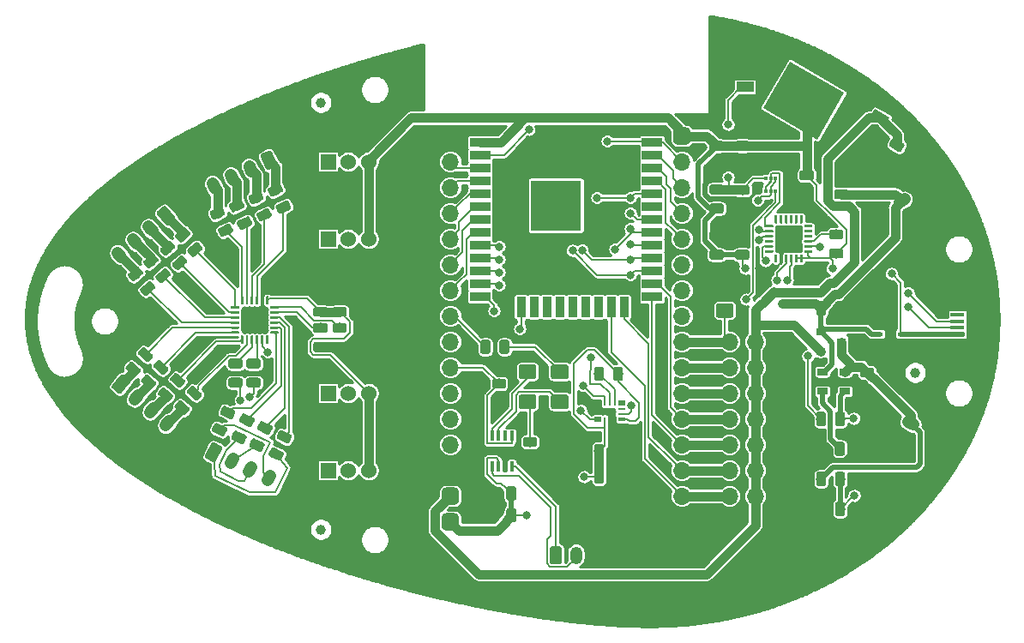
<source format=gbr>
G04 #@! TF.GenerationSoftware,KiCad,Pcbnew,(5.1.2-1)-1*
G04 #@! TF.CreationDate,2019-08-23T12:39:33+12:00*
G04 #@! TF.ProjectId,ccb,6363622e-6b69-4636-9164-5f7063625858,rev?*
G04 #@! TF.SameCoordinates,Original*
G04 #@! TF.FileFunction,Copper,L1,Top*
G04 #@! TF.FilePolarity,Positive*
%FSLAX46Y46*%
G04 Gerber Fmt 4.6, Leading zero omitted, Abs format (unit mm)*
G04 Created by KiCad (PCBNEW (5.1.2-1)-1) date 2019-08-23 12:39:33*
%MOMM*%
%LPD*%
G04 APERTURE LIST*
%ADD10C,0.100000*%
%ADD11C,1.425000*%
%ADD12C,1.000000*%
%ADD13R,0.250000X0.750000*%
%ADD14R,0.650000X0.400000*%
%ADD15R,0.750000X0.250000*%
%ADD16R,0.650000X0.500000*%
%ADD17R,1.400000X1.600000*%
%ADD18O,1.600000X0.900000*%
%ADD19R,1.900000X1.900000*%
%ADD20R,1.350000X0.400000*%
%ADD21R,0.380000X1.000000*%
%ADD22R,2.000000X0.900000*%
%ADD23R,0.900000X2.000000*%
%ADD24R,5.000000X5.000000*%
%ADD25R,1.700000X1.700000*%
%ADD26O,1.700000X1.700000*%
%ADD27C,1.700000*%
%ADD28C,0.250000*%
%ADD29C,2.600000*%
%ADD30R,0.900000X0.800000*%
%ADD31C,1.200000*%
%ADD32C,1.200000*%
%ADD33R,1.524000X1.524000*%
%ADD34C,1.524000*%
%ADD35O,1.200000X1.750000*%
%ADD36C,0.975000*%
%ADD37R,1.060000X0.650000*%
%ADD38R,1.699260X0.998220*%
%ADD39R,0.330000X0.450000*%
%ADD40C,1.016000*%
%ADD41C,5.298440*%
%ADD42R,0.600000X0.450000*%
%ADD43C,0.800000*%
%ADD44C,0.900000*%
%ADD45C,1.000000*%
%ADD46C,0.153000*%
%ADD47C,0.500000*%
%ADD48C,0.200000*%
%ADD49C,0.254000*%
G04 APERTURE END LIST*
D10*
G36*
X157288515Y-57164204D02*
G01*
X157312784Y-57167804D01*
X157336582Y-57173765D01*
X157359682Y-57182030D01*
X157381860Y-57192520D01*
X157402904Y-57205133D01*
X157422609Y-57219747D01*
X157440788Y-57236223D01*
X157457264Y-57254402D01*
X157471878Y-57274107D01*
X157484491Y-57295151D01*
X157494981Y-57317329D01*
X157503246Y-57340429D01*
X157509207Y-57364227D01*
X157512807Y-57388496D01*
X157514011Y-57413000D01*
X157514011Y-58338000D01*
X157512807Y-58362504D01*
X157509207Y-58386773D01*
X157503246Y-58410571D01*
X157494981Y-58433671D01*
X157484491Y-58455849D01*
X157471878Y-58476893D01*
X157457264Y-58496598D01*
X157440788Y-58514777D01*
X157422609Y-58531253D01*
X157402904Y-58545867D01*
X157381860Y-58558480D01*
X157359682Y-58568970D01*
X157336582Y-58577235D01*
X157312784Y-58583196D01*
X157288515Y-58586796D01*
X157264011Y-58588000D01*
X156014011Y-58588000D01*
X155989507Y-58586796D01*
X155965238Y-58583196D01*
X155941440Y-58577235D01*
X155918340Y-58568970D01*
X155896162Y-58558480D01*
X155875118Y-58545867D01*
X155855413Y-58531253D01*
X155837234Y-58514777D01*
X155820758Y-58496598D01*
X155806144Y-58476893D01*
X155793531Y-58455849D01*
X155783041Y-58433671D01*
X155774776Y-58410571D01*
X155768815Y-58386773D01*
X155765215Y-58362504D01*
X155764011Y-58338000D01*
X155764011Y-57413000D01*
X155765215Y-57388496D01*
X155768815Y-57364227D01*
X155774776Y-57340429D01*
X155783041Y-57317329D01*
X155793531Y-57295151D01*
X155806144Y-57274107D01*
X155820758Y-57254402D01*
X155837234Y-57236223D01*
X155855413Y-57219747D01*
X155875118Y-57205133D01*
X155896162Y-57192520D01*
X155918340Y-57182030D01*
X155941440Y-57173765D01*
X155965238Y-57167804D01*
X155989507Y-57164204D01*
X156014011Y-57163000D01*
X157264011Y-57163000D01*
X157288515Y-57164204D01*
X157288515Y-57164204D01*
G37*
D11*
X156639011Y-57875500D03*
D10*
G36*
X157288515Y-54189204D02*
G01*
X157312784Y-54192804D01*
X157336582Y-54198765D01*
X157359682Y-54207030D01*
X157381860Y-54217520D01*
X157402904Y-54230133D01*
X157422609Y-54244747D01*
X157440788Y-54261223D01*
X157457264Y-54279402D01*
X157471878Y-54299107D01*
X157484491Y-54320151D01*
X157494981Y-54342329D01*
X157503246Y-54365429D01*
X157509207Y-54389227D01*
X157512807Y-54413496D01*
X157514011Y-54438000D01*
X157514011Y-55363000D01*
X157512807Y-55387504D01*
X157509207Y-55411773D01*
X157503246Y-55435571D01*
X157494981Y-55458671D01*
X157484491Y-55480849D01*
X157471878Y-55501893D01*
X157457264Y-55521598D01*
X157440788Y-55539777D01*
X157422609Y-55556253D01*
X157402904Y-55570867D01*
X157381860Y-55583480D01*
X157359682Y-55593970D01*
X157336582Y-55602235D01*
X157312784Y-55608196D01*
X157288515Y-55611796D01*
X157264011Y-55613000D01*
X156014011Y-55613000D01*
X155989507Y-55611796D01*
X155965238Y-55608196D01*
X155941440Y-55602235D01*
X155918340Y-55593970D01*
X155896162Y-55583480D01*
X155875118Y-55570867D01*
X155855413Y-55556253D01*
X155837234Y-55539777D01*
X155820758Y-55521598D01*
X155806144Y-55501893D01*
X155793531Y-55480849D01*
X155783041Y-55458671D01*
X155774776Y-55435571D01*
X155768815Y-55411773D01*
X155765215Y-55387504D01*
X155764011Y-55363000D01*
X155764011Y-54438000D01*
X155765215Y-54413496D01*
X155768815Y-54389227D01*
X155774776Y-54365429D01*
X155783041Y-54342329D01*
X155793531Y-54320151D01*
X155806144Y-54299107D01*
X155820758Y-54279402D01*
X155837234Y-54261223D01*
X155855413Y-54244747D01*
X155875118Y-54230133D01*
X155896162Y-54217520D01*
X155918340Y-54207030D01*
X155941440Y-54198765D01*
X155965238Y-54192804D01*
X155989507Y-54189204D01*
X156014011Y-54188000D01*
X157264011Y-54188000D01*
X157288515Y-54189204D01*
X157288515Y-54189204D01*
G37*
D11*
X156639011Y-54900500D03*
D12*
X175435011Y-64008000D03*
X116761011Y-79502000D03*
X116761011Y-37338000D03*
D13*
X145768500Y-66905000D03*
X144768500Y-66905000D03*
X145268500Y-66905000D03*
X144768500Y-68755000D03*
X145768500Y-68755000D03*
X145268500Y-68755000D03*
D14*
X146443500Y-68630000D03*
D15*
X146443500Y-68080000D03*
X146443500Y-67580000D03*
D16*
X146443500Y-67030000D03*
X144093500Y-67030000D03*
X144093500Y-68630000D03*
D15*
X144093500Y-68080000D03*
X144093500Y-67580000D03*
D17*
X180039091Y-55728000D03*
D18*
X182293011Y-55628000D03*
D19*
X182293011Y-57728000D03*
X182293011Y-60128000D03*
D18*
X182293011Y-62228000D03*
D17*
X180039091Y-62328000D03*
D20*
X179618011Y-57630060D03*
X179618011Y-58280300D03*
X179618011Y-58928000D03*
X179618011Y-59575700D03*
X179618011Y-60225940D03*
D21*
X135595000Y-73255000D03*
X135595000Y-70255000D03*
X134945000Y-73255000D03*
X134945000Y-70255000D03*
X134295000Y-73255000D03*
X134295000Y-70255000D03*
X133645000Y-73255000D03*
X133645000Y-70255000D03*
D22*
X149470000Y-40005000D03*
X149470000Y-41275000D03*
X149470000Y-42545000D03*
X149470000Y-43815000D03*
X149470000Y-45085000D03*
X149470000Y-46355000D03*
X149470000Y-47625000D03*
X149470000Y-48895000D03*
X149470000Y-50165000D03*
X149470000Y-51435000D03*
X149470000Y-52705000D03*
X149470000Y-53975000D03*
X149470000Y-55245000D03*
X149470000Y-56515000D03*
D23*
X146685000Y-57515000D03*
X145415000Y-57515000D03*
X144145000Y-57515000D03*
X142875000Y-57515000D03*
X141605000Y-57515000D03*
X140335000Y-57515000D03*
X139065000Y-57515000D03*
X137795000Y-57515000D03*
X136525000Y-57515000D03*
X135255000Y-57515000D03*
D22*
X132470000Y-56515000D03*
X132470000Y-55245000D03*
X132470000Y-53975000D03*
X132470000Y-52705000D03*
X132470000Y-51435000D03*
X132470000Y-50165000D03*
X132470000Y-48895000D03*
X132470000Y-47625000D03*
X132470000Y-46355000D03*
X132470000Y-45085000D03*
X132470000Y-43815000D03*
X132470000Y-42545000D03*
X132470000Y-41275000D03*
X132470000Y-40005000D03*
D24*
X139970000Y-47505000D03*
D25*
X129540000Y-40640000D03*
D26*
X129540000Y-43180000D03*
X129540000Y-45720000D03*
X129540000Y-48260000D03*
X129540000Y-50800000D03*
X129540000Y-53340000D03*
X129540000Y-55880000D03*
X129540000Y-58420000D03*
X129540000Y-60960000D03*
X129540000Y-63500000D03*
X129540000Y-66040000D03*
X129540000Y-68580000D03*
X129540000Y-71120000D03*
D25*
X129540000Y-73660000D03*
D10*
G36*
X130006657Y-75352046D02*
G01*
X130047913Y-75358166D01*
X130088371Y-75368300D01*
X130127640Y-75382351D01*
X130165344Y-75400183D01*
X130201117Y-75421625D01*
X130234617Y-75446471D01*
X130265520Y-75474480D01*
X130293529Y-75505383D01*
X130318375Y-75538883D01*
X130339817Y-75574656D01*
X130357649Y-75612360D01*
X130371700Y-75651629D01*
X130381834Y-75692087D01*
X130387954Y-75733343D01*
X130390000Y-75775000D01*
X130390000Y-76625000D01*
X130387954Y-76666657D01*
X130381834Y-76707913D01*
X130371700Y-76748371D01*
X130357649Y-76787640D01*
X130339817Y-76825344D01*
X130318375Y-76861117D01*
X130293529Y-76894617D01*
X130265520Y-76925520D01*
X130234617Y-76953529D01*
X130201117Y-76978375D01*
X130165344Y-76999817D01*
X130127640Y-77017649D01*
X130088371Y-77031700D01*
X130047913Y-77041834D01*
X130006657Y-77047954D01*
X129965000Y-77050000D01*
X129115000Y-77050000D01*
X129073343Y-77047954D01*
X129032087Y-77041834D01*
X128991629Y-77031700D01*
X128952360Y-77017649D01*
X128914656Y-76999817D01*
X128878883Y-76978375D01*
X128845383Y-76953529D01*
X128814480Y-76925520D01*
X128786471Y-76894617D01*
X128761625Y-76861117D01*
X128740183Y-76825344D01*
X128722351Y-76787640D01*
X128708300Y-76748371D01*
X128698166Y-76707913D01*
X128692046Y-76666657D01*
X128690000Y-76625000D01*
X128690000Y-75775000D01*
X128692046Y-75733343D01*
X128698166Y-75692087D01*
X128708300Y-75651629D01*
X128722351Y-75612360D01*
X128740183Y-75574656D01*
X128761625Y-75538883D01*
X128786471Y-75505383D01*
X128814480Y-75474480D01*
X128845383Y-75446471D01*
X128878883Y-75421625D01*
X128914656Y-75400183D01*
X128952360Y-75382351D01*
X128991629Y-75368300D01*
X129032087Y-75358166D01*
X129073343Y-75352046D01*
X129115000Y-75350000D01*
X129965000Y-75350000D01*
X130006657Y-75352046D01*
X130006657Y-75352046D01*
G37*
D27*
X129540000Y-76200000D03*
D10*
G36*
X130006657Y-77892046D02*
G01*
X130047913Y-77898166D01*
X130088371Y-77908300D01*
X130127640Y-77922351D01*
X130165344Y-77940183D01*
X130201117Y-77961625D01*
X130234617Y-77986471D01*
X130265520Y-78014480D01*
X130293529Y-78045383D01*
X130318375Y-78078883D01*
X130339817Y-78114656D01*
X130357649Y-78152360D01*
X130371700Y-78191629D01*
X130381834Y-78232087D01*
X130387954Y-78273343D01*
X130390000Y-78315000D01*
X130390000Y-79165000D01*
X130387954Y-79206657D01*
X130381834Y-79247913D01*
X130371700Y-79288371D01*
X130357649Y-79327640D01*
X130339817Y-79365344D01*
X130318375Y-79401117D01*
X130293529Y-79434617D01*
X130265520Y-79465520D01*
X130234617Y-79493529D01*
X130201117Y-79518375D01*
X130165344Y-79539817D01*
X130127640Y-79557649D01*
X130088371Y-79571700D01*
X130047913Y-79581834D01*
X130006657Y-79587954D01*
X129965000Y-79590000D01*
X129115000Y-79590000D01*
X129073343Y-79587954D01*
X129032087Y-79581834D01*
X128991629Y-79571700D01*
X128952360Y-79557649D01*
X128914656Y-79539817D01*
X128878883Y-79518375D01*
X128845383Y-79493529D01*
X128814480Y-79465520D01*
X128786471Y-79434617D01*
X128761625Y-79401117D01*
X128740183Y-79365344D01*
X128722351Y-79327640D01*
X128708300Y-79288371D01*
X128698166Y-79247913D01*
X128692046Y-79206657D01*
X128690000Y-79165000D01*
X128690000Y-78315000D01*
X128692046Y-78273343D01*
X128698166Y-78232087D01*
X128708300Y-78191629D01*
X128722351Y-78152360D01*
X128740183Y-78114656D01*
X128761625Y-78078883D01*
X128786471Y-78045383D01*
X128814480Y-78014480D01*
X128845383Y-77986471D01*
X128878883Y-77961625D01*
X128914656Y-77940183D01*
X128952360Y-77922351D01*
X128991629Y-77908300D01*
X129032087Y-77898166D01*
X129073343Y-77892046D01*
X129115000Y-77890000D01*
X129965000Y-77890000D01*
X130006657Y-77892046D01*
X130006657Y-77892046D01*
G37*
D27*
X129540000Y-78740000D03*
D10*
G36*
X161359626Y-51925301D02*
G01*
X161365693Y-51926201D01*
X161371643Y-51927691D01*
X161377418Y-51929758D01*
X161382962Y-51932380D01*
X161388223Y-51935533D01*
X161393150Y-51939187D01*
X161397694Y-51943306D01*
X161401813Y-51947850D01*
X161405467Y-51952777D01*
X161408620Y-51958038D01*
X161411242Y-51963582D01*
X161413309Y-51969357D01*
X161414799Y-51975307D01*
X161415699Y-51981374D01*
X161416000Y-51987500D01*
X161416000Y-52112500D01*
X161415699Y-52118626D01*
X161414799Y-52124693D01*
X161413309Y-52130643D01*
X161411242Y-52136418D01*
X161408620Y-52141962D01*
X161405467Y-52147223D01*
X161401813Y-52152150D01*
X161397694Y-52156694D01*
X161393150Y-52160813D01*
X161388223Y-52164467D01*
X161382962Y-52167620D01*
X161377418Y-52170242D01*
X161371643Y-52172309D01*
X161365693Y-52173799D01*
X161359626Y-52174699D01*
X161353500Y-52175000D01*
X160653500Y-52175000D01*
X160647374Y-52174699D01*
X160641307Y-52173799D01*
X160635357Y-52172309D01*
X160629582Y-52170242D01*
X160624038Y-52167620D01*
X160618777Y-52164467D01*
X160613850Y-52160813D01*
X160609306Y-52156694D01*
X160605187Y-52152150D01*
X160601533Y-52147223D01*
X160598380Y-52141962D01*
X160595758Y-52136418D01*
X160593691Y-52130643D01*
X160592201Y-52124693D01*
X160591301Y-52118626D01*
X160591000Y-52112500D01*
X160591000Y-51987500D01*
X160591301Y-51981374D01*
X160592201Y-51975307D01*
X160593691Y-51969357D01*
X160595758Y-51963582D01*
X160598380Y-51958038D01*
X160601533Y-51952777D01*
X160605187Y-51947850D01*
X160609306Y-51943306D01*
X160613850Y-51939187D01*
X160618777Y-51935533D01*
X160624038Y-51932380D01*
X160629582Y-51929758D01*
X160635357Y-51927691D01*
X160641307Y-51926201D01*
X160647374Y-51925301D01*
X160653500Y-51925000D01*
X161353500Y-51925000D01*
X161359626Y-51925301D01*
X161359626Y-51925301D01*
G37*
D28*
X161003500Y-52050000D03*
D10*
G36*
X161359626Y-51425301D02*
G01*
X161365693Y-51426201D01*
X161371643Y-51427691D01*
X161377418Y-51429758D01*
X161382962Y-51432380D01*
X161388223Y-51435533D01*
X161393150Y-51439187D01*
X161397694Y-51443306D01*
X161401813Y-51447850D01*
X161405467Y-51452777D01*
X161408620Y-51458038D01*
X161411242Y-51463582D01*
X161413309Y-51469357D01*
X161414799Y-51475307D01*
X161415699Y-51481374D01*
X161416000Y-51487500D01*
X161416000Y-51612500D01*
X161415699Y-51618626D01*
X161414799Y-51624693D01*
X161413309Y-51630643D01*
X161411242Y-51636418D01*
X161408620Y-51641962D01*
X161405467Y-51647223D01*
X161401813Y-51652150D01*
X161397694Y-51656694D01*
X161393150Y-51660813D01*
X161388223Y-51664467D01*
X161382962Y-51667620D01*
X161377418Y-51670242D01*
X161371643Y-51672309D01*
X161365693Y-51673799D01*
X161359626Y-51674699D01*
X161353500Y-51675000D01*
X160653500Y-51675000D01*
X160647374Y-51674699D01*
X160641307Y-51673799D01*
X160635357Y-51672309D01*
X160629582Y-51670242D01*
X160624038Y-51667620D01*
X160618777Y-51664467D01*
X160613850Y-51660813D01*
X160609306Y-51656694D01*
X160605187Y-51652150D01*
X160601533Y-51647223D01*
X160598380Y-51641962D01*
X160595758Y-51636418D01*
X160593691Y-51630643D01*
X160592201Y-51624693D01*
X160591301Y-51618626D01*
X160591000Y-51612500D01*
X160591000Y-51487500D01*
X160591301Y-51481374D01*
X160592201Y-51475307D01*
X160593691Y-51469357D01*
X160595758Y-51463582D01*
X160598380Y-51458038D01*
X160601533Y-51452777D01*
X160605187Y-51447850D01*
X160609306Y-51443306D01*
X160613850Y-51439187D01*
X160618777Y-51435533D01*
X160624038Y-51432380D01*
X160629582Y-51429758D01*
X160635357Y-51427691D01*
X160641307Y-51426201D01*
X160647374Y-51425301D01*
X160653500Y-51425000D01*
X161353500Y-51425000D01*
X161359626Y-51425301D01*
X161359626Y-51425301D01*
G37*
D28*
X161003500Y-51550000D03*
D10*
G36*
X161359626Y-50925301D02*
G01*
X161365693Y-50926201D01*
X161371643Y-50927691D01*
X161377418Y-50929758D01*
X161382962Y-50932380D01*
X161388223Y-50935533D01*
X161393150Y-50939187D01*
X161397694Y-50943306D01*
X161401813Y-50947850D01*
X161405467Y-50952777D01*
X161408620Y-50958038D01*
X161411242Y-50963582D01*
X161413309Y-50969357D01*
X161414799Y-50975307D01*
X161415699Y-50981374D01*
X161416000Y-50987500D01*
X161416000Y-51112500D01*
X161415699Y-51118626D01*
X161414799Y-51124693D01*
X161413309Y-51130643D01*
X161411242Y-51136418D01*
X161408620Y-51141962D01*
X161405467Y-51147223D01*
X161401813Y-51152150D01*
X161397694Y-51156694D01*
X161393150Y-51160813D01*
X161388223Y-51164467D01*
X161382962Y-51167620D01*
X161377418Y-51170242D01*
X161371643Y-51172309D01*
X161365693Y-51173799D01*
X161359626Y-51174699D01*
X161353500Y-51175000D01*
X160653500Y-51175000D01*
X160647374Y-51174699D01*
X160641307Y-51173799D01*
X160635357Y-51172309D01*
X160629582Y-51170242D01*
X160624038Y-51167620D01*
X160618777Y-51164467D01*
X160613850Y-51160813D01*
X160609306Y-51156694D01*
X160605187Y-51152150D01*
X160601533Y-51147223D01*
X160598380Y-51141962D01*
X160595758Y-51136418D01*
X160593691Y-51130643D01*
X160592201Y-51124693D01*
X160591301Y-51118626D01*
X160591000Y-51112500D01*
X160591000Y-50987500D01*
X160591301Y-50981374D01*
X160592201Y-50975307D01*
X160593691Y-50969357D01*
X160595758Y-50963582D01*
X160598380Y-50958038D01*
X160601533Y-50952777D01*
X160605187Y-50947850D01*
X160609306Y-50943306D01*
X160613850Y-50939187D01*
X160618777Y-50935533D01*
X160624038Y-50932380D01*
X160629582Y-50929758D01*
X160635357Y-50927691D01*
X160641307Y-50926201D01*
X160647374Y-50925301D01*
X160653500Y-50925000D01*
X161353500Y-50925000D01*
X161359626Y-50925301D01*
X161359626Y-50925301D01*
G37*
D28*
X161003500Y-51050000D03*
D10*
G36*
X161359626Y-50425301D02*
G01*
X161365693Y-50426201D01*
X161371643Y-50427691D01*
X161377418Y-50429758D01*
X161382962Y-50432380D01*
X161388223Y-50435533D01*
X161393150Y-50439187D01*
X161397694Y-50443306D01*
X161401813Y-50447850D01*
X161405467Y-50452777D01*
X161408620Y-50458038D01*
X161411242Y-50463582D01*
X161413309Y-50469357D01*
X161414799Y-50475307D01*
X161415699Y-50481374D01*
X161416000Y-50487500D01*
X161416000Y-50612500D01*
X161415699Y-50618626D01*
X161414799Y-50624693D01*
X161413309Y-50630643D01*
X161411242Y-50636418D01*
X161408620Y-50641962D01*
X161405467Y-50647223D01*
X161401813Y-50652150D01*
X161397694Y-50656694D01*
X161393150Y-50660813D01*
X161388223Y-50664467D01*
X161382962Y-50667620D01*
X161377418Y-50670242D01*
X161371643Y-50672309D01*
X161365693Y-50673799D01*
X161359626Y-50674699D01*
X161353500Y-50675000D01*
X160653500Y-50675000D01*
X160647374Y-50674699D01*
X160641307Y-50673799D01*
X160635357Y-50672309D01*
X160629582Y-50670242D01*
X160624038Y-50667620D01*
X160618777Y-50664467D01*
X160613850Y-50660813D01*
X160609306Y-50656694D01*
X160605187Y-50652150D01*
X160601533Y-50647223D01*
X160598380Y-50641962D01*
X160595758Y-50636418D01*
X160593691Y-50630643D01*
X160592201Y-50624693D01*
X160591301Y-50618626D01*
X160591000Y-50612500D01*
X160591000Y-50487500D01*
X160591301Y-50481374D01*
X160592201Y-50475307D01*
X160593691Y-50469357D01*
X160595758Y-50463582D01*
X160598380Y-50458038D01*
X160601533Y-50452777D01*
X160605187Y-50447850D01*
X160609306Y-50443306D01*
X160613850Y-50439187D01*
X160618777Y-50435533D01*
X160624038Y-50432380D01*
X160629582Y-50429758D01*
X160635357Y-50427691D01*
X160641307Y-50426201D01*
X160647374Y-50425301D01*
X160653500Y-50425000D01*
X161353500Y-50425000D01*
X161359626Y-50425301D01*
X161359626Y-50425301D01*
G37*
D28*
X161003500Y-50550000D03*
D10*
G36*
X161359626Y-49925301D02*
G01*
X161365693Y-49926201D01*
X161371643Y-49927691D01*
X161377418Y-49929758D01*
X161382962Y-49932380D01*
X161388223Y-49935533D01*
X161393150Y-49939187D01*
X161397694Y-49943306D01*
X161401813Y-49947850D01*
X161405467Y-49952777D01*
X161408620Y-49958038D01*
X161411242Y-49963582D01*
X161413309Y-49969357D01*
X161414799Y-49975307D01*
X161415699Y-49981374D01*
X161416000Y-49987500D01*
X161416000Y-50112500D01*
X161415699Y-50118626D01*
X161414799Y-50124693D01*
X161413309Y-50130643D01*
X161411242Y-50136418D01*
X161408620Y-50141962D01*
X161405467Y-50147223D01*
X161401813Y-50152150D01*
X161397694Y-50156694D01*
X161393150Y-50160813D01*
X161388223Y-50164467D01*
X161382962Y-50167620D01*
X161377418Y-50170242D01*
X161371643Y-50172309D01*
X161365693Y-50173799D01*
X161359626Y-50174699D01*
X161353500Y-50175000D01*
X160653500Y-50175000D01*
X160647374Y-50174699D01*
X160641307Y-50173799D01*
X160635357Y-50172309D01*
X160629582Y-50170242D01*
X160624038Y-50167620D01*
X160618777Y-50164467D01*
X160613850Y-50160813D01*
X160609306Y-50156694D01*
X160605187Y-50152150D01*
X160601533Y-50147223D01*
X160598380Y-50141962D01*
X160595758Y-50136418D01*
X160593691Y-50130643D01*
X160592201Y-50124693D01*
X160591301Y-50118626D01*
X160591000Y-50112500D01*
X160591000Y-49987500D01*
X160591301Y-49981374D01*
X160592201Y-49975307D01*
X160593691Y-49969357D01*
X160595758Y-49963582D01*
X160598380Y-49958038D01*
X160601533Y-49952777D01*
X160605187Y-49947850D01*
X160609306Y-49943306D01*
X160613850Y-49939187D01*
X160618777Y-49935533D01*
X160624038Y-49932380D01*
X160629582Y-49929758D01*
X160635357Y-49927691D01*
X160641307Y-49926201D01*
X160647374Y-49925301D01*
X160653500Y-49925000D01*
X161353500Y-49925000D01*
X161359626Y-49925301D01*
X161359626Y-49925301D01*
G37*
D28*
X161003500Y-50050000D03*
D10*
G36*
X161359626Y-49425301D02*
G01*
X161365693Y-49426201D01*
X161371643Y-49427691D01*
X161377418Y-49429758D01*
X161382962Y-49432380D01*
X161388223Y-49435533D01*
X161393150Y-49439187D01*
X161397694Y-49443306D01*
X161401813Y-49447850D01*
X161405467Y-49452777D01*
X161408620Y-49458038D01*
X161411242Y-49463582D01*
X161413309Y-49469357D01*
X161414799Y-49475307D01*
X161415699Y-49481374D01*
X161416000Y-49487500D01*
X161416000Y-49612500D01*
X161415699Y-49618626D01*
X161414799Y-49624693D01*
X161413309Y-49630643D01*
X161411242Y-49636418D01*
X161408620Y-49641962D01*
X161405467Y-49647223D01*
X161401813Y-49652150D01*
X161397694Y-49656694D01*
X161393150Y-49660813D01*
X161388223Y-49664467D01*
X161382962Y-49667620D01*
X161377418Y-49670242D01*
X161371643Y-49672309D01*
X161365693Y-49673799D01*
X161359626Y-49674699D01*
X161353500Y-49675000D01*
X160653500Y-49675000D01*
X160647374Y-49674699D01*
X160641307Y-49673799D01*
X160635357Y-49672309D01*
X160629582Y-49670242D01*
X160624038Y-49667620D01*
X160618777Y-49664467D01*
X160613850Y-49660813D01*
X160609306Y-49656694D01*
X160605187Y-49652150D01*
X160601533Y-49647223D01*
X160598380Y-49641962D01*
X160595758Y-49636418D01*
X160593691Y-49630643D01*
X160592201Y-49624693D01*
X160591301Y-49618626D01*
X160591000Y-49612500D01*
X160591000Y-49487500D01*
X160591301Y-49481374D01*
X160592201Y-49475307D01*
X160593691Y-49469357D01*
X160595758Y-49463582D01*
X160598380Y-49458038D01*
X160601533Y-49452777D01*
X160605187Y-49447850D01*
X160609306Y-49443306D01*
X160613850Y-49439187D01*
X160618777Y-49435533D01*
X160624038Y-49432380D01*
X160629582Y-49429758D01*
X160635357Y-49427691D01*
X160641307Y-49426201D01*
X160647374Y-49425301D01*
X160653500Y-49425000D01*
X161353500Y-49425000D01*
X161359626Y-49425301D01*
X161359626Y-49425301D01*
G37*
D28*
X161003500Y-49550000D03*
D10*
G36*
X161759626Y-48450301D02*
G01*
X161765693Y-48451201D01*
X161771643Y-48452691D01*
X161777418Y-48454758D01*
X161782962Y-48457380D01*
X161788223Y-48460533D01*
X161793150Y-48464187D01*
X161797694Y-48468306D01*
X161801813Y-48472850D01*
X161805467Y-48477777D01*
X161808620Y-48483038D01*
X161811242Y-48488582D01*
X161813309Y-48494357D01*
X161814799Y-48500307D01*
X161815699Y-48506374D01*
X161816000Y-48512500D01*
X161816000Y-49212500D01*
X161815699Y-49218626D01*
X161814799Y-49224693D01*
X161813309Y-49230643D01*
X161811242Y-49236418D01*
X161808620Y-49241962D01*
X161805467Y-49247223D01*
X161801813Y-49252150D01*
X161797694Y-49256694D01*
X161793150Y-49260813D01*
X161788223Y-49264467D01*
X161782962Y-49267620D01*
X161777418Y-49270242D01*
X161771643Y-49272309D01*
X161765693Y-49273799D01*
X161759626Y-49274699D01*
X161753500Y-49275000D01*
X161628500Y-49275000D01*
X161622374Y-49274699D01*
X161616307Y-49273799D01*
X161610357Y-49272309D01*
X161604582Y-49270242D01*
X161599038Y-49267620D01*
X161593777Y-49264467D01*
X161588850Y-49260813D01*
X161584306Y-49256694D01*
X161580187Y-49252150D01*
X161576533Y-49247223D01*
X161573380Y-49241962D01*
X161570758Y-49236418D01*
X161568691Y-49230643D01*
X161567201Y-49224693D01*
X161566301Y-49218626D01*
X161566000Y-49212500D01*
X161566000Y-48512500D01*
X161566301Y-48506374D01*
X161567201Y-48500307D01*
X161568691Y-48494357D01*
X161570758Y-48488582D01*
X161573380Y-48483038D01*
X161576533Y-48477777D01*
X161580187Y-48472850D01*
X161584306Y-48468306D01*
X161588850Y-48464187D01*
X161593777Y-48460533D01*
X161599038Y-48457380D01*
X161604582Y-48454758D01*
X161610357Y-48452691D01*
X161616307Y-48451201D01*
X161622374Y-48450301D01*
X161628500Y-48450000D01*
X161753500Y-48450000D01*
X161759626Y-48450301D01*
X161759626Y-48450301D01*
G37*
D28*
X161691000Y-48862500D03*
D10*
G36*
X162259626Y-48450301D02*
G01*
X162265693Y-48451201D01*
X162271643Y-48452691D01*
X162277418Y-48454758D01*
X162282962Y-48457380D01*
X162288223Y-48460533D01*
X162293150Y-48464187D01*
X162297694Y-48468306D01*
X162301813Y-48472850D01*
X162305467Y-48477777D01*
X162308620Y-48483038D01*
X162311242Y-48488582D01*
X162313309Y-48494357D01*
X162314799Y-48500307D01*
X162315699Y-48506374D01*
X162316000Y-48512500D01*
X162316000Y-49212500D01*
X162315699Y-49218626D01*
X162314799Y-49224693D01*
X162313309Y-49230643D01*
X162311242Y-49236418D01*
X162308620Y-49241962D01*
X162305467Y-49247223D01*
X162301813Y-49252150D01*
X162297694Y-49256694D01*
X162293150Y-49260813D01*
X162288223Y-49264467D01*
X162282962Y-49267620D01*
X162277418Y-49270242D01*
X162271643Y-49272309D01*
X162265693Y-49273799D01*
X162259626Y-49274699D01*
X162253500Y-49275000D01*
X162128500Y-49275000D01*
X162122374Y-49274699D01*
X162116307Y-49273799D01*
X162110357Y-49272309D01*
X162104582Y-49270242D01*
X162099038Y-49267620D01*
X162093777Y-49264467D01*
X162088850Y-49260813D01*
X162084306Y-49256694D01*
X162080187Y-49252150D01*
X162076533Y-49247223D01*
X162073380Y-49241962D01*
X162070758Y-49236418D01*
X162068691Y-49230643D01*
X162067201Y-49224693D01*
X162066301Y-49218626D01*
X162066000Y-49212500D01*
X162066000Y-48512500D01*
X162066301Y-48506374D01*
X162067201Y-48500307D01*
X162068691Y-48494357D01*
X162070758Y-48488582D01*
X162073380Y-48483038D01*
X162076533Y-48477777D01*
X162080187Y-48472850D01*
X162084306Y-48468306D01*
X162088850Y-48464187D01*
X162093777Y-48460533D01*
X162099038Y-48457380D01*
X162104582Y-48454758D01*
X162110357Y-48452691D01*
X162116307Y-48451201D01*
X162122374Y-48450301D01*
X162128500Y-48450000D01*
X162253500Y-48450000D01*
X162259626Y-48450301D01*
X162259626Y-48450301D01*
G37*
D28*
X162191000Y-48862500D03*
D10*
G36*
X162759626Y-48450301D02*
G01*
X162765693Y-48451201D01*
X162771643Y-48452691D01*
X162777418Y-48454758D01*
X162782962Y-48457380D01*
X162788223Y-48460533D01*
X162793150Y-48464187D01*
X162797694Y-48468306D01*
X162801813Y-48472850D01*
X162805467Y-48477777D01*
X162808620Y-48483038D01*
X162811242Y-48488582D01*
X162813309Y-48494357D01*
X162814799Y-48500307D01*
X162815699Y-48506374D01*
X162816000Y-48512500D01*
X162816000Y-49212500D01*
X162815699Y-49218626D01*
X162814799Y-49224693D01*
X162813309Y-49230643D01*
X162811242Y-49236418D01*
X162808620Y-49241962D01*
X162805467Y-49247223D01*
X162801813Y-49252150D01*
X162797694Y-49256694D01*
X162793150Y-49260813D01*
X162788223Y-49264467D01*
X162782962Y-49267620D01*
X162777418Y-49270242D01*
X162771643Y-49272309D01*
X162765693Y-49273799D01*
X162759626Y-49274699D01*
X162753500Y-49275000D01*
X162628500Y-49275000D01*
X162622374Y-49274699D01*
X162616307Y-49273799D01*
X162610357Y-49272309D01*
X162604582Y-49270242D01*
X162599038Y-49267620D01*
X162593777Y-49264467D01*
X162588850Y-49260813D01*
X162584306Y-49256694D01*
X162580187Y-49252150D01*
X162576533Y-49247223D01*
X162573380Y-49241962D01*
X162570758Y-49236418D01*
X162568691Y-49230643D01*
X162567201Y-49224693D01*
X162566301Y-49218626D01*
X162566000Y-49212500D01*
X162566000Y-48512500D01*
X162566301Y-48506374D01*
X162567201Y-48500307D01*
X162568691Y-48494357D01*
X162570758Y-48488582D01*
X162573380Y-48483038D01*
X162576533Y-48477777D01*
X162580187Y-48472850D01*
X162584306Y-48468306D01*
X162588850Y-48464187D01*
X162593777Y-48460533D01*
X162599038Y-48457380D01*
X162604582Y-48454758D01*
X162610357Y-48452691D01*
X162616307Y-48451201D01*
X162622374Y-48450301D01*
X162628500Y-48450000D01*
X162753500Y-48450000D01*
X162759626Y-48450301D01*
X162759626Y-48450301D01*
G37*
D28*
X162691000Y-48862500D03*
D10*
G36*
X163259626Y-48450301D02*
G01*
X163265693Y-48451201D01*
X163271643Y-48452691D01*
X163277418Y-48454758D01*
X163282962Y-48457380D01*
X163288223Y-48460533D01*
X163293150Y-48464187D01*
X163297694Y-48468306D01*
X163301813Y-48472850D01*
X163305467Y-48477777D01*
X163308620Y-48483038D01*
X163311242Y-48488582D01*
X163313309Y-48494357D01*
X163314799Y-48500307D01*
X163315699Y-48506374D01*
X163316000Y-48512500D01*
X163316000Y-49212500D01*
X163315699Y-49218626D01*
X163314799Y-49224693D01*
X163313309Y-49230643D01*
X163311242Y-49236418D01*
X163308620Y-49241962D01*
X163305467Y-49247223D01*
X163301813Y-49252150D01*
X163297694Y-49256694D01*
X163293150Y-49260813D01*
X163288223Y-49264467D01*
X163282962Y-49267620D01*
X163277418Y-49270242D01*
X163271643Y-49272309D01*
X163265693Y-49273799D01*
X163259626Y-49274699D01*
X163253500Y-49275000D01*
X163128500Y-49275000D01*
X163122374Y-49274699D01*
X163116307Y-49273799D01*
X163110357Y-49272309D01*
X163104582Y-49270242D01*
X163099038Y-49267620D01*
X163093777Y-49264467D01*
X163088850Y-49260813D01*
X163084306Y-49256694D01*
X163080187Y-49252150D01*
X163076533Y-49247223D01*
X163073380Y-49241962D01*
X163070758Y-49236418D01*
X163068691Y-49230643D01*
X163067201Y-49224693D01*
X163066301Y-49218626D01*
X163066000Y-49212500D01*
X163066000Y-48512500D01*
X163066301Y-48506374D01*
X163067201Y-48500307D01*
X163068691Y-48494357D01*
X163070758Y-48488582D01*
X163073380Y-48483038D01*
X163076533Y-48477777D01*
X163080187Y-48472850D01*
X163084306Y-48468306D01*
X163088850Y-48464187D01*
X163093777Y-48460533D01*
X163099038Y-48457380D01*
X163104582Y-48454758D01*
X163110357Y-48452691D01*
X163116307Y-48451201D01*
X163122374Y-48450301D01*
X163128500Y-48450000D01*
X163253500Y-48450000D01*
X163259626Y-48450301D01*
X163259626Y-48450301D01*
G37*
D28*
X163191000Y-48862500D03*
D10*
G36*
X163759626Y-48450301D02*
G01*
X163765693Y-48451201D01*
X163771643Y-48452691D01*
X163777418Y-48454758D01*
X163782962Y-48457380D01*
X163788223Y-48460533D01*
X163793150Y-48464187D01*
X163797694Y-48468306D01*
X163801813Y-48472850D01*
X163805467Y-48477777D01*
X163808620Y-48483038D01*
X163811242Y-48488582D01*
X163813309Y-48494357D01*
X163814799Y-48500307D01*
X163815699Y-48506374D01*
X163816000Y-48512500D01*
X163816000Y-49212500D01*
X163815699Y-49218626D01*
X163814799Y-49224693D01*
X163813309Y-49230643D01*
X163811242Y-49236418D01*
X163808620Y-49241962D01*
X163805467Y-49247223D01*
X163801813Y-49252150D01*
X163797694Y-49256694D01*
X163793150Y-49260813D01*
X163788223Y-49264467D01*
X163782962Y-49267620D01*
X163777418Y-49270242D01*
X163771643Y-49272309D01*
X163765693Y-49273799D01*
X163759626Y-49274699D01*
X163753500Y-49275000D01*
X163628500Y-49275000D01*
X163622374Y-49274699D01*
X163616307Y-49273799D01*
X163610357Y-49272309D01*
X163604582Y-49270242D01*
X163599038Y-49267620D01*
X163593777Y-49264467D01*
X163588850Y-49260813D01*
X163584306Y-49256694D01*
X163580187Y-49252150D01*
X163576533Y-49247223D01*
X163573380Y-49241962D01*
X163570758Y-49236418D01*
X163568691Y-49230643D01*
X163567201Y-49224693D01*
X163566301Y-49218626D01*
X163566000Y-49212500D01*
X163566000Y-48512500D01*
X163566301Y-48506374D01*
X163567201Y-48500307D01*
X163568691Y-48494357D01*
X163570758Y-48488582D01*
X163573380Y-48483038D01*
X163576533Y-48477777D01*
X163580187Y-48472850D01*
X163584306Y-48468306D01*
X163588850Y-48464187D01*
X163593777Y-48460533D01*
X163599038Y-48457380D01*
X163604582Y-48454758D01*
X163610357Y-48452691D01*
X163616307Y-48451201D01*
X163622374Y-48450301D01*
X163628500Y-48450000D01*
X163753500Y-48450000D01*
X163759626Y-48450301D01*
X163759626Y-48450301D01*
G37*
D28*
X163691000Y-48862500D03*
D10*
G36*
X164259626Y-48450301D02*
G01*
X164265693Y-48451201D01*
X164271643Y-48452691D01*
X164277418Y-48454758D01*
X164282962Y-48457380D01*
X164288223Y-48460533D01*
X164293150Y-48464187D01*
X164297694Y-48468306D01*
X164301813Y-48472850D01*
X164305467Y-48477777D01*
X164308620Y-48483038D01*
X164311242Y-48488582D01*
X164313309Y-48494357D01*
X164314799Y-48500307D01*
X164315699Y-48506374D01*
X164316000Y-48512500D01*
X164316000Y-49212500D01*
X164315699Y-49218626D01*
X164314799Y-49224693D01*
X164313309Y-49230643D01*
X164311242Y-49236418D01*
X164308620Y-49241962D01*
X164305467Y-49247223D01*
X164301813Y-49252150D01*
X164297694Y-49256694D01*
X164293150Y-49260813D01*
X164288223Y-49264467D01*
X164282962Y-49267620D01*
X164277418Y-49270242D01*
X164271643Y-49272309D01*
X164265693Y-49273799D01*
X164259626Y-49274699D01*
X164253500Y-49275000D01*
X164128500Y-49275000D01*
X164122374Y-49274699D01*
X164116307Y-49273799D01*
X164110357Y-49272309D01*
X164104582Y-49270242D01*
X164099038Y-49267620D01*
X164093777Y-49264467D01*
X164088850Y-49260813D01*
X164084306Y-49256694D01*
X164080187Y-49252150D01*
X164076533Y-49247223D01*
X164073380Y-49241962D01*
X164070758Y-49236418D01*
X164068691Y-49230643D01*
X164067201Y-49224693D01*
X164066301Y-49218626D01*
X164066000Y-49212500D01*
X164066000Y-48512500D01*
X164066301Y-48506374D01*
X164067201Y-48500307D01*
X164068691Y-48494357D01*
X164070758Y-48488582D01*
X164073380Y-48483038D01*
X164076533Y-48477777D01*
X164080187Y-48472850D01*
X164084306Y-48468306D01*
X164088850Y-48464187D01*
X164093777Y-48460533D01*
X164099038Y-48457380D01*
X164104582Y-48454758D01*
X164110357Y-48452691D01*
X164116307Y-48451201D01*
X164122374Y-48450301D01*
X164128500Y-48450000D01*
X164253500Y-48450000D01*
X164259626Y-48450301D01*
X164259626Y-48450301D01*
G37*
D28*
X164191000Y-48862500D03*
D10*
G36*
X165234626Y-49425301D02*
G01*
X165240693Y-49426201D01*
X165246643Y-49427691D01*
X165252418Y-49429758D01*
X165257962Y-49432380D01*
X165263223Y-49435533D01*
X165268150Y-49439187D01*
X165272694Y-49443306D01*
X165276813Y-49447850D01*
X165280467Y-49452777D01*
X165283620Y-49458038D01*
X165286242Y-49463582D01*
X165288309Y-49469357D01*
X165289799Y-49475307D01*
X165290699Y-49481374D01*
X165291000Y-49487500D01*
X165291000Y-49612500D01*
X165290699Y-49618626D01*
X165289799Y-49624693D01*
X165288309Y-49630643D01*
X165286242Y-49636418D01*
X165283620Y-49641962D01*
X165280467Y-49647223D01*
X165276813Y-49652150D01*
X165272694Y-49656694D01*
X165268150Y-49660813D01*
X165263223Y-49664467D01*
X165257962Y-49667620D01*
X165252418Y-49670242D01*
X165246643Y-49672309D01*
X165240693Y-49673799D01*
X165234626Y-49674699D01*
X165228500Y-49675000D01*
X164528500Y-49675000D01*
X164522374Y-49674699D01*
X164516307Y-49673799D01*
X164510357Y-49672309D01*
X164504582Y-49670242D01*
X164499038Y-49667620D01*
X164493777Y-49664467D01*
X164488850Y-49660813D01*
X164484306Y-49656694D01*
X164480187Y-49652150D01*
X164476533Y-49647223D01*
X164473380Y-49641962D01*
X164470758Y-49636418D01*
X164468691Y-49630643D01*
X164467201Y-49624693D01*
X164466301Y-49618626D01*
X164466000Y-49612500D01*
X164466000Y-49487500D01*
X164466301Y-49481374D01*
X164467201Y-49475307D01*
X164468691Y-49469357D01*
X164470758Y-49463582D01*
X164473380Y-49458038D01*
X164476533Y-49452777D01*
X164480187Y-49447850D01*
X164484306Y-49443306D01*
X164488850Y-49439187D01*
X164493777Y-49435533D01*
X164499038Y-49432380D01*
X164504582Y-49429758D01*
X164510357Y-49427691D01*
X164516307Y-49426201D01*
X164522374Y-49425301D01*
X164528500Y-49425000D01*
X165228500Y-49425000D01*
X165234626Y-49425301D01*
X165234626Y-49425301D01*
G37*
D28*
X164878500Y-49550000D03*
D10*
G36*
X165234626Y-49925301D02*
G01*
X165240693Y-49926201D01*
X165246643Y-49927691D01*
X165252418Y-49929758D01*
X165257962Y-49932380D01*
X165263223Y-49935533D01*
X165268150Y-49939187D01*
X165272694Y-49943306D01*
X165276813Y-49947850D01*
X165280467Y-49952777D01*
X165283620Y-49958038D01*
X165286242Y-49963582D01*
X165288309Y-49969357D01*
X165289799Y-49975307D01*
X165290699Y-49981374D01*
X165291000Y-49987500D01*
X165291000Y-50112500D01*
X165290699Y-50118626D01*
X165289799Y-50124693D01*
X165288309Y-50130643D01*
X165286242Y-50136418D01*
X165283620Y-50141962D01*
X165280467Y-50147223D01*
X165276813Y-50152150D01*
X165272694Y-50156694D01*
X165268150Y-50160813D01*
X165263223Y-50164467D01*
X165257962Y-50167620D01*
X165252418Y-50170242D01*
X165246643Y-50172309D01*
X165240693Y-50173799D01*
X165234626Y-50174699D01*
X165228500Y-50175000D01*
X164528500Y-50175000D01*
X164522374Y-50174699D01*
X164516307Y-50173799D01*
X164510357Y-50172309D01*
X164504582Y-50170242D01*
X164499038Y-50167620D01*
X164493777Y-50164467D01*
X164488850Y-50160813D01*
X164484306Y-50156694D01*
X164480187Y-50152150D01*
X164476533Y-50147223D01*
X164473380Y-50141962D01*
X164470758Y-50136418D01*
X164468691Y-50130643D01*
X164467201Y-50124693D01*
X164466301Y-50118626D01*
X164466000Y-50112500D01*
X164466000Y-49987500D01*
X164466301Y-49981374D01*
X164467201Y-49975307D01*
X164468691Y-49969357D01*
X164470758Y-49963582D01*
X164473380Y-49958038D01*
X164476533Y-49952777D01*
X164480187Y-49947850D01*
X164484306Y-49943306D01*
X164488850Y-49939187D01*
X164493777Y-49935533D01*
X164499038Y-49932380D01*
X164504582Y-49929758D01*
X164510357Y-49927691D01*
X164516307Y-49926201D01*
X164522374Y-49925301D01*
X164528500Y-49925000D01*
X165228500Y-49925000D01*
X165234626Y-49925301D01*
X165234626Y-49925301D01*
G37*
D28*
X164878500Y-50050000D03*
D10*
G36*
X165234626Y-50425301D02*
G01*
X165240693Y-50426201D01*
X165246643Y-50427691D01*
X165252418Y-50429758D01*
X165257962Y-50432380D01*
X165263223Y-50435533D01*
X165268150Y-50439187D01*
X165272694Y-50443306D01*
X165276813Y-50447850D01*
X165280467Y-50452777D01*
X165283620Y-50458038D01*
X165286242Y-50463582D01*
X165288309Y-50469357D01*
X165289799Y-50475307D01*
X165290699Y-50481374D01*
X165291000Y-50487500D01*
X165291000Y-50612500D01*
X165290699Y-50618626D01*
X165289799Y-50624693D01*
X165288309Y-50630643D01*
X165286242Y-50636418D01*
X165283620Y-50641962D01*
X165280467Y-50647223D01*
X165276813Y-50652150D01*
X165272694Y-50656694D01*
X165268150Y-50660813D01*
X165263223Y-50664467D01*
X165257962Y-50667620D01*
X165252418Y-50670242D01*
X165246643Y-50672309D01*
X165240693Y-50673799D01*
X165234626Y-50674699D01*
X165228500Y-50675000D01*
X164528500Y-50675000D01*
X164522374Y-50674699D01*
X164516307Y-50673799D01*
X164510357Y-50672309D01*
X164504582Y-50670242D01*
X164499038Y-50667620D01*
X164493777Y-50664467D01*
X164488850Y-50660813D01*
X164484306Y-50656694D01*
X164480187Y-50652150D01*
X164476533Y-50647223D01*
X164473380Y-50641962D01*
X164470758Y-50636418D01*
X164468691Y-50630643D01*
X164467201Y-50624693D01*
X164466301Y-50618626D01*
X164466000Y-50612500D01*
X164466000Y-50487500D01*
X164466301Y-50481374D01*
X164467201Y-50475307D01*
X164468691Y-50469357D01*
X164470758Y-50463582D01*
X164473380Y-50458038D01*
X164476533Y-50452777D01*
X164480187Y-50447850D01*
X164484306Y-50443306D01*
X164488850Y-50439187D01*
X164493777Y-50435533D01*
X164499038Y-50432380D01*
X164504582Y-50429758D01*
X164510357Y-50427691D01*
X164516307Y-50426201D01*
X164522374Y-50425301D01*
X164528500Y-50425000D01*
X165228500Y-50425000D01*
X165234626Y-50425301D01*
X165234626Y-50425301D01*
G37*
D28*
X164878500Y-50550000D03*
D10*
G36*
X165234626Y-50925301D02*
G01*
X165240693Y-50926201D01*
X165246643Y-50927691D01*
X165252418Y-50929758D01*
X165257962Y-50932380D01*
X165263223Y-50935533D01*
X165268150Y-50939187D01*
X165272694Y-50943306D01*
X165276813Y-50947850D01*
X165280467Y-50952777D01*
X165283620Y-50958038D01*
X165286242Y-50963582D01*
X165288309Y-50969357D01*
X165289799Y-50975307D01*
X165290699Y-50981374D01*
X165291000Y-50987500D01*
X165291000Y-51112500D01*
X165290699Y-51118626D01*
X165289799Y-51124693D01*
X165288309Y-51130643D01*
X165286242Y-51136418D01*
X165283620Y-51141962D01*
X165280467Y-51147223D01*
X165276813Y-51152150D01*
X165272694Y-51156694D01*
X165268150Y-51160813D01*
X165263223Y-51164467D01*
X165257962Y-51167620D01*
X165252418Y-51170242D01*
X165246643Y-51172309D01*
X165240693Y-51173799D01*
X165234626Y-51174699D01*
X165228500Y-51175000D01*
X164528500Y-51175000D01*
X164522374Y-51174699D01*
X164516307Y-51173799D01*
X164510357Y-51172309D01*
X164504582Y-51170242D01*
X164499038Y-51167620D01*
X164493777Y-51164467D01*
X164488850Y-51160813D01*
X164484306Y-51156694D01*
X164480187Y-51152150D01*
X164476533Y-51147223D01*
X164473380Y-51141962D01*
X164470758Y-51136418D01*
X164468691Y-51130643D01*
X164467201Y-51124693D01*
X164466301Y-51118626D01*
X164466000Y-51112500D01*
X164466000Y-50987500D01*
X164466301Y-50981374D01*
X164467201Y-50975307D01*
X164468691Y-50969357D01*
X164470758Y-50963582D01*
X164473380Y-50958038D01*
X164476533Y-50952777D01*
X164480187Y-50947850D01*
X164484306Y-50943306D01*
X164488850Y-50939187D01*
X164493777Y-50935533D01*
X164499038Y-50932380D01*
X164504582Y-50929758D01*
X164510357Y-50927691D01*
X164516307Y-50926201D01*
X164522374Y-50925301D01*
X164528500Y-50925000D01*
X165228500Y-50925000D01*
X165234626Y-50925301D01*
X165234626Y-50925301D01*
G37*
D28*
X164878500Y-51050000D03*
D10*
G36*
X165234626Y-51425301D02*
G01*
X165240693Y-51426201D01*
X165246643Y-51427691D01*
X165252418Y-51429758D01*
X165257962Y-51432380D01*
X165263223Y-51435533D01*
X165268150Y-51439187D01*
X165272694Y-51443306D01*
X165276813Y-51447850D01*
X165280467Y-51452777D01*
X165283620Y-51458038D01*
X165286242Y-51463582D01*
X165288309Y-51469357D01*
X165289799Y-51475307D01*
X165290699Y-51481374D01*
X165291000Y-51487500D01*
X165291000Y-51612500D01*
X165290699Y-51618626D01*
X165289799Y-51624693D01*
X165288309Y-51630643D01*
X165286242Y-51636418D01*
X165283620Y-51641962D01*
X165280467Y-51647223D01*
X165276813Y-51652150D01*
X165272694Y-51656694D01*
X165268150Y-51660813D01*
X165263223Y-51664467D01*
X165257962Y-51667620D01*
X165252418Y-51670242D01*
X165246643Y-51672309D01*
X165240693Y-51673799D01*
X165234626Y-51674699D01*
X165228500Y-51675000D01*
X164528500Y-51675000D01*
X164522374Y-51674699D01*
X164516307Y-51673799D01*
X164510357Y-51672309D01*
X164504582Y-51670242D01*
X164499038Y-51667620D01*
X164493777Y-51664467D01*
X164488850Y-51660813D01*
X164484306Y-51656694D01*
X164480187Y-51652150D01*
X164476533Y-51647223D01*
X164473380Y-51641962D01*
X164470758Y-51636418D01*
X164468691Y-51630643D01*
X164467201Y-51624693D01*
X164466301Y-51618626D01*
X164466000Y-51612500D01*
X164466000Y-51487500D01*
X164466301Y-51481374D01*
X164467201Y-51475307D01*
X164468691Y-51469357D01*
X164470758Y-51463582D01*
X164473380Y-51458038D01*
X164476533Y-51452777D01*
X164480187Y-51447850D01*
X164484306Y-51443306D01*
X164488850Y-51439187D01*
X164493777Y-51435533D01*
X164499038Y-51432380D01*
X164504582Y-51429758D01*
X164510357Y-51427691D01*
X164516307Y-51426201D01*
X164522374Y-51425301D01*
X164528500Y-51425000D01*
X165228500Y-51425000D01*
X165234626Y-51425301D01*
X165234626Y-51425301D01*
G37*
D28*
X164878500Y-51550000D03*
D10*
G36*
X165234626Y-51925301D02*
G01*
X165240693Y-51926201D01*
X165246643Y-51927691D01*
X165252418Y-51929758D01*
X165257962Y-51932380D01*
X165263223Y-51935533D01*
X165268150Y-51939187D01*
X165272694Y-51943306D01*
X165276813Y-51947850D01*
X165280467Y-51952777D01*
X165283620Y-51958038D01*
X165286242Y-51963582D01*
X165288309Y-51969357D01*
X165289799Y-51975307D01*
X165290699Y-51981374D01*
X165291000Y-51987500D01*
X165291000Y-52112500D01*
X165290699Y-52118626D01*
X165289799Y-52124693D01*
X165288309Y-52130643D01*
X165286242Y-52136418D01*
X165283620Y-52141962D01*
X165280467Y-52147223D01*
X165276813Y-52152150D01*
X165272694Y-52156694D01*
X165268150Y-52160813D01*
X165263223Y-52164467D01*
X165257962Y-52167620D01*
X165252418Y-52170242D01*
X165246643Y-52172309D01*
X165240693Y-52173799D01*
X165234626Y-52174699D01*
X165228500Y-52175000D01*
X164528500Y-52175000D01*
X164522374Y-52174699D01*
X164516307Y-52173799D01*
X164510357Y-52172309D01*
X164504582Y-52170242D01*
X164499038Y-52167620D01*
X164493777Y-52164467D01*
X164488850Y-52160813D01*
X164484306Y-52156694D01*
X164480187Y-52152150D01*
X164476533Y-52147223D01*
X164473380Y-52141962D01*
X164470758Y-52136418D01*
X164468691Y-52130643D01*
X164467201Y-52124693D01*
X164466301Y-52118626D01*
X164466000Y-52112500D01*
X164466000Y-51987500D01*
X164466301Y-51981374D01*
X164467201Y-51975307D01*
X164468691Y-51969357D01*
X164470758Y-51963582D01*
X164473380Y-51958038D01*
X164476533Y-51952777D01*
X164480187Y-51947850D01*
X164484306Y-51943306D01*
X164488850Y-51939187D01*
X164493777Y-51935533D01*
X164499038Y-51932380D01*
X164504582Y-51929758D01*
X164510357Y-51927691D01*
X164516307Y-51926201D01*
X164522374Y-51925301D01*
X164528500Y-51925000D01*
X165228500Y-51925000D01*
X165234626Y-51925301D01*
X165234626Y-51925301D01*
G37*
D28*
X164878500Y-52050000D03*
D10*
G36*
X164259626Y-52325301D02*
G01*
X164265693Y-52326201D01*
X164271643Y-52327691D01*
X164277418Y-52329758D01*
X164282962Y-52332380D01*
X164288223Y-52335533D01*
X164293150Y-52339187D01*
X164297694Y-52343306D01*
X164301813Y-52347850D01*
X164305467Y-52352777D01*
X164308620Y-52358038D01*
X164311242Y-52363582D01*
X164313309Y-52369357D01*
X164314799Y-52375307D01*
X164315699Y-52381374D01*
X164316000Y-52387500D01*
X164316000Y-53087500D01*
X164315699Y-53093626D01*
X164314799Y-53099693D01*
X164313309Y-53105643D01*
X164311242Y-53111418D01*
X164308620Y-53116962D01*
X164305467Y-53122223D01*
X164301813Y-53127150D01*
X164297694Y-53131694D01*
X164293150Y-53135813D01*
X164288223Y-53139467D01*
X164282962Y-53142620D01*
X164277418Y-53145242D01*
X164271643Y-53147309D01*
X164265693Y-53148799D01*
X164259626Y-53149699D01*
X164253500Y-53150000D01*
X164128500Y-53150000D01*
X164122374Y-53149699D01*
X164116307Y-53148799D01*
X164110357Y-53147309D01*
X164104582Y-53145242D01*
X164099038Y-53142620D01*
X164093777Y-53139467D01*
X164088850Y-53135813D01*
X164084306Y-53131694D01*
X164080187Y-53127150D01*
X164076533Y-53122223D01*
X164073380Y-53116962D01*
X164070758Y-53111418D01*
X164068691Y-53105643D01*
X164067201Y-53099693D01*
X164066301Y-53093626D01*
X164066000Y-53087500D01*
X164066000Y-52387500D01*
X164066301Y-52381374D01*
X164067201Y-52375307D01*
X164068691Y-52369357D01*
X164070758Y-52363582D01*
X164073380Y-52358038D01*
X164076533Y-52352777D01*
X164080187Y-52347850D01*
X164084306Y-52343306D01*
X164088850Y-52339187D01*
X164093777Y-52335533D01*
X164099038Y-52332380D01*
X164104582Y-52329758D01*
X164110357Y-52327691D01*
X164116307Y-52326201D01*
X164122374Y-52325301D01*
X164128500Y-52325000D01*
X164253500Y-52325000D01*
X164259626Y-52325301D01*
X164259626Y-52325301D01*
G37*
D28*
X164191000Y-52737500D03*
D10*
G36*
X163759626Y-52325301D02*
G01*
X163765693Y-52326201D01*
X163771643Y-52327691D01*
X163777418Y-52329758D01*
X163782962Y-52332380D01*
X163788223Y-52335533D01*
X163793150Y-52339187D01*
X163797694Y-52343306D01*
X163801813Y-52347850D01*
X163805467Y-52352777D01*
X163808620Y-52358038D01*
X163811242Y-52363582D01*
X163813309Y-52369357D01*
X163814799Y-52375307D01*
X163815699Y-52381374D01*
X163816000Y-52387500D01*
X163816000Y-53087500D01*
X163815699Y-53093626D01*
X163814799Y-53099693D01*
X163813309Y-53105643D01*
X163811242Y-53111418D01*
X163808620Y-53116962D01*
X163805467Y-53122223D01*
X163801813Y-53127150D01*
X163797694Y-53131694D01*
X163793150Y-53135813D01*
X163788223Y-53139467D01*
X163782962Y-53142620D01*
X163777418Y-53145242D01*
X163771643Y-53147309D01*
X163765693Y-53148799D01*
X163759626Y-53149699D01*
X163753500Y-53150000D01*
X163628500Y-53150000D01*
X163622374Y-53149699D01*
X163616307Y-53148799D01*
X163610357Y-53147309D01*
X163604582Y-53145242D01*
X163599038Y-53142620D01*
X163593777Y-53139467D01*
X163588850Y-53135813D01*
X163584306Y-53131694D01*
X163580187Y-53127150D01*
X163576533Y-53122223D01*
X163573380Y-53116962D01*
X163570758Y-53111418D01*
X163568691Y-53105643D01*
X163567201Y-53099693D01*
X163566301Y-53093626D01*
X163566000Y-53087500D01*
X163566000Y-52387500D01*
X163566301Y-52381374D01*
X163567201Y-52375307D01*
X163568691Y-52369357D01*
X163570758Y-52363582D01*
X163573380Y-52358038D01*
X163576533Y-52352777D01*
X163580187Y-52347850D01*
X163584306Y-52343306D01*
X163588850Y-52339187D01*
X163593777Y-52335533D01*
X163599038Y-52332380D01*
X163604582Y-52329758D01*
X163610357Y-52327691D01*
X163616307Y-52326201D01*
X163622374Y-52325301D01*
X163628500Y-52325000D01*
X163753500Y-52325000D01*
X163759626Y-52325301D01*
X163759626Y-52325301D01*
G37*
D28*
X163691000Y-52737500D03*
D10*
G36*
X163259626Y-52325301D02*
G01*
X163265693Y-52326201D01*
X163271643Y-52327691D01*
X163277418Y-52329758D01*
X163282962Y-52332380D01*
X163288223Y-52335533D01*
X163293150Y-52339187D01*
X163297694Y-52343306D01*
X163301813Y-52347850D01*
X163305467Y-52352777D01*
X163308620Y-52358038D01*
X163311242Y-52363582D01*
X163313309Y-52369357D01*
X163314799Y-52375307D01*
X163315699Y-52381374D01*
X163316000Y-52387500D01*
X163316000Y-53087500D01*
X163315699Y-53093626D01*
X163314799Y-53099693D01*
X163313309Y-53105643D01*
X163311242Y-53111418D01*
X163308620Y-53116962D01*
X163305467Y-53122223D01*
X163301813Y-53127150D01*
X163297694Y-53131694D01*
X163293150Y-53135813D01*
X163288223Y-53139467D01*
X163282962Y-53142620D01*
X163277418Y-53145242D01*
X163271643Y-53147309D01*
X163265693Y-53148799D01*
X163259626Y-53149699D01*
X163253500Y-53150000D01*
X163128500Y-53150000D01*
X163122374Y-53149699D01*
X163116307Y-53148799D01*
X163110357Y-53147309D01*
X163104582Y-53145242D01*
X163099038Y-53142620D01*
X163093777Y-53139467D01*
X163088850Y-53135813D01*
X163084306Y-53131694D01*
X163080187Y-53127150D01*
X163076533Y-53122223D01*
X163073380Y-53116962D01*
X163070758Y-53111418D01*
X163068691Y-53105643D01*
X163067201Y-53099693D01*
X163066301Y-53093626D01*
X163066000Y-53087500D01*
X163066000Y-52387500D01*
X163066301Y-52381374D01*
X163067201Y-52375307D01*
X163068691Y-52369357D01*
X163070758Y-52363582D01*
X163073380Y-52358038D01*
X163076533Y-52352777D01*
X163080187Y-52347850D01*
X163084306Y-52343306D01*
X163088850Y-52339187D01*
X163093777Y-52335533D01*
X163099038Y-52332380D01*
X163104582Y-52329758D01*
X163110357Y-52327691D01*
X163116307Y-52326201D01*
X163122374Y-52325301D01*
X163128500Y-52325000D01*
X163253500Y-52325000D01*
X163259626Y-52325301D01*
X163259626Y-52325301D01*
G37*
D28*
X163191000Y-52737500D03*
D10*
G36*
X162759626Y-52325301D02*
G01*
X162765693Y-52326201D01*
X162771643Y-52327691D01*
X162777418Y-52329758D01*
X162782962Y-52332380D01*
X162788223Y-52335533D01*
X162793150Y-52339187D01*
X162797694Y-52343306D01*
X162801813Y-52347850D01*
X162805467Y-52352777D01*
X162808620Y-52358038D01*
X162811242Y-52363582D01*
X162813309Y-52369357D01*
X162814799Y-52375307D01*
X162815699Y-52381374D01*
X162816000Y-52387500D01*
X162816000Y-53087500D01*
X162815699Y-53093626D01*
X162814799Y-53099693D01*
X162813309Y-53105643D01*
X162811242Y-53111418D01*
X162808620Y-53116962D01*
X162805467Y-53122223D01*
X162801813Y-53127150D01*
X162797694Y-53131694D01*
X162793150Y-53135813D01*
X162788223Y-53139467D01*
X162782962Y-53142620D01*
X162777418Y-53145242D01*
X162771643Y-53147309D01*
X162765693Y-53148799D01*
X162759626Y-53149699D01*
X162753500Y-53150000D01*
X162628500Y-53150000D01*
X162622374Y-53149699D01*
X162616307Y-53148799D01*
X162610357Y-53147309D01*
X162604582Y-53145242D01*
X162599038Y-53142620D01*
X162593777Y-53139467D01*
X162588850Y-53135813D01*
X162584306Y-53131694D01*
X162580187Y-53127150D01*
X162576533Y-53122223D01*
X162573380Y-53116962D01*
X162570758Y-53111418D01*
X162568691Y-53105643D01*
X162567201Y-53099693D01*
X162566301Y-53093626D01*
X162566000Y-53087500D01*
X162566000Y-52387500D01*
X162566301Y-52381374D01*
X162567201Y-52375307D01*
X162568691Y-52369357D01*
X162570758Y-52363582D01*
X162573380Y-52358038D01*
X162576533Y-52352777D01*
X162580187Y-52347850D01*
X162584306Y-52343306D01*
X162588850Y-52339187D01*
X162593777Y-52335533D01*
X162599038Y-52332380D01*
X162604582Y-52329758D01*
X162610357Y-52327691D01*
X162616307Y-52326201D01*
X162622374Y-52325301D01*
X162628500Y-52325000D01*
X162753500Y-52325000D01*
X162759626Y-52325301D01*
X162759626Y-52325301D01*
G37*
D28*
X162691000Y-52737500D03*
D10*
G36*
X162259626Y-52325301D02*
G01*
X162265693Y-52326201D01*
X162271643Y-52327691D01*
X162277418Y-52329758D01*
X162282962Y-52332380D01*
X162288223Y-52335533D01*
X162293150Y-52339187D01*
X162297694Y-52343306D01*
X162301813Y-52347850D01*
X162305467Y-52352777D01*
X162308620Y-52358038D01*
X162311242Y-52363582D01*
X162313309Y-52369357D01*
X162314799Y-52375307D01*
X162315699Y-52381374D01*
X162316000Y-52387500D01*
X162316000Y-53087500D01*
X162315699Y-53093626D01*
X162314799Y-53099693D01*
X162313309Y-53105643D01*
X162311242Y-53111418D01*
X162308620Y-53116962D01*
X162305467Y-53122223D01*
X162301813Y-53127150D01*
X162297694Y-53131694D01*
X162293150Y-53135813D01*
X162288223Y-53139467D01*
X162282962Y-53142620D01*
X162277418Y-53145242D01*
X162271643Y-53147309D01*
X162265693Y-53148799D01*
X162259626Y-53149699D01*
X162253500Y-53150000D01*
X162128500Y-53150000D01*
X162122374Y-53149699D01*
X162116307Y-53148799D01*
X162110357Y-53147309D01*
X162104582Y-53145242D01*
X162099038Y-53142620D01*
X162093777Y-53139467D01*
X162088850Y-53135813D01*
X162084306Y-53131694D01*
X162080187Y-53127150D01*
X162076533Y-53122223D01*
X162073380Y-53116962D01*
X162070758Y-53111418D01*
X162068691Y-53105643D01*
X162067201Y-53099693D01*
X162066301Y-53093626D01*
X162066000Y-53087500D01*
X162066000Y-52387500D01*
X162066301Y-52381374D01*
X162067201Y-52375307D01*
X162068691Y-52369357D01*
X162070758Y-52363582D01*
X162073380Y-52358038D01*
X162076533Y-52352777D01*
X162080187Y-52347850D01*
X162084306Y-52343306D01*
X162088850Y-52339187D01*
X162093777Y-52335533D01*
X162099038Y-52332380D01*
X162104582Y-52329758D01*
X162110357Y-52327691D01*
X162116307Y-52326201D01*
X162122374Y-52325301D01*
X162128500Y-52325000D01*
X162253500Y-52325000D01*
X162259626Y-52325301D01*
X162259626Y-52325301D01*
G37*
D28*
X162191000Y-52737500D03*
D10*
G36*
X161759626Y-52325301D02*
G01*
X161765693Y-52326201D01*
X161771643Y-52327691D01*
X161777418Y-52329758D01*
X161782962Y-52332380D01*
X161788223Y-52335533D01*
X161793150Y-52339187D01*
X161797694Y-52343306D01*
X161801813Y-52347850D01*
X161805467Y-52352777D01*
X161808620Y-52358038D01*
X161811242Y-52363582D01*
X161813309Y-52369357D01*
X161814799Y-52375307D01*
X161815699Y-52381374D01*
X161816000Y-52387500D01*
X161816000Y-53087500D01*
X161815699Y-53093626D01*
X161814799Y-53099693D01*
X161813309Y-53105643D01*
X161811242Y-53111418D01*
X161808620Y-53116962D01*
X161805467Y-53122223D01*
X161801813Y-53127150D01*
X161797694Y-53131694D01*
X161793150Y-53135813D01*
X161788223Y-53139467D01*
X161782962Y-53142620D01*
X161777418Y-53145242D01*
X161771643Y-53147309D01*
X161765693Y-53148799D01*
X161759626Y-53149699D01*
X161753500Y-53150000D01*
X161628500Y-53150000D01*
X161622374Y-53149699D01*
X161616307Y-53148799D01*
X161610357Y-53147309D01*
X161604582Y-53145242D01*
X161599038Y-53142620D01*
X161593777Y-53139467D01*
X161588850Y-53135813D01*
X161584306Y-53131694D01*
X161580187Y-53127150D01*
X161576533Y-53122223D01*
X161573380Y-53116962D01*
X161570758Y-53111418D01*
X161568691Y-53105643D01*
X161567201Y-53099693D01*
X161566301Y-53093626D01*
X161566000Y-53087500D01*
X161566000Y-52387500D01*
X161566301Y-52381374D01*
X161567201Y-52375307D01*
X161568691Y-52369357D01*
X161570758Y-52363582D01*
X161573380Y-52358038D01*
X161576533Y-52352777D01*
X161580187Y-52347850D01*
X161584306Y-52343306D01*
X161588850Y-52339187D01*
X161593777Y-52335533D01*
X161599038Y-52332380D01*
X161604582Y-52329758D01*
X161610357Y-52327691D01*
X161616307Y-52326201D01*
X161622374Y-52325301D01*
X161628500Y-52325000D01*
X161753500Y-52325000D01*
X161759626Y-52325301D01*
X161759626Y-52325301D01*
G37*
D28*
X161691000Y-52737500D03*
D10*
G36*
X164015504Y-49501204D02*
G01*
X164039773Y-49504804D01*
X164063571Y-49510765D01*
X164086671Y-49519030D01*
X164108849Y-49529520D01*
X164129893Y-49542133D01*
X164149598Y-49556747D01*
X164167777Y-49573223D01*
X164184253Y-49591402D01*
X164198867Y-49611107D01*
X164211480Y-49632151D01*
X164221970Y-49654329D01*
X164230235Y-49677429D01*
X164236196Y-49701227D01*
X164239796Y-49725496D01*
X164241000Y-49750000D01*
X164241000Y-51850000D01*
X164239796Y-51874504D01*
X164236196Y-51898773D01*
X164230235Y-51922571D01*
X164221970Y-51945671D01*
X164211480Y-51967849D01*
X164198867Y-51988893D01*
X164184253Y-52008598D01*
X164167777Y-52026777D01*
X164149598Y-52043253D01*
X164129893Y-52057867D01*
X164108849Y-52070480D01*
X164086671Y-52080970D01*
X164063571Y-52089235D01*
X164039773Y-52095196D01*
X164015504Y-52098796D01*
X163991000Y-52100000D01*
X161891000Y-52100000D01*
X161866496Y-52098796D01*
X161842227Y-52095196D01*
X161818429Y-52089235D01*
X161795329Y-52080970D01*
X161773151Y-52070480D01*
X161752107Y-52057867D01*
X161732402Y-52043253D01*
X161714223Y-52026777D01*
X161697747Y-52008598D01*
X161683133Y-51988893D01*
X161670520Y-51967849D01*
X161660030Y-51945671D01*
X161651765Y-51922571D01*
X161645804Y-51898773D01*
X161642204Y-51874504D01*
X161641000Y-51850000D01*
X161641000Y-49750000D01*
X161642204Y-49725496D01*
X161645804Y-49701227D01*
X161651765Y-49677429D01*
X161660030Y-49654329D01*
X161670520Y-49632151D01*
X161683133Y-49611107D01*
X161697747Y-49591402D01*
X161714223Y-49573223D01*
X161732402Y-49556747D01*
X161752107Y-49542133D01*
X161773151Y-49529520D01*
X161795329Y-49519030D01*
X161818429Y-49510765D01*
X161842227Y-49504804D01*
X161866496Y-49501204D01*
X161891000Y-49500000D01*
X163991000Y-49500000D01*
X164015504Y-49501204D01*
X164015504Y-49501204D01*
G37*
D29*
X162941000Y-50800000D03*
D30*
X168132000Y-60960000D03*
X166132000Y-61910000D03*
X166132000Y-60010000D03*
D10*
G36*
X111699700Y-42089013D02*
G01*
X111724103Y-42091551D01*
X111748138Y-42096468D01*
X111771577Y-42103718D01*
X111794191Y-42113230D01*
X111815765Y-42124913D01*
X111836089Y-42138654D01*
X111854969Y-42154321D01*
X111872222Y-42171764D01*
X111887682Y-42190813D01*
X111901201Y-42211286D01*
X111912648Y-42232986D01*
X112440921Y-43365872D01*
X112450186Y-43388589D01*
X112457180Y-43412105D01*
X112461835Y-43436193D01*
X112464106Y-43460621D01*
X112463972Y-43485155D01*
X112461434Y-43509557D01*
X112456517Y-43533593D01*
X112449267Y-43557031D01*
X112439755Y-43579645D01*
X112428072Y-43601219D01*
X112414331Y-43621543D01*
X112398664Y-43640423D01*
X112381221Y-43657676D01*
X112362172Y-43673136D01*
X112341699Y-43686655D01*
X112319999Y-43698102D01*
X111685582Y-43993936D01*
X111662865Y-44003201D01*
X111639349Y-44010195D01*
X111615261Y-44014850D01*
X111590833Y-44017121D01*
X111566300Y-44016987D01*
X111541897Y-44014449D01*
X111517862Y-44009532D01*
X111494423Y-44002282D01*
X111471809Y-43992770D01*
X111450235Y-43981087D01*
X111429911Y-43967346D01*
X111411031Y-43951679D01*
X111393778Y-43934236D01*
X111378318Y-43915187D01*
X111364799Y-43894714D01*
X111353352Y-43873014D01*
X110825079Y-42740128D01*
X110815814Y-42717411D01*
X110808820Y-42693895D01*
X110804165Y-42669807D01*
X110801894Y-42645379D01*
X110802028Y-42620845D01*
X110804566Y-42596443D01*
X110809483Y-42572407D01*
X110816733Y-42548969D01*
X110826245Y-42526355D01*
X110837928Y-42504781D01*
X110851669Y-42484457D01*
X110867336Y-42465577D01*
X110884779Y-42448324D01*
X110903828Y-42432864D01*
X110924301Y-42419345D01*
X110946001Y-42407898D01*
X111580418Y-42112064D01*
X111603135Y-42102799D01*
X111626651Y-42095805D01*
X111650739Y-42091150D01*
X111675167Y-42088879D01*
X111699700Y-42089013D01*
X111699700Y-42089013D01*
G37*
D31*
X111633000Y-43053000D03*
X109820384Y-43898237D03*
D32*
X109936604Y-44147472D02*
X109704164Y-43649002D01*
D31*
X108007769Y-44743473D03*
D32*
X108123989Y-44992708D02*
X107891549Y-44494238D01*
D31*
X106195153Y-45588710D03*
D32*
X106311373Y-45837945D02*
X106078933Y-45339475D01*
D33*
X117475000Y-66040000D03*
D34*
X119475000Y-66040000D03*
X121475000Y-66040000D03*
X123475000Y-66040000D03*
D33*
X117475000Y-73660000D03*
D34*
X119475000Y-73660000D03*
X121475000Y-73660000D03*
X123475000Y-73660000D03*
D33*
X117475000Y-50800000D03*
D34*
X119475000Y-50800000D03*
X121475000Y-50800000D03*
X123475000Y-50800000D03*
D33*
X117475000Y-43180000D03*
D34*
X119475000Y-43180000D03*
X121475000Y-43180000D03*
X123475000Y-43180000D03*
D26*
X157099000Y-60960000D03*
X159639000Y-60960000D03*
D25*
X162179000Y-60960000D03*
D26*
X157099000Y-63500000D03*
X159639000Y-63500000D03*
D25*
X162179000Y-63500000D03*
D26*
X157099000Y-66040000D03*
X159639000Y-66040000D03*
D25*
X162179000Y-66040000D03*
D26*
X157099000Y-76200000D03*
X159639000Y-76200000D03*
D25*
X162179000Y-76200000D03*
D26*
X157099000Y-73660000D03*
X159639000Y-73660000D03*
D25*
X162179000Y-73660000D03*
D26*
X157099000Y-71120000D03*
X159639000Y-71120000D03*
D25*
X162179000Y-71120000D03*
D26*
X157099000Y-68580000D03*
X159639000Y-68580000D03*
D25*
X162179000Y-68580000D03*
D35*
X141954000Y-82042000D03*
D10*
G36*
X140328505Y-81168204D02*
G01*
X140352773Y-81171804D01*
X140376572Y-81177765D01*
X140399671Y-81186030D01*
X140421850Y-81196520D01*
X140442893Y-81209132D01*
X140462599Y-81223747D01*
X140480777Y-81240223D01*
X140497253Y-81258401D01*
X140511868Y-81278107D01*
X140524480Y-81299150D01*
X140534970Y-81321329D01*
X140543235Y-81344428D01*
X140549196Y-81368227D01*
X140552796Y-81392495D01*
X140554000Y-81416999D01*
X140554000Y-82667001D01*
X140552796Y-82691505D01*
X140549196Y-82715773D01*
X140543235Y-82739572D01*
X140534970Y-82762671D01*
X140524480Y-82784850D01*
X140511868Y-82805893D01*
X140497253Y-82825599D01*
X140480777Y-82843777D01*
X140462599Y-82860253D01*
X140442893Y-82874868D01*
X140421850Y-82887480D01*
X140399671Y-82897970D01*
X140376572Y-82906235D01*
X140352773Y-82912196D01*
X140328505Y-82915796D01*
X140304001Y-82917000D01*
X139603999Y-82917000D01*
X139579495Y-82915796D01*
X139555227Y-82912196D01*
X139531428Y-82906235D01*
X139508329Y-82897970D01*
X139486150Y-82887480D01*
X139465107Y-82874868D01*
X139445401Y-82860253D01*
X139427223Y-82843777D01*
X139410747Y-82825599D01*
X139396132Y-82805893D01*
X139383520Y-82784850D01*
X139373030Y-82762671D01*
X139364765Y-82739572D01*
X139358804Y-82715773D01*
X139355204Y-82691505D01*
X139354000Y-82667001D01*
X139354000Y-81416999D01*
X139355204Y-81392495D01*
X139358804Y-81368227D01*
X139364765Y-81344428D01*
X139373030Y-81321329D01*
X139383520Y-81299150D01*
X139396132Y-81278107D01*
X139410747Y-81258401D01*
X139427223Y-81240223D01*
X139445401Y-81223747D01*
X139465107Y-81209132D01*
X139486150Y-81196520D01*
X139508329Y-81186030D01*
X139531428Y-81177765D01*
X139555227Y-81171804D01*
X139579495Y-81168204D01*
X139603999Y-81167000D01*
X140304001Y-81167000D01*
X140328505Y-81168204D01*
X140328505Y-81168204D01*
G37*
D31*
X139954000Y-82042000D03*
X111609847Y-74417710D03*
D32*
X111726067Y-74168475D02*
X111493627Y-74666945D01*
D31*
X109797231Y-73572473D03*
D32*
X109913451Y-73323238D02*
X109681011Y-73821708D01*
D31*
X107984616Y-72727237D03*
D32*
X108100836Y-72478002D02*
X107868396Y-72976472D01*
D10*
G36*
X106154261Y-70920150D02*
G01*
X106178349Y-70924805D01*
X106201865Y-70931799D01*
X106224582Y-70941064D01*
X106858999Y-71236898D01*
X106880699Y-71248345D01*
X106901172Y-71261864D01*
X106920221Y-71277324D01*
X106937664Y-71294577D01*
X106953331Y-71313457D01*
X106967072Y-71333781D01*
X106978755Y-71355355D01*
X106988267Y-71377969D01*
X106995517Y-71401408D01*
X107000434Y-71425443D01*
X107002972Y-71449846D01*
X107003106Y-71474379D01*
X107000835Y-71498807D01*
X106996180Y-71522895D01*
X106989186Y-71546411D01*
X106979921Y-71569128D01*
X106451648Y-72702014D01*
X106440201Y-72723714D01*
X106426682Y-72744187D01*
X106411222Y-72763236D01*
X106393969Y-72780679D01*
X106375089Y-72796346D01*
X106354765Y-72810087D01*
X106333191Y-72821770D01*
X106310577Y-72831282D01*
X106287139Y-72838532D01*
X106263103Y-72843449D01*
X106238701Y-72845987D01*
X106214167Y-72846121D01*
X106189739Y-72843850D01*
X106165651Y-72839195D01*
X106142135Y-72832201D01*
X106119418Y-72822936D01*
X105485001Y-72527102D01*
X105463301Y-72515655D01*
X105442828Y-72502136D01*
X105423779Y-72486676D01*
X105406336Y-72469423D01*
X105390669Y-72450543D01*
X105376928Y-72430219D01*
X105365245Y-72408645D01*
X105355733Y-72386031D01*
X105348483Y-72362592D01*
X105343566Y-72338557D01*
X105341028Y-72314154D01*
X105340894Y-72289621D01*
X105343165Y-72265193D01*
X105347820Y-72241105D01*
X105354814Y-72217589D01*
X105364079Y-72194872D01*
X105892352Y-71061986D01*
X105903799Y-71040286D01*
X105917318Y-71019813D01*
X105932778Y-71000764D01*
X105950031Y-70983321D01*
X105968911Y-70967654D01*
X105989235Y-70953913D01*
X106010809Y-70942230D01*
X106033423Y-70932718D01*
X106056861Y-70925468D01*
X106080897Y-70920551D01*
X106105299Y-70918013D01*
X106129833Y-70917879D01*
X106154261Y-70920150D01*
X106154261Y-70920150D01*
G37*
D31*
X106172000Y-71882000D03*
X101624267Y-69007726D03*
D32*
X101801034Y-68797064D02*
X101447500Y-69218388D01*
D31*
X100092178Y-67722150D03*
D32*
X100268945Y-67511488D02*
X99915411Y-67932812D01*
D31*
X98560089Y-66436575D03*
D32*
X98736856Y-66225913D02*
X98383322Y-66647237D01*
D10*
G36*
X97188844Y-64198732D02*
G01*
X97213071Y-64202596D01*
X97236803Y-64208817D01*
X97259811Y-64217333D01*
X97281874Y-64228064D01*
X97302778Y-64240906D01*
X97322323Y-64255735D01*
X97858555Y-64705688D01*
X97876553Y-64722361D01*
X97892829Y-64740718D01*
X97907228Y-64760582D01*
X97919611Y-64781762D01*
X97929858Y-64804053D01*
X97937871Y-64827241D01*
X97943572Y-64851103D01*
X97946907Y-64875409D01*
X97947843Y-64899925D01*
X97946372Y-64924415D01*
X97942508Y-64948642D01*
X97936287Y-64972374D01*
X97927771Y-64995382D01*
X97917040Y-65017445D01*
X97904198Y-65038349D01*
X97889369Y-65057894D01*
X97085883Y-66015451D01*
X97069210Y-66033449D01*
X97050853Y-66049725D01*
X97030989Y-66064124D01*
X97009810Y-66076507D01*
X96987518Y-66086754D01*
X96964330Y-66094767D01*
X96940468Y-66100468D01*
X96916162Y-66103803D01*
X96891646Y-66104739D01*
X96867156Y-66103268D01*
X96842929Y-66099404D01*
X96819197Y-66093183D01*
X96796189Y-66084667D01*
X96774126Y-66073936D01*
X96753222Y-66061094D01*
X96733677Y-66046265D01*
X96197445Y-65596312D01*
X96179447Y-65579639D01*
X96163171Y-65561282D01*
X96148772Y-65541418D01*
X96136389Y-65520238D01*
X96126142Y-65497947D01*
X96118129Y-65474759D01*
X96112428Y-65450897D01*
X96109093Y-65426591D01*
X96108157Y-65402075D01*
X96109628Y-65377585D01*
X96113492Y-65353358D01*
X96119713Y-65329626D01*
X96128229Y-65306618D01*
X96138960Y-65284555D01*
X96151802Y-65263651D01*
X96166631Y-65244106D01*
X96970117Y-64286549D01*
X96986790Y-64268551D01*
X97005147Y-64252275D01*
X97025011Y-64237876D01*
X97046190Y-64225493D01*
X97068482Y-64215246D01*
X97091670Y-64207233D01*
X97115532Y-64201532D01*
X97139838Y-64198197D01*
X97164354Y-64197261D01*
X97188844Y-64198732D01*
X97188844Y-64198732D01*
G37*
D31*
X97028000Y-65151000D03*
X96876733Y-52370726D03*
D32*
X97053500Y-52581388D02*
X96699966Y-52160064D01*
D31*
X98408822Y-51085150D03*
D32*
X98585589Y-51295812D02*
X98232055Y-50874488D01*
D31*
X99940911Y-49799575D03*
D32*
X100117678Y-50010237D02*
X99764144Y-49588913D01*
D10*
G36*
X101361162Y-47561197D02*
G01*
X101385468Y-47564532D01*
X101409330Y-47570233D01*
X101432518Y-47578246D01*
X101454809Y-47588493D01*
X101475989Y-47600876D01*
X101495853Y-47615275D01*
X101514210Y-47631551D01*
X101530883Y-47649549D01*
X102334369Y-48607106D01*
X102349198Y-48626651D01*
X102362040Y-48647555D01*
X102372771Y-48669618D01*
X102381287Y-48692626D01*
X102387508Y-48716358D01*
X102391372Y-48740585D01*
X102392843Y-48765075D01*
X102391907Y-48789591D01*
X102388572Y-48813897D01*
X102382871Y-48837759D01*
X102374858Y-48860947D01*
X102364611Y-48883239D01*
X102352228Y-48904418D01*
X102337829Y-48924282D01*
X102321553Y-48942639D01*
X102303555Y-48959312D01*
X101767323Y-49409265D01*
X101747778Y-49424094D01*
X101726874Y-49436936D01*
X101704811Y-49447667D01*
X101681803Y-49456183D01*
X101658071Y-49462404D01*
X101633844Y-49466268D01*
X101609354Y-49467739D01*
X101584838Y-49466803D01*
X101560532Y-49463468D01*
X101536670Y-49457767D01*
X101513482Y-49449754D01*
X101491191Y-49439507D01*
X101470011Y-49427124D01*
X101450147Y-49412725D01*
X101431790Y-49396449D01*
X101415117Y-49378451D01*
X100611631Y-48420894D01*
X100596802Y-48401349D01*
X100583960Y-48380445D01*
X100573229Y-48358382D01*
X100564713Y-48335374D01*
X100558492Y-48311642D01*
X100554628Y-48287415D01*
X100553157Y-48262925D01*
X100554093Y-48238409D01*
X100557428Y-48214103D01*
X100563129Y-48190241D01*
X100571142Y-48167053D01*
X100581389Y-48144761D01*
X100593772Y-48123582D01*
X100608171Y-48103718D01*
X100624447Y-48085361D01*
X100642445Y-48068688D01*
X101178677Y-47618735D01*
X101198222Y-47603906D01*
X101219126Y-47591064D01*
X101241189Y-47580333D01*
X101264197Y-47571817D01*
X101287929Y-47565596D01*
X101312156Y-47561732D01*
X101336646Y-47560261D01*
X101361162Y-47561197D01*
X101361162Y-47561197D01*
G37*
D31*
X101473000Y-48514000D03*
X174990000Y-69006949D03*
D32*
X174751843Y-68869449D02*
X175228157Y-69144449D01*
D10*
G36*
X173656366Y-69875530D02*
G01*
X173680503Y-69879922D01*
X173704094Y-69886658D01*
X173726910Y-69895675D01*
X173748734Y-69906885D01*
X174831267Y-70531886D01*
X174851886Y-70545180D01*
X174871103Y-70560432D01*
X174888732Y-70577494D01*
X174904605Y-70596201D01*
X174918567Y-70616375D01*
X174930484Y-70637819D01*
X174940243Y-70660329D01*
X174947748Y-70683687D01*
X174952927Y-70707667D01*
X174955731Y-70732040D01*
X174956132Y-70756571D01*
X174954127Y-70781022D01*
X174949735Y-70805160D01*
X174942999Y-70828751D01*
X174933982Y-70851567D01*
X174922772Y-70873391D01*
X174572771Y-71479610D01*
X174559477Y-71500229D01*
X174544225Y-71519446D01*
X174527163Y-71537075D01*
X174508456Y-71552948D01*
X174488282Y-71566910D01*
X174466838Y-71578827D01*
X174444328Y-71588586D01*
X174420970Y-71596091D01*
X174396990Y-71601270D01*
X174372617Y-71604074D01*
X174348086Y-71604475D01*
X174323634Y-71602470D01*
X174299497Y-71598078D01*
X174275906Y-71591342D01*
X174253090Y-71582325D01*
X174231266Y-71571115D01*
X173148733Y-70946114D01*
X173128114Y-70932820D01*
X173108897Y-70917568D01*
X173091268Y-70900506D01*
X173075395Y-70881799D01*
X173061433Y-70861625D01*
X173049516Y-70840181D01*
X173039757Y-70817671D01*
X173032252Y-70794313D01*
X173027073Y-70770333D01*
X173024269Y-70745960D01*
X173023868Y-70721429D01*
X173025873Y-70696978D01*
X173030265Y-70672840D01*
X173037001Y-70649249D01*
X173046018Y-70626433D01*
X173057228Y-70604609D01*
X173407229Y-69998390D01*
X173420523Y-69977771D01*
X173435775Y-69958554D01*
X173452837Y-69940925D01*
X173471544Y-69925052D01*
X173491718Y-69911090D01*
X173513162Y-69899173D01*
X173535672Y-69889414D01*
X173559030Y-69881909D01*
X173583010Y-69876730D01*
X173607383Y-69873926D01*
X173631914Y-69873525D01*
X173656366Y-69875530D01*
X173656366Y-69875530D01*
G37*
D31*
X173990000Y-70739000D03*
X174133000Y-47035949D03*
D32*
X173894843Y-47173449D02*
X174371157Y-46898449D01*
D10*
G36*
X175515617Y-47902926D02*
G01*
X175539990Y-47905730D01*
X175563970Y-47910909D01*
X175587328Y-47918414D01*
X175609838Y-47928173D01*
X175631282Y-47940090D01*
X175651456Y-47954052D01*
X175670163Y-47969925D01*
X175687225Y-47987554D01*
X175702477Y-48006771D01*
X175715771Y-48027390D01*
X176065772Y-48633609D01*
X176076982Y-48655433D01*
X176085999Y-48678249D01*
X176092735Y-48701840D01*
X176097127Y-48725977D01*
X176099132Y-48750429D01*
X176098731Y-48774960D01*
X176095927Y-48799333D01*
X176090748Y-48823313D01*
X176083243Y-48846671D01*
X176073484Y-48869181D01*
X176061567Y-48890625D01*
X176047605Y-48910799D01*
X176031732Y-48929506D01*
X176014103Y-48946568D01*
X175994886Y-48961820D01*
X175974267Y-48975114D01*
X174891734Y-49600115D01*
X174869910Y-49611325D01*
X174847094Y-49620342D01*
X174823503Y-49627078D01*
X174799365Y-49631470D01*
X174774914Y-49633475D01*
X174750383Y-49633074D01*
X174726010Y-49630270D01*
X174702030Y-49625091D01*
X174678672Y-49617586D01*
X174656162Y-49607827D01*
X174634718Y-49595910D01*
X174614544Y-49581948D01*
X174595837Y-49566075D01*
X174578775Y-49548446D01*
X174563523Y-49529229D01*
X174550229Y-49508610D01*
X174200228Y-48902391D01*
X174189018Y-48880567D01*
X174180001Y-48857751D01*
X174173265Y-48834160D01*
X174168873Y-48810023D01*
X174166868Y-48785571D01*
X174167269Y-48761040D01*
X174170073Y-48736667D01*
X174175252Y-48712687D01*
X174182757Y-48689329D01*
X174192516Y-48666819D01*
X174204433Y-48645375D01*
X174218395Y-48625201D01*
X174234268Y-48606494D01*
X174251897Y-48589432D01*
X174271114Y-48574180D01*
X174291733Y-48560886D01*
X175374266Y-47935885D01*
X175396090Y-47924675D01*
X175418906Y-47915658D01*
X175442497Y-47908922D01*
X175466635Y-47904530D01*
X175491086Y-47902525D01*
X175515617Y-47902926D01*
X175515617Y-47902926D01*
G37*
D31*
X175133000Y-48768000D03*
D10*
G36*
X168288642Y-76771174D02*
G01*
X168312303Y-76774684D01*
X168335507Y-76780496D01*
X168358029Y-76788554D01*
X168379653Y-76798782D01*
X168400170Y-76811079D01*
X168419383Y-76825329D01*
X168437107Y-76841393D01*
X168453171Y-76859117D01*
X168467421Y-76878330D01*
X168479718Y-76898847D01*
X168489946Y-76920471D01*
X168498004Y-76942993D01*
X168503816Y-76966197D01*
X168507326Y-76989858D01*
X168508500Y-77013750D01*
X168508500Y-77926250D01*
X168507326Y-77950142D01*
X168503816Y-77973803D01*
X168498004Y-77997007D01*
X168489946Y-78019529D01*
X168479718Y-78041153D01*
X168467421Y-78061670D01*
X168453171Y-78080883D01*
X168437107Y-78098607D01*
X168419383Y-78114671D01*
X168400170Y-78128921D01*
X168379653Y-78141218D01*
X168358029Y-78151446D01*
X168335507Y-78159504D01*
X168312303Y-78165316D01*
X168288642Y-78168826D01*
X168264750Y-78170000D01*
X167777250Y-78170000D01*
X167753358Y-78168826D01*
X167729697Y-78165316D01*
X167706493Y-78159504D01*
X167683971Y-78151446D01*
X167662347Y-78141218D01*
X167641830Y-78128921D01*
X167622617Y-78114671D01*
X167604893Y-78098607D01*
X167588829Y-78080883D01*
X167574579Y-78061670D01*
X167562282Y-78041153D01*
X167552054Y-78019529D01*
X167543996Y-77997007D01*
X167538184Y-77973803D01*
X167534674Y-77950142D01*
X167533500Y-77926250D01*
X167533500Y-77013750D01*
X167534674Y-76989858D01*
X167538184Y-76966197D01*
X167543996Y-76942993D01*
X167552054Y-76920471D01*
X167562282Y-76898847D01*
X167574579Y-76878330D01*
X167588829Y-76859117D01*
X167604893Y-76841393D01*
X167622617Y-76825329D01*
X167641830Y-76811079D01*
X167662347Y-76798782D01*
X167683971Y-76788554D01*
X167706493Y-76780496D01*
X167729697Y-76774684D01*
X167753358Y-76771174D01*
X167777250Y-76770000D01*
X168264750Y-76770000D01*
X168288642Y-76771174D01*
X168288642Y-76771174D01*
G37*
D36*
X168021000Y-77470000D03*
D10*
G36*
X166413642Y-76771174D02*
G01*
X166437303Y-76774684D01*
X166460507Y-76780496D01*
X166483029Y-76788554D01*
X166504653Y-76798782D01*
X166525170Y-76811079D01*
X166544383Y-76825329D01*
X166562107Y-76841393D01*
X166578171Y-76859117D01*
X166592421Y-76878330D01*
X166604718Y-76898847D01*
X166614946Y-76920471D01*
X166623004Y-76942993D01*
X166628816Y-76966197D01*
X166632326Y-76989858D01*
X166633500Y-77013750D01*
X166633500Y-77926250D01*
X166632326Y-77950142D01*
X166628816Y-77973803D01*
X166623004Y-77997007D01*
X166614946Y-78019529D01*
X166604718Y-78041153D01*
X166592421Y-78061670D01*
X166578171Y-78080883D01*
X166562107Y-78098607D01*
X166544383Y-78114671D01*
X166525170Y-78128921D01*
X166504653Y-78141218D01*
X166483029Y-78151446D01*
X166460507Y-78159504D01*
X166437303Y-78165316D01*
X166413642Y-78168826D01*
X166389750Y-78170000D01*
X165902250Y-78170000D01*
X165878358Y-78168826D01*
X165854697Y-78165316D01*
X165831493Y-78159504D01*
X165808971Y-78151446D01*
X165787347Y-78141218D01*
X165766830Y-78128921D01*
X165747617Y-78114671D01*
X165729893Y-78098607D01*
X165713829Y-78080883D01*
X165699579Y-78061670D01*
X165687282Y-78041153D01*
X165677054Y-78019529D01*
X165668996Y-77997007D01*
X165663184Y-77973803D01*
X165659674Y-77950142D01*
X165658500Y-77926250D01*
X165658500Y-77013750D01*
X165659674Y-76989858D01*
X165663184Y-76966197D01*
X165668996Y-76942993D01*
X165677054Y-76920471D01*
X165687282Y-76898847D01*
X165699579Y-76878330D01*
X165713829Y-76859117D01*
X165729893Y-76841393D01*
X165747617Y-76825329D01*
X165766830Y-76811079D01*
X165787347Y-76798782D01*
X165808971Y-76788554D01*
X165831493Y-76780496D01*
X165854697Y-76774684D01*
X165878358Y-76771174D01*
X165902250Y-76770000D01*
X166389750Y-76770000D01*
X166413642Y-76771174D01*
X166413642Y-76771174D01*
G37*
D36*
X166146000Y-77470000D03*
D37*
X166286000Y-65847000D03*
X166286000Y-63947000D03*
X168486000Y-63947000D03*
X168486000Y-64897000D03*
X168486000Y-65847000D03*
D10*
G36*
X171168142Y-65396674D02*
G01*
X171191803Y-65400184D01*
X171215007Y-65405996D01*
X171237529Y-65414054D01*
X171259153Y-65424282D01*
X171279670Y-65436579D01*
X171298883Y-65450829D01*
X171316607Y-65466893D01*
X171332671Y-65484617D01*
X171346921Y-65503830D01*
X171359218Y-65524347D01*
X171369446Y-65545971D01*
X171377504Y-65568493D01*
X171383316Y-65591697D01*
X171386826Y-65615358D01*
X171388000Y-65639250D01*
X171388000Y-66126750D01*
X171386826Y-66150642D01*
X171383316Y-66174303D01*
X171377504Y-66197507D01*
X171369446Y-66220029D01*
X171359218Y-66241653D01*
X171346921Y-66262170D01*
X171332671Y-66281383D01*
X171316607Y-66299107D01*
X171298883Y-66315171D01*
X171279670Y-66329421D01*
X171259153Y-66341718D01*
X171237529Y-66351946D01*
X171215007Y-66360004D01*
X171191803Y-66365816D01*
X171168142Y-66369326D01*
X171144250Y-66370500D01*
X170231750Y-66370500D01*
X170207858Y-66369326D01*
X170184197Y-66365816D01*
X170160993Y-66360004D01*
X170138471Y-66351946D01*
X170116847Y-66341718D01*
X170096330Y-66329421D01*
X170077117Y-66315171D01*
X170059393Y-66299107D01*
X170043329Y-66281383D01*
X170029079Y-66262170D01*
X170016782Y-66241653D01*
X170006554Y-66220029D01*
X169998496Y-66197507D01*
X169992684Y-66174303D01*
X169989174Y-66150642D01*
X169988000Y-66126750D01*
X169988000Y-65639250D01*
X169989174Y-65615358D01*
X169992684Y-65591697D01*
X169998496Y-65568493D01*
X170006554Y-65545971D01*
X170016782Y-65524347D01*
X170029079Y-65503830D01*
X170043329Y-65484617D01*
X170059393Y-65466893D01*
X170077117Y-65450829D01*
X170096330Y-65436579D01*
X170116847Y-65424282D01*
X170138471Y-65414054D01*
X170160993Y-65405996D01*
X170184197Y-65400184D01*
X170207858Y-65396674D01*
X170231750Y-65395500D01*
X171144250Y-65395500D01*
X171168142Y-65396674D01*
X171168142Y-65396674D01*
G37*
D36*
X170688000Y-65883000D03*
D10*
G36*
X171168142Y-63521674D02*
G01*
X171191803Y-63525184D01*
X171215007Y-63530996D01*
X171237529Y-63539054D01*
X171259153Y-63549282D01*
X171279670Y-63561579D01*
X171298883Y-63575829D01*
X171316607Y-63591893D01*
X171332671Y-63609617D01*
X171346921Y-63628830D01*
X171359218Y-63649347D01*
X171369446Y-63670971D01*
X171377504Y-63693493D01*
X171383316Y-63716697D01*
X171386826Y-63740358D01*
X171388000Y-63764250D01*
X171388000Y-64251750D01*
X171386826Y-64275642D01*
X171383316Y-64299303D01*
X171377504Y-64322507D01*
X171369446Y-64345029D01*
X171359218Y-64366653D01*
X171346921Y-64387170D01*
X171332671Y-64406383D01*
X171316607Y-64424107D01*
X171298883Y-64440171D01*
X171279670Y-64454421D01*
X171259153Y-64466718D01*
X171237529Y-64476946D01*
X171215007Y-64485004D01*
X171191803Y-64490816D01*
X171168142Y-64494326D01*
X171144250Y-64495500D01*
X170231750Y-64495500D01*
X170207858Y-64494326D01*
X170184197Y-64490816D01*
X170160993Y-64485004D01*
X170138471Y-64476946D01*
X170116847Y-64466718D01*
X170096330Y-64454421D01*
X170077117Y-64440171D01*
X170059393Y-64424107D01*
X170043329Y-64406383D01*
X170029079Y-64387170D01*
X170016782Y-64366653D01*
X170006554Y-64345029D01*
X169998496Y-64322507D01*
X169992684Y-64299303D01*
X169989174Y-64275642D01*
X169988000Y-64251750D01*
X169988000Y-63764250D01*
X169989174Y-63740358D01*
X169992684Y-63716697D01*
X169998496Y-63693493D01*
X170006554Y-63670971D01*
X170016782Y-63649347D01*
X170029079Y-63628830D01*
X170043329Y-63609617D01*
X170059393Y-63591893D01*
X170077117Y-63575829D01*
X170096330Y-63561579D01*
X170116847Y-63549282D01*
X170138471Y-63539054D01*
X170160993Y-63530996D01*
X170184197Y-63525184D01*
X170207858Y-63521674D01*
X170231750Y-63520500D01*
X171144250Y-63520500D01*
X171168142Y-63521674D01*
X171168142Y-63521674D01*
G37*
D36*
X170688000Y-64008000D03*
D10*
G36*
X166383642Y-70844507D02*
G01*
X166407303Y-70848017D01*
X166430507Y-70853829D01*
X166453029Y-70861887D01*
X166474653Y-70872115D01*
X166495170Y-70884412D01*
X166514383Y-70898662D01*
X166532107Y-70914726D01*
X166548171Y-70932450D01*
X166562421Y-70951663D01*
X166574718Y-70972180D01*
X166584946Y-70993804D01*
X166593004Y-71016326D01*
X166598816Y-71039530D01*
X166602326Y-71063191D01*
X166603500Y-71087083D01*
X166603500Y-71999583D01*
X166602326Y-72023475D01*
X166598816Y-72047136D01*
X166593004Y-72070340D01*
X166584946Y-72092862D01*
X166574718Y-72114486D01*
X166562421Y-72135003D01*
X166548171Y-72154216D01*
X166532107Y-72171940D01*
X166514383Y-72188004D01*
X166495170Y-72202254D01*
X166474653Y-72214551D01*
X166453029Y-72224779D01*
X166430507Y-72232837D01*
X166407303Y-72238649D01*
X166383642Y-72242159D01*
X166359750Y-72243333D01*
X165872250Y-72243333D01*
X165848358Y-72242159D01*
X165824697Y-72238649D01*
X165801493Y-72232837D01*
X165778971Y-72224779D01*
X165757347Y-72214551D01*
X165736830Y-72202254D01*
X165717617Y-72188004D01*
X165699893Y-72171940D01*
X165683829Y-72154216D01*
X165669579Y-72135003D01*
X165657282Y-72114486D01*
X165647054Y-72092862D01*
X165638996Y-72070340D01*
X165633184Y-72047136D01*
X165629674Y-72023475D01*
X165628500Y-71999583D01*
X165628500Y-71087083D01*
X165629674Y-71063191D01*
X165633184Y-71039530D01*
X165638996Y-71016326D01*
X165647054Y-70993804D01*
X165657282Y-70972180D01*
X165669579Y-70951663D01*
X165683829Y-70932450D01*
X165699893Y-70914726D01*
X165717617Y-70898662D01*
X165736830Y-70884412D01*
X165757347Y-70872115D01*
X165778971Y-70861887D01*
X165801493Y-70853829D01*
X165824697Y-70848017D01*
X165848358Y-70844507D01*
X165872250Y-70843333D01*
X166359750Y-70843333D01*
X166383642Y-70844507D01*
X166383642Y-70844507D01*
G37*
D36*
X166116000Y-71543333D03*
D10*
G36*
X168258642Y-70844507D02*
G01*
X168282303Y-70848017D01*
X168305507Y-70853829D01*
X168328029Y-70861887D01*
X168349653Y-70872115D01*
X168370170Y-70884412D01*
X168389383Y-70898662D01*
X168407107Y-70914726D01*
X168423171Y-70932450D01*
X168437421Y-70951663D01*
X168449718Y-70972180D01*
X168459946Y-70993804D01*
X168468004Y-71016326D01*
X168473816Y-71039530D01*
X168477326Y-71063191D01*
X168478500Y-71087083D01*
X168478500Y-71999583D01*
X168477326Y-72023475D01*
X168473816Y-72047136D01*
X168468004Y-72070340D01*
X168459946Y-72092862D01*
X168449718Y-72114486D01*
X168437421Y-72135003D01*
X168423171Y-72154216D01*
X168407107Y-72171940D01*
X168389383Y-72188004D01*
X168370170Y-72202254D01*
X168349653Y-72214551D01*
X168328029Y-72224779D01*
X168305507Y-72232837D01*
X168282303Y-72238649D01*
X168258642Y-72242159D01*
X168234750Y-72243333D01*
X167747250Y-72243333D01*
X167723358Y-72242159D01*
X167699697Y-72238649D01*
X167676493Y-72232837D01*
X167653971Y-72224779D01*
X167632347Y-72214551D01*
X167611830Y-72202254D01*
X167592617Y-72188004D01*
X167574893Y-72171940D01*
X167558829Y-72154216D01*
X167544579Y-72135003D01*
X167532282Y-72114486D01*
X167522054Y-72092862D01*
X167513996Y-72070340D01*
X167508184Y-72047136D01*
X167504674Y-72023475D01*
X167503500Y-71999583D01*
X167503500Y-71087083D01*
X167504674Y-71063191D01*
X167508184Y-71039530D01*
X167513996Y-71016326D01*
X167522054Y-70993804D01*
X167532282Y-70972180D01*
X167544579Y-70951663D01*
X167558829Y-70932450D01*
X167574893Y-70914726D01*
X167592617Y-70898662D01*
X167611830Y-70884412D01*
X167632347Y-70872115D01*
X167653971Y-70861887D01*
X167676493Y-70853829D01*
X167699697Y-70848017D01*
X167723358Y-70844507D01*
X167747250Y-70843333D01*
X168234750Y-70843333D01*
X168258642Y-70844507D01*
X168258642Y-70844507D01*
G37*
D36*
X167991000Y-71543333D03*
D10*
G36*
X166413642Y-67881174D02*
G01*
X166437303Y-67884684D01*
X166460507Y-67890496D01*
X166483029Y-67898554D01*
X166504653Y-67908782D01*
X166525170Y-67921079D01*
X166544383Y-67935329D01*
X166562107Y-67951393D01*
X166578171Y-67969117D01*
X166592421Y-67988330D01*
X166604718Y-68008847D01*
X166614946Y-68030471D01*
X166623004Y-68052993D01*
X166628816Y-68076197D01*
X166632326Y-68099858D01*
X166633500Y-68123750D01*
X166633500Y-69036250D01*
X166632326Y-69060142D01*
X166628816Y-69083803D01*
X166623004Y-69107007D01*
X166614946Y-69129529D01*
X166604718Y-69151153D01*
X166592421Y-69171670D01*
X166578171Y-69190883D01*
X166562107Y-69208607D01*
X166544383Y-69224671D01*
X166525170Y-69238921D01*
X166504653Y-69251218D01*
X166483029Y-69261446D01*
X166460507Y-69269504D01*
X166437303Y-69275316D01*
X166413642Y-69278826D01*
X166389750Y-69280000D01*
X165902250Y-69280000D01*
X165878358Y-69278826D01*
X165854697Y-69275316D01*
X165831493Y-69269504D01*
X165808971Y-69261446D01*
X165787347Y-69251218D01*
X165766830Y-69238921D01*
X165747617Y-69224671D01*
X165729893Y-69208607D01*
X165713829Y-69190883D01*
X165699579Y-69171670D01*
X165687282Y-69151153D01*
X165677054Y-69129529D01*
X165668996Y-69107007D01*
X165663184Y-69083803D01*
X165659674Y-69060142D01*
X165658500Y-69036250D01*
X165658500Y-68123750D01*
X165659674Y-68099858D01*
X165663184Y-68076197D01*
X165668996Y-68052993D01*
X165677054Y-68030471D01*
X165687282Y-68008847D01*
X165699579Y-67988330D01*
X165713829Y-67969117D01*
X165729893Y-67951393D01*
X165747617Y-67935329D01*
X165766830Y-67921079D01*
X165787347Y-67908782D01*
X165808971Y-67898554D01*
X165831493Y-67890496D01*
X165854697Y-67884684D01*
X165878358Y-67881174D01*
X165902250Y-67880000D01*
X166389750Y-67880000D01*
X166413642Y-67881174D01*
X166413642Y-67881174D01*
G37*
D36*
X166146000Y-68580000D03*
D10*
G36*
X168288642Y-67881174D02*
G01*
X168312303Y-67884684D01*
X168335507Y-67890496D01*
X168358029Y-67898554D01*
X168379653Y-67908782D01*
X168400170Y-67921079D01*
X168419383Y-67935329D01*
X168437107Y-67951393D01*
X168453171Y-67969117D01*
X168467421Y-67988330D01*
X168479718Y-68008847D01*
X168489946Y-68030471D01*
X168498004Y-68052993D01*
X168503816Y-68076197D01*
X168507326Y-68099858D01*
X168508500Y-68123750D01*
X168508500Y-69036250D01*
X168507326Y-69060142D01*
X168503816Y-69083803D01*
X168498004Y-69107007D01*
X168489946Y-69129529D01*
X168479718Y-69151153D01*
X168467421Y-69171670D01*
X168453171Y-69190883D01*
X168437107Y-69208607D01*
X168419383Y-69224671D01*
X168400170Y-69238921D01*
X168379653Y-69251218D01*
X168358029Y-69261446D01*
X168335507Y-69269504D01*
X168312303Y-69275316D01*
X168288642Y-69278826D01*
X168264750Y-69280000D01*
X167777250Y-69280000D01*
X167753358Y-69278826D01*
X167729697Y-69275316D01*
X167706493Y-69269504D01*
X167683971Y-69261446D01*
X167662347Y-69251218D01*
X167641830Y-69238921D01*
X167622617Y-69224671D01*
X167604893Y-69208607D01*
X167588829Y-69190883D01*
X167574579Y-69171670D01*
X167562282Y-69151153D01*
X167552054Y-69129529D01*
X167543996Y-69107007D01*
X167538184Y-69083803D01*
X167534674Y-69060142D01*
X167533500Y-69036250D01*
X167533500Y-68123750D01*
X167534674Y-68099858D01*
X167538184Y-68076197D01*
X167543996Y-68052993D01*
X167552054Y-68030471D01*
X167562282Y-68008847D01*
X167574579Y-67988330D01*
X167588829Y-67969117D01*
X167604893Y-67951393D01*
X167622617Y-67935329D01*
X167641830Y-67921079D01*
X167662347Y-67908782D01*
X167683971Y-67898554D01*
X167706493Y-67890496D01*
X167729697Y-67884684D01*
X167753358Y-67881174D01*
X167777250Y-67880000D01*
X168264750Y-67880000D01*
X168288642Y-67881174D01*
X168288642Y-67881174D01*
G37*
D36*
X168021000Y-68580000D03*
D10*
G36*
X166413642Y-73807840D02*
G01*
X166437303Y-73811350D01*
X166460507Y-73817162D01*
X166483029Y-73825220D01*
X166504653Y-73835448D01*
X166525170Y-73847745D01*
X166544383Y-73861995D01*
X166562107Y-73878059D01*
X166578171Y-73895783D01*
X166592421Y-73914996D01*
X166604718Y-73935513D01*
X166614946Y-73957137D01*
X166623004Y-73979659D01*
X166628816Y-74002863D01*
X166632326Y-74026524D01*
X166633500Y-74050416D01*
X166633500Y-74962916D01*
X166632326Y-74986808D01*
X166628816Y-75010469D01*
X166623004Y-75033673D01*
X166614946Y-75056195D01*
X166604718Y-75077819D01*
X166592421Y-75098336D01*
X166578171Y-75117549D01*
X166562107Y-75135273D01*
X166544383Y-75151337D01*
X166525170Y-75165587D01*
X166504653Y-75177884D01*
X166483029Y-75188112D01*
X166460507Y-75196170D01*
X166437303Y-75201982D01*
X166413642Y-75205492D01*
X166389750Y-75206666D01*
X165902250Y-75206666D01*
X165878358Y-75205492D01*
X165854697Y-75201982D01*
X165831493Y-75196170D01*
X165808971Y-75188112D01*
X165787347Y-75177884D01*
X165766830Y-75165587D01*
X165747617Y-75151337D01*
X165729893Y-75135273D01*
X165713829Y-75117549D01*
X165699579Y-75098336D01*
X165687282Y-75077819D01*
X165677054Y-75056195D01*
X165668996Y-75033673D01*
X165663184Y-75010469D01*
X165659674Y-74986808D01*
X165658500Y-74962916D01*
X165658500Y-74050416D01*
X165659674Y-74026524D01*
X165663184Y-74002863D01*
X165668996Y-73979659D01*
X165677054Y-73957137D01*
X165687282Y-73935513D01*
X165699579Y-73914996D01*
X165713829Y-73895783D01*
X165729893Y-73878059D01*
X165747617Y-73861995D01*
X165766830Y-73847745D01*
X165787347Y-73835448D01*
X165808971Y-73825220D01*
X165831493Y-73817162D01*
X165854697Y-73811350D01*
X165878358Y-73807840D01*
X165902250Y-73806666D01*
X166389750Y-73806666D01*
X166413642Y-73807840D01*
X166413642Y-73807840D01*
G37*
D36*
X166146000Y-74506666D03*
D10*
G36*
X168288642Y-73807840D02*
G01*
X168312303Y-73811350D01*
X168335507Y-73817162D01*
X168358029Y-73825220D01*
X168379653Y-73835448D01*
X168400170Y-73847745D01*
X168419383Y-73861995D01*
X168437107Y-73878059D01*
X168453171Y-73895783D01*
X168467421Y-73914996D01*
X168479718Y-73935513D01*
X168489946Y-73957137D01*
X168498004Y-73979659D01*
X168503816Y-74002863D01*
X168507326Y-74026524D01*
X168508500Y-74050416D01*
X168508500Y-74962916D01*
X168507326Y-74986808D01*
X168503816Y-75010469D01*
X168498004Y-75033673D01*
X168489946Y-75056195D01*
X168479718Y-75077819D01*
X168467421Y-75098336D01*
X168453171Y-75117549D01*
X168437107Y-75135273D01*
X168419383Y-75151337D01*
X168400170Y-75165587D01*
X168379653Y-75177884D01*
X168358029Y-75188112D01*
X168335507Y-75196170D01*
X168312303Y-75201982D01*
X168288642Y-75205492D01*
X168264750Y-75206666D01*
X167777250Y-75206666D01*
X167753358Y-75205492D01*
X167729697Y-75201982D01*
X167706493Y-75196170D01*
X167683971Y-75188112D01*
X167662347Y-75177884D01*
X167641830Y-75165587D01*
X167622617Y-75151337D01*
X167604893Y-75135273D01*
X167588829Y-75117549D01*
X167574579Y-75098336D01*
X167562282Y-75077819D01*
X167552054Y-75056195D01*
X167543996Y-75033673D01*
X167538184Y-75010469D01*
X167534674Y-74986808D01*
X167533500Y-74962916D01*
X167533500Y-74050416D01*
X167534674Y-74026524D01*
X167538184Y-74002863D01*
X167543996Y-73979659D01*
X167552054Y-73957137D01*
X167562282Y-73935513D01*
X167574579Y-73914996D01*
X167588829Y-73895783D01*
X167604893Y-73878059D01*
X167622617Y-73861995D01*
X167641830Y-73847745D01*
X167662347Y-73835448D01*
X167683971Y-73825220D01*
X167706493Y-73817162D01*
X167729697Y-73811350D01*
X167753358Y-73807840D01*
X167777250Y-73806666D01*
X168264750Y-73806666D01*
X168288642Y-73807840D01*
X168288642Y-73807840D01*
G37*
D36*
X168021000Y-74506666D03*
D10*
G36*
X156309142Y-42996174D02*
G01*
X156332803Y-42999684D01*
X156356007Y-43005496D01*
X156378529Y-43013554D01*
X156400153Y-43023782D01*
X156420670Y-43036079D01*
X156439883Y-43050329D01*
X156457607Y-43066393D01*
X156473671Y-43084117D01*
X156487921Y-43103330D01*
X156500218Y-43123847D01*
X156510446Y-43145471D01*
X156518504Y-43167993D01*
X156524316Y-43191197D01*
X156527826Y-43214858D01*
X156529000Y-43238750D01*
X156529000Y-43726250D01*
X156527826Y-43750142D01*
X156524316Y-43773803D01*
X156518504Y-43797007D01*
X156510446Y-43819529D01*
X156500218Y-43841153D01*
X156487921Y-43861670D01*
X156473671Y-43880883D01*
X156457607Y-43898607D01*
X156439883Y-43914671D01*
X156420670Y-43928921D01*
X156400153Y-43941218D01*
X156378529Y-43951446D01*
X156356007Y-43959504D01*
X156332803Y-43965316D01*
X156309142Y-43968826D01*
X156285250Y-43970000D01*
X155372750Y-43970000D01*
X155348858Y-43968826D01*
X155325197Y-43965316D01*
X155301993Y-43959504D01*
X155279471Y-43951446D01*
X155257847Y-43941218D01*
X155237330Y-43928921D01*
X155218117Y-43914671D01*
X155200393Y-43898607D01*
X155184329Y-43880883D01*
X155170079Y-43861670D01*
X155157782Y-43841153D01*
X155147554Y-43819529D01*
X155139496Y-43797007D01*
X155133684Y-43773803D01*
X155130174Y-43750142D01*
X155129000Y-43726250D01*
X155129000Y-43238750D01*
X155130174Y-43214858D01*
X155133684Y-43191197D01*
X155139496Y-43167993D01*
X155147554Y-43145471D01*
X155157782Y-43123847D01*
X155170079Y-43103330D01*
X155184329Y-43084117D01*
X155200393Y-43066393D01*
X155218117Y-43050329D01*
X155237330Y-43036079D01*
X155257847Y-43023782D01*
X155279471Y-43013554D01*
X155301993Y-43005496D01*
X155325197Y-42999684D01*
X155348858Y-42996174D01*
X155372750Y-42995000D01*
X156285250Y-42995000D01*
X156309142Y-42996174D01*
X156309142Y-42996174D01*
G37*
D36*
X155829000Y-43482500D03*
D10*
G36*
X156309142Y-41121174D02*
G01*
X156332803Y-41124684D01*
X156356007Y-41130496D01*
X156378529Y-41138554D01*
X156400153Y-41148782D01*
X156420670Y-41161079D01*
X156439883Y-41175329D01*
X156457607Y-41191393D01*
X156473671Y-41209117D01*
X156487921Y-41228330D01*
X156500218Y-41248847D01*
X156510446Y-41270471D01*
X156518504Y-41292993D01*
X156524316Y-41316197D01*
X156527826Y-41339858D01*
X156529000Y-41363750D01*
X156529000Y-41851250D01*
X156527826Y-41875142D01*
X156524316Y-41898803D01*
X156518504Y-41922007D01*
X156510446Y-41944529D01*
X156500218Y-41966153D01*
X156487921Y-41986670D01*
X156473671Y-42005883D01*
X156457607Y-42023607D01*
X156439883Y-42039671D01*
X156420670Y-42053921D01*
X156400153Y-42066218D01*
X156378529Y-42076446D01*
X156356007Y-42084504D01*
X156332803Y-42090316D01*
X156309142Y-42093826D01*
X156285250Y-42095000D01*
X155372750Y-42095000D01*
X155348858Y-42093826D01*
X155325197Y-42090316D01*
X155301993Y-42084504D01*
X155279471Y-42076446D01*
X155257847Y-42066218D01*
X155237330Y-42053921D01*
X155218117Y-42039671D01*
X155200393Y-42023607D01*
X155184329Y-42005883D01*
X155170079Y-41986670D01*
X155157782Y-41966153D01*
X155147554Y-41944529D01*
X155139496Y-41922007D01*
X155133684Y-41898803D01*
X155130174Y-41875142D01*
X155129000Y-41851250D01*
X155129000Y-41363750D01*
X155130174Y-41339858D01*
X155133684Y-41316197D01*
X155139496Y-41292993D01*
X155147554Y-41270471D01*
X155157782Y-41248847D01*
X155170079Y-41228330D01*
X155184329Y-41209117D01*
X155200393Y-41191393D01*
X155218117Y-41175329D01*
X155237330Y-41161079D01*
X155257847Y-41148782D01*
X155279471Y-41138554D01*
X155301993Y-41130496D01*
X155325197Y-41124684D01*
X155348858Y-41121174D01*
X155372750Y-41120000D01*
X156285250Y-41120000D01*
X156309142Y-41121174D01*
X156309142Y-41121174D01*
G37*
D36*
X155829000Y-41607500D03*
D10*
G36*
X158849142Y-47362674D02*
G01*
X158872803Y-47366184D01*
X158896007Y-47371996D01*
X158918529Y-47380054D01*
X158940153Y-47390282D01*
X158960670Y-47402579D01*
X158979883Y-47416829D01*
X158997607Y-47432893D01*
X159013671Y-47450617D01*
X159027921Y-47469830D01*
X159040218Y-47490347D01*
X159050446Y-47511971D01*
X159058504Y-47534493D01*
X159064316Y-47557697D01*
X159067826Y-47581358D01*
X159069000Y-47605250D01*
X159069000Y-48092750D01*
X159067826Y-48116642D01*
X159064316Y-48140303D01*
X159058504Y-48163507D01*
X159050446Y-48186029D01*
X159040218Y-48207653D01*
X159027921Y-48228170D01*
X159013671Y-48247383D01*
X158997607Y-48265107D01*
X158979883Y-48281171D01*
X158960670Y-48295421D01*
X158940153Y-48307718D01*
X158918529Y-48317946D01*
X158896007Y-48326004D01*
X158872803Y-48331816D01*
X158849142Y-48335326D01*
X158825250Y-48336500D01*
X157912750Y-48336500D01*
X157888858Y-48335326D01*
X157865197Y-48331816D01*
X157841993Y-48326004D01*
X157819471Y-48317946D01*
X157797847Y-48307718D01*
X157777330Y-48295421D01*
X157758117Y-48281171D01*
X157740393Y-48265107D01*
X157724329Y-48247383D01*
X157710079Y-48228170D01*
X157697782Y-48207653D01*
X157687554Y-48186029D01*
X157679496Y-48163507D01*
X157673684Y-48140303D01*
X157670174Y-48116642D01*
X157669000Y-48092750D01*
X157669000Y-47605250D01*
X157670174Y-47581358D01*
X157673684Y-47557697D01*
X157679496Y-47534493D01*
X157687554Y-47511971D01*
X157697782Y-47490347D01*
X157710079Y-47469830D01*
X157724329Y-47450617D01*
X157740393Y-47432893D01*
X157758117Y-47416829D01*
X157777330Y-47402579D01*
X157797847Y-47390282D01*
X157819471Y-47380054D01*
X157841993Y-47371996D01*
X157865197Y-47366184D01*
X157888858Y-47362674D01*
X157912750Y-47361500D01*
X158825250Y-47361500D01*
X158849142Y-47362674D01*
X158849142Y-47362674D01*
G37*
D36*
X158369000Y-47849000D03*
D10*
G36*
X158849142Y-45487674D02*
G01*
X158872803Y-45491184D01*
X158896007Y-45496996D01*
X158918529Y-45505054D01*
X158940153Y-45515282D01*
X158960670Y-45527579D01*
X158979883Y-45541829D01*
X158997607Y-45557893D01*
X159013671Y-45575617D01*
X159027921Y-45594830D01*
X159040218Y-45615347D01*
X159050446Y-45636971D01*
X159058504Y-45659493D01*
X159064316Y-45682697D01*
X159067826Y-45706358D01*
X159069000Y-45730250D01*
X159069000Y-46217750D01*
X159067826Y-46241642D01*
X159064316Y-46265303D01*
X159058504Y-46288507D01*
X159050446Y-46311029D01*
X159040218Y-46332653D01*
X159027921Y-46353170D01*
X159013671Y-46372383D01*
X158997607Y-46390107D01*
X158979883Y-46406171D01*
X158960670Y-46420421D01*
X158940153Y-46432718D01*
X158918529Y-46442946D01*
X158896007Y-46451004D01*
X158872803Y-46456816D01*
X158849142Y-46460326D01*
X158825250Y-46461500D01*
X157912750Y-46461500D01*
X157888858Y-46460326D01*
X157865197Y-46456816D01*
X157841993Y-46451004D01*
X157819471Y-46442946D01*
X157797847Y-46432718D01*
X157777330Y-46420421D01*
X157758117Y-46406171D01*
X157740393Y-46390107D01*
X157724329Y-46372383D01*
X157710079Y-46353170D01*
X157697782Y-46332653D01*
X157687554Y-46311029D01*
X157679496Y-46288507D01*
X157673684Y-46265303D01*
X157670174Y-46241642D01*
X157669000Y-46217750D01*
X157669000Y-45730250D01*
X157670174Y-45706358D01*
X157673684Y-45682697D01*
X157679496Y-45659493D01*
X157687554Y-45636971D01*
X157697782Y-45615347D01*
X157710079Y-45594830D01*
X157724329Y-45575617D01*
X157740393Y-45557893D01*
X157758117Y-45541829D01*
X157777330Y-45527579D01*
X157797847Y-45515282D01*
X157819471Y-45505054D01*
X157841993Y-45496996D01*
X157865197Y-45491184D01*
X157888858Y-45487674D01*
X157912750Y-45486500D01*
X158825250Y-45486500D01*
X158849142Y-45487674D01*
X158849142Y-45487674D01*
G37*
D36*
X158369000Y-45974000D03*
D10*
G36*
X158849142Y-41121174D02*
G01*
X158872803Y-41124684D01*
X158896007Y-41130496D01*
X158918529Y-41138554D01*
X158940153Y-41148782D01*
X158960670Y-41161079D01*
X158979883Y-41175329D01*
X158997607Y-41191393D01*
X159013671Y-41209117D01*
X159027921Y-41228330D01*
X159040218Y-41248847D01*
X159050446Y-41270471D01*
X159058504Y-41292993D01*
X159064316Y-41316197D01*
X159067826Y-41339858D01*
X159069000Y-41363750D01*
X159069000Y-41851250D01*
X159067826Y-41875142D01*
X159064316Y-41898803D01*
X159058504Y-41922007D01*
X159050446Y-41944529D01*
X159040218Y-41966153D01*
X159027921Y-41986670D01*
X159013671Y-42005883D01*
X158997607Y-42023607D01*
X158979883Y-42039671D01*
X158960670Y-42053921D01*
X158940153Y-42066218D01*
X158918529Y-42076446D01*
X158896007Y-42084504D01*
X158872803Y-42090316D01*
X158849142Y-42093826D01*
X158825250Y-42095000D01*
X157912750Y-42095000D01*
X157888858Y-42093826D01*
X157865197Y-42090316D01*
X157841993Y-42084504D01*
X157819471Y-42076446D01*
X157797847Y-42066218D01*
X157777330Y-42053921D01*
X157758117Y-42039671D01*
X157740393Y-42023607D01*
X157724329Y-42005883D01*
X157710079Y-41986670D01*
X157697782Y-41966153D01*
X157687554Y-41944529D01*
X157679496Y-41922007D01*
X157673684Y-41898803D01*
X157670174Y-41875142D01*
X157669000Y-41851250D01*
X157669000Y-41363750D01*
X157670174Y-41339858D01*
X157673684Y-41316197D01*
X157679496Y-41292993D01*
X157687554Y-41270471D01*
X157697782Y-41248847D01*
X157710079Y-41228330D01*
X157724329Y-41209117D01*
X157740393Y-41191393D01*
X157758117Y-41175329D01*
X157777330Y-41161079D01*
X157797847Y-41148782D01*
X157819471Y-41138554D01*
X157841993Y-41130496D01*
X157865197Y-41124684D01*
X157888858Y-41121174D01*
X157912750Y-41120000D01*
X158825250Y-41120000D01*
X158849142Y-41121174D01*
X158849142Y-41121174D01*
G37*
D36*
X158369000Y-41607500D03*
D10*
G36*
X158849142Y-42996174D02*
G01*
X158872803Y-42999684D01*
X158896007Y-43005496D01*
X158918529Y-43013554D01*
X158940153Y-43023782D01*
X158960670Y-43036079D01*
X158979883Y-43050329D01*
X158997607Y-43066393D01*
X159013671Y-43084117D01*
X159027921Y-43103330D01*
X159040218Y-43123847D01*
X159050446Y-43145471D01*
X159058504Y-43167993D01*
X159064316Y-43191197D01*
X159067826Y-43214858D01*
X159069000Y-43238750D01*
X159069000Y-43726250D01*
X159067826Y-43750142D01*
X159064316Y-43773803D01*
X159058504Y-43797007D01*
X159050446Y-43819529D01*
X159040218Y-43841153D01*
X159027921Y-43861670D01*
X159013671Y-43880883D01*
X158997607Y-43898607D01*
X158979883Y-43914671D01*
X158960670Y-43928921D01*
X158940153Y-43941218D01*
X158918529Y-43951446D01*
X158896007Y-43959504D01*
X158872803Y-43965316D01*
X158849142Y-43968826D01*
X158825250Y-43970000D01*
X157912750Y-43970000D01*
X157888858Y-43968826D01*
X157865197Y-43965316D01*
X157841993Y-43959504D01*
X157819471Y-43951446D01*
X157797847Y-43941218D01*
X157777330Y-43928921D01*
X157758117Y-43914671D01*
X157740393Y-43898607D01*
X157724329Y-43880883D01*
X157710079Y-43861670D01*
X157697782Y-43841153D01*
X157687554Y-43819529D01*
X157679496Y-43797007D01*
X157673684Y-43773803D01*
X157670174Y-43750142D01*
X157669000Y-43726250D01*
X157669000Y-43238750D01*
X157670174Y-43214858D01*
X157673684Y-43191197D01*
X157679496Y-43167993D01*
X157687554Y-43145471D01*
X157697782Y-43123847D01*
X157710079Y-43103330D01*
X157724329Y-43084117D01*
X157740393Y-43066393D01*
X157758117Y-43050329D01*
X157777330Y-43036079D01*
X157797847Y-43023782D01*
X157819471Y-43013554D01*
X157841993Y-43005496D01*
X157865197Y-42999684D01*
X157888858Y-42996174D01*
X157912750Y-42995000D01*
X158825250Y-42995000D01*
X158849142Y-42996174D01*
X158849142Y-42996174D01*
G37*
D36*
X158369000Y-43482500D03*
D10*
G36*
X158849142Y-50011174D02*
G01*
X158872803Y-50014684D01*
X158896007Y-50020496D01*
X158918529Y-50028554D01*
X158940153Y-50038782D01*
X158960670Y-50051079D01*
X158979883Y-50065329D01*
X158997607Y-50081393D01*
X159013671Y-50099117D01*
X159027921Y-50118330D01*
X159040218Y-50138847D01*
X159050446Y-50160471D01*
X159058504Y-50182993D01*
X159064316Y-50206197D01*
X159067826Y-50229858D01*
X159069000Y-50253750D01*
X159069000Y-50741250D01*
X159067826Y-50765142D01*
X159064316Y-50788803D01*
X159058504Y-50812007D01*
X159050446Y-50834529D01*
X159040218Y-50856153D01*
X159027921Y-50876670D01*
X159013671Y-50895883D01*
X158997607Y-50913607D01*
X158979883Y-50929671D01*
X158960670Y-50943921D01*
X158940153Y-50956218D01*
X158918529Y-50966446D01*
X158896007Y-50974504D01*
X158872803Y-50980316D01*
X158849142Y-50983826D01*
X158825250Y-50985000D01*
X157912750Y-50985000D01*
X157888858Y-50983826D01*
X157865197Y-50980316D01*
X157841993Y-50974504D01*
X157819471Y-50966446D01*
X157797847Y-50956218D01*
X157777330Y-50943921D01*
X157758117Y-50929671D01*
X157740393Y-50913607D01*
X157724329Y-50895883D01*
X157710079Y-50876670D01*
X157697782Y-50856153D01*
X157687554Y-50834529D01*
X157679496Y-50812007D01*
X157673684Y-50788803D01*
X157670174Y-50765142D01*
X157669000Y-50741250D01*
X157669000Y-50253750D01*
X157670174Y-50229858D01*
X157673684Y-50206197D01*
X157679496Y-50182993D01*
X157687554Y-50160471D01*
X157697782Y-50138847D01*
X157710079Y-50118330D01*
X157724329Y-50099117D01*
X157740393Y-50081393D01*
X157758117Y-50065329D01*
X157777330Y-50051079D01*
X157797847Y-50038782D01*
X157819471Y-50028554D01*
X157841993Y-50020496D01*
X157865197Y-50014684D01*
X157888858Y-50011174D01*
X157912750Y-50010000D01*
X158825250Y-50010000D01*
X158849142Y-50011174D01*
X158849142Y-50011174D01*
G37*
D36*
X158369000Y-50497500D03*
D10*
G36*
X158849142Y-51886174D02*
G01*
X158872803Y-51889684D01*
X158896007Y-51895496D01*
X158918529Y-51903554D01*
X158940153Y-51913782D01*
X158960670Y-51926079D01*
X158979883Y-51940329D01*
X158997607Y-51956393D01*
X159013671Y-51974117D01*
X159027921Y-51993330D01*
X159040218Y-52013847D01*
X159050446Y-52035471D01*
X159058504Y-52057993D01*
X159064316Y-52081197D01*
X159067826Y-52104858D01*
X159069000Y-52128750D01*
X159069000Y-52616250D01*
X159067826Y-52640142D01*
X159064316Y-52663803D01*
X159058504Y-52687007D01*
X159050446Y-52709529D01*
X159040218Y-52731153D01*
X159027921Y-52751670D01*
X159013671Y-52770883D01*
X158997607Y-52788607D01*
X158979883Y-52804671D01*
X158960670Y-52818921D01*
X158940153Y-52831218D01*
X158918529Y-52841446D01*
X158896007Y-52849504D01*
X158872803Y-52855316D01*
X158849142Y-52858826D01*
X158825250Y-52860000D01*
X157912750Y-52860000D01*
X157888858Y-52858826D01*
X157865197Y-52855316D01*
X157841993Y-52849504D01*
X157819471Y-52841446D01*
X157797847Y-52831218D01*
X157777330Y-52818921D01*
X157758117Y-52804671D01*
X157740393Y-52788607D01*
X157724329Y-52770883D01*
X157710079Y-52751670D01*
X157697782Y-52731153D01*
X157687554Y-52709529D01*
X157679496Y-52687007D01*
X157673684Y-52663803D01*
X157670174Y-52640142D01*
X157669000Y-52616250D01*
X157669000Y-52128750D01*
X157670174Y-52104858D01*
X157673684Y-52081197D01*
X157679496Y-52057993D01*
X157687554Y-52035471D01*
X157697782Y-52013847D01*
X157710079Y-51993330D01*
X157724329Y-51974117D01*
X157740393Y-51956393D01*
X157758117Y-51940329D01*
X157777330Y-51926079D01*
X157797847Y-51913782D01*
X157819471Y-51903554D01*
X157841993Y-51895496D01*
X157865197Y-51889684D01*
X157888858Y-51886174D01*
X157912750Y-51885000D01*
X158825250Y-51885000D01*
X158849142Y-51886174D01*
X158849142Y-51886174D01*
G37*
D36*
X158369000Y-52372500D03*
D10*
G36*
X156309142Y-51886174D02*
G01*
X156332803Y-51889684D01*
X156356007Y-51895496D01*
X156378529Y-51903554D01*
X156400153Y-51913782D01*
X156420670Y-51926079D01*
X156439883Y-51940329D01*
X156457607Y-51956393D01*
X156473671Y-51974117D01*
X156487921Y-51993330D01*
X156500218Y-52013847D01*
X156510446Y-52035471D01*
X156518504Y-52057993D01*
X156524316Y-52081197D01*
X156527826Y-52104858D01*
X156529000Y-52128750D01*
X156529000Y-52616250D01*
X156527826Y-52640142D01*
X156524316Y-52663803D01*
X156518504Y-52687007D01*
X156510446Y-52709529D01*
X156500218Y-52731153D01*
X156487921Y-52751670D01*
X156473671Y-52770883D01*
X156457607Y-52788607D01*
X156439883Y-52804671D01*
X156420670Y-52818921D01*
X156400153Y-52831218D01*
X156378529Y-52841446D01*
X156356007Y-52849504D01*
X156332803Y-52855316D01*
X156309142Y-52858826D01*
X156285250Y-52860000D01*
X155372750Y-52860000D01*
X155348858Y-52858826D01*
X155325197Y-52855316D01*
X155301993Y-52849504D01*
X155279471Y-52841446D01*
X155257847Y-52831218D01*
X155237330Y-52818921D01*
X155218117Y-52804671D01*
X155200393Y-52788607D01*
X155184329Y-52770883D01*
X155170079Y-52751670D01*
X155157782Y-52731153D01*
X155147554Y-52709529D01*
X155139496Y-52687007D01*
X155133684Y-52663803D01*
X155130174Y-52640142D01*
X155129000Y-52616250D01*
X155129000Y-52128750D01*
X155130174Y-52104858D01*
X155133684Y-52081197D01*
X155139496Y-52057993D01*
X155147554Y-52035471D01*
X155157782Y-52013847D01*
X155170079Y-51993330D01*
X155184329Y-51974117D01*
X155200393Y-51956393D01*
X155218117Y-51940329D01*
X155237330Y-51926079D01*
X155257847Y-51913782D01*
X155279471Y-51903554D01*
X155301993Y-51895496D01*
X155325197Y-51889684D01*
X155348858Y-51886174D01*
X155372750Y-51885000D01*
X156285250Y-51885000D01*
X156309142Y-51886174D01*
X156309142Y-51886174D01*
G37*
D36*
X155829000Y-52372500D03*
D10*
G36*
X156309142Y-50011174D02*
G01*
X156332803Y-50014684D01*
X156356007Y-50020496D01*
X156378529Y-50028554D01*
X156400153Y-50038782D01*
X156420670Y-50051079D01*
X156439883Y-50065329D01*
X156457607Y-50081393D01*
X156473671Y-50099117D01*
X156487921Y-50118330D01*
X156500218Y-50138847D01*
X156510446Y-50160471D01*
X156518504Y-50182993D01*
X156524316Y-50206197D01*
X156527826Y-50229858D01*
X156529000Y-50253750D01*
X156529000Y-50741250D01*
X156527826Y-50765142D01*
X156524316Y-50788803D01*
X156518504Y-50812007D01*
X156510446Y-50834529D01*
X156500218Y-50856153D01*
X156487921Y-50876670D01*
X156473671Y-50895883D01*
X156457607Y-50913607D01*
X156439883Y-50929671D01*
X156420670Y-50943921D01*
X156400153Y-50956218D01*
X156378529Y-50966446D01*
X156356007Y-50974504D01*
X156332803Y-50980316D01*
X156309142Y-50983826D01*
X156285250Y-50985000D01*
X155372750Y-50985000D01*
X155348858Y-50983826D01*
X155325197Y-50980316D01*
X155301993Y-50974504D01*
X155279471Y-50966446D01*
X155257847Y-50956218D01*
X155237330Y-50943921D01*
X155218117Y-50929671D01*
X155200393Y-50913607D01*
X155184329Y-50895883D01*
X155170079Y-50876670D01*
X155157782Y-50856153D01*
X155147554Y-50834529D01*
X155139496Y-50812007D01*
X155133684Y-50788803D01*
X155130174Y-50765142D01*
X155129000Y-50741250D01*
X155129000Y-50253750D01*
X155130174Y-50229858D01*
X155133684Y-50206197D01*
X155139496Y-50182993D01*
X155147554Y-50160471D01*
X155157782Y-50138847D01*
X155170079Y-50118330D01*
X155184329Y-50099117D01*
X155200393Y-50081393D01*
X155218117Y-50065329D01*
X155237330Y-50051079D01*
X155257847Y-50038782D01*
X155279471Y-50028554D01*
X155301993Y-50020496D01*
X155325197Y-50014684D01*
X155348858Y-50011174D01*
X155372750Y-50010000D01*
X156285250Y-50010000D01*
X156309142Y-50011174D01*
X156309142Y-50011174D01*
G37*
D36*
X155829000Y-50497500D03*
D10*
G36*
X168628142Y-45917174D02*
G01*
X168651803Y-45920684D01*
X168675007Y-45926496D01*
X168697529Y-45934554D01*
X168719153Y-45944782D01*
X168739670Y-45957079D01*
X168758883Y-45971329D01*
X168776607Y-45987393D01*
X168792671Y-46005117D01*
X168806921Y-46024330D01*
X168819218Y-46044847D01*
X168829446Y-46066471D01*
X168837504Y-46088993D01*
X168843316Y-46112197D01*
X168846826Y-46135858D01*
X168848000Y-46159750D01*
X168848000Y-46647250D01*
X168846826Y-46671142D01*
X168843316Y-46694803D01*
X168837504Y-46718007D01*
X168829446Y-46740529D01*
X168819218Y-46762153D01*
X168806921Y-46782670D01*
X168792671Y-46801883D01*
X168776607Y-46819607D01*
X168758883Y-46835671D01*
X168739670Y-46849921D01*
X168719153Y-46862218D01*
X168697529Y-46872446D01*
X168675007Y-46880504D01*
X168651803Y-46886316D01*
X168628142Y-46889826D01*
X168604250Y-46891000D01*
X167691750Y-46891000D01*
X167667858Y-46889826D01*
X167644197Y-46886316D01*
X167620993Y-46880504D01*
X167598471Y-46872446D01*
X167576847Y-46862218D01*
X167556330Y-46849921D01*
X167537117Y-46835671D01*
X167519393Y-46819607D01*
X167503329Y-46801883D01*
X167489079Y-46782670D01*
X167476782Y-46762153D01*
X167466554Y-46740529D01*
X167458496Y-46718007D01*
X167452684Y-46694803D01*
X167449174Y-46671142D01*
X167448000Y-46647250D01*
X167448000Y-46159750D01*
X167449174Y-46135858D01*
X167452684Y-46112197D01*
X167458496Y-46088993D01*
X167466554Y-46066471D01*
X167476782Y-46044847D01*
X167489079Y-46024330D01*
X167503329Y-46005117D01*
X167519393Y-45987393D01*
X167537117Y-45971329D01*
X167556330Y-45957079D01*
X167576847Y-45944782D01*
X167598471Y-45934554D01*
X167620993Y-45926496D01*
X167644197Y-45920684D01*
X167667858Y-45917174D01*
X167691750Y-45916000D01*
X168604250Y-45916000D01*
X168628142Y-45917174D01*
X168628142Y-45917174D01*
G37*
D36*
X168148000Y-46403500D03*
D10*
G36*
X168628142Y-44042174D02*
G01*
X168651803Y-44045684D01*
X168675007Y-44051496D01*
X168697529Y-44059554D01*
X168719153Y-44069782D01*
X168739670Y-44082079D01*
X168758883Y-44096329D01*
X168776607Y-44112393D01*
X168792671Y-44130117D01*
X168806921Y-44149330D01*
X168819218Y-44169847D01*
X168829446Y-44191471D01*
X168837504Y-44213993D01*
X168843316Y-44237197D01*
X168846826Y-44260858D01*
X168848000Y-44284750D01*
X168848000Y-44772250D01*
X168846826Y-44796142D01*
X168843316Y-44819803D01*
X168837504Y-44843007D01*
X168829446Y-44865529D01*
X168819218Y-44887153D01*
X168806921Y-44907670D01*
X168792671Y-44926883D01*
X168776607Y-44944607D01*
X168758883Y-44960671D01*
X168739670Y-44974921D01*
X168719153Y-44987218D01*
X168697529Y-44997446D01*
X168675007Y-45005504D01*
X168651803Y-45011316D01*
X168628142Y-45014826D01*
X168604250Y-45016000D01*
X167691750Y-45016000D01*
X167667858Y-45014826D01*
X167644197Y-45011316D01*
X167620993Y-45005504D01*
X167598471Y-44997446D01*
X167576847Y-44987218D01*
X167556330Y-44974921D01*
X167537117Y-44960671D01*
X167519393Y-44944607D01*
X167503329Y-44926883D01*
X167489079Y-44907670D01*
X167476782Y-44887153D01*
X167466554Y-44865529D01*
X167458496Y-44843007D01*
X167452684Y-44819803D01*
X167449174Y-44796142D01*
X167448000Y-44772250D01*
X167448000Y-44284750D01*
X167449174Y-44260858D01*
X167452684Y-44237197D01*
X167458496Y-44213993D01*
X167466554Y-44191471D01*
X167476782Y-44169847D01*
X167489079Y-44149330D01*
X167503329Y-44130117D01*
X167519393Y-44112393D01*
X167537117Y-44096329D01*
X167556330Y-44082079D01*
X167576847Y-44069782D01*
X167598471Y-44059554D01*
X167620993Y-44051496D01*
X167644197Y-44045684D01*
X167667858Y-44042174D01*
X167691750Y-44041000D01*
X168604250Y-44041000D01*
X168628142Y-44042174D01*
X168628142Y-44042174D01*
G37*
D36*
X168148000Y-44528500D03*
D10*
G36*
X144491142Y-71056174D02*
G01*
X144514803Y-71059684D01*
X144538007Y-71065496D01*
X144560529Y-71073554D01*
X144582153Y-71083782D01*
X144602670Y-71096079D01*
X144621883Y-71110329D01*
X144639607Y-71126393D01*
X144655671Y-71144117D01*
X144669921Y-71163330D01*
X144682218Y-71183847D01*
X144692446Y-71205471D01*
X144700504Y-71227993D01*
X144706316Y-71251197D01*
X144709826Y-71274858D01*
X144711000Y-71298750D01*
X144711000Y-72211250D01*
X144709826Y-72235142D01*
X144706316Y-72258803D01*
X144700504Y-72282007D01*
X144692446Y-72304529D01*
X144682218Y-72326153D01*
X144669921Y-72346670D01*
X144655671Y-72365883D01*
X144639607Y-72383607D01*
X144621883Y-72399671D01*
X144602670Y-72413921D01*
X144582153Y-72426218D01*
X144560529Y-72436446D01*
X144538007Y-72444504D01*
X144514803Y-72450316D01*
X144491142Y-72453826D01*
X144467250Y-72455000D01*
X143979750Y-72455000D01*
X143955858Y-72453826D01*
X143932197Y-72450316D01*
X143908993Y-72444504D01*
X143886471Y-72436446D01*
X143864847Y-72426218D01*
X143844330Y-72413921D01*
X143825117Y-72399671D01*
X143807393Y-72383607D01*
X143791329Y-72365883D01*
X143777079Y-72346670D01*
X143764782Y-72326153D01*
X143754554Y-72304529D01*
X143746496Y-72282007D01*
X143740684Y-72258803D01*
X143737174Y-72235142D01*
X143736000Y-72211250D01*
X143736000Y-71298750D01*
X143737174Y-71274858D01*
X143740684Y-71251197D01*
X143746496Y-71227993D01*
X143754554Y-71205471D01*
X143764782Y-71183847D01*
X143777079Y-71163330D01*
X143791329Y-71144117D01*
X143807393Y-71126393D01*
X143825117Y-71110329D01*
X143844330Y-71096079D01*
X143864847Y-71083782D01*
X143886471Y-71073554D01*
X143908993Y-71065496D01*
X143932197Y-71059684D01*
X143955858Y-71056174D01*
X143979750Y-71055000D01*
X144467250Y-71055000D01*
X144491142Y-71056174D01*
X144491142Y-71056174D01*
G37*
D36*
X144223500Y-71755000D03*
D10*
G36*
X146366142Y-71056174D02*
G01*
X146389803Y-71059684D01*
X146413007Y-71065496D01*
X146435529Y-71073554D01*
X146457153Y-71083782D01*
X146477670Y-71096079D01*
X146496883Y-71110329D01*
X146514607Y-71126393D01*
X146530671Y-71144117D01*
X146544921Y-71163330D01*
X146557218Y-71183847D01*
X146567446Y-71205471D01*
X146575504Y-71227993D01*
X146581316Y-71251197D01*
X146584826Y-71274858D01*
X146586000Y-71298750D01*
X146586000Y-72211250D01*
X146584826Y-72235142D01*
X146581316Y-72258803D01*
X146575504Y-72282007D01*
X146567446Y-72304529D01*
X146557218Y-72326153D01*
X146544921Y-72346670D01*
X146530671Y-72365883D01*
X146514607Y-72383607D01*
X146496883Y-72399671D01*
X146477670Y-72413921D01*
X146457153Y-72426218D01*
X146435529Y-72436446D01*
X146413007Y-72444504D01*
X146389803Y-72450316D01*
X146366142Y-72453826D01*
X146342250Y-72455000D01*
X145854750Y-72455000D01*
X145830858Y-72453826D01*
X145807197Y-72450316D01*
X145783993Y-72444504D01*
X145761471Y-72436446D01*
X145739847Y-72426218D01*
X145719330Y-72413921D01*
X145700117Y-72399671D01*
X145682393Y-72383607D01*
X145666329Y-72365883D01*
X145652079Y-72346670D01*
X145639782Y-72326153D01*
X145629554Y-72304529D01*
X145621496Y-72282007D01*
X145615684Y-72258803D01*
X145612174Y-72235142D01*
X145611000Y-72211250D01*
X145611000Y-71298750D01*
X145612174Y-71274858D01*
X145615684Y-71251197D01*
X145621496Y-71227993D01*
X145629554Y-71205471D01*
X145639782Y-71183847D01*
X145652079Y-71163330D01*
X145666329Y-71144117D01*
X145682393Y-71126393D01*
X145700117Y-71110329D01*
X145719330Y-71096079D01*
X145739847Y-71083782D01*
X145761471Y-71073554D01*
X145783993Y-71065496D01*
X145807197Y-71059684D01*
X145830858Y-71056174D01*
X145854750Y-71055000D01*
X146342250Y-71055000D01*
X146366142Y-71056174D01*
X146366142Y-71056174D01*
G37*
D36*
X146098500Y-71755000D03*
D10*
G36*
X146366142Y-73596174D02*
G01*
X146389803Y-73599684D01*
X146413007Y-73605496D01*
X146435529Y-73613554D01*
X146457153Y-73623782D01*
X146477670Y-73636079D01*
X146496883Y-73650329D01*
X146514607Y-73666393D01*
X146530671Y-73684117D01*
X146544921Y-73703330D01*
X146557218Y-73723847D01*
X146567446Y-73745471D01*
X146575504Y-73767993D01*
X146581316Y-73791197D01*
X146584826Y-73814858D01*
X146586000Y-73838750D01*
X146586000Y-74751250D01*
X146584826Y-74775142D01*
X146581316Y-74798803D01*
X146575504Y-74822007D01*
X146567446Y-74844529D01*
X146557218Y-74866153D01*
X146544921Y-74886670D01*
X146530671Y-74905883D01*
X146514607Y-74923607D01*
X146496883Y-74939671D01*
X146477670Y-74953921D01*
X146457153Y-74966218D01*
X146435529Y-74976446D01*
X146413007Y-74984504D01*
X146389803Y-74990316D01*
X146366142Y-74993826D01*
X146342250Y-74995000D01*
X145854750Y-74995000D01*
X145830858Y-74993826D01*
X145807197Y-74990316D01*
X145783993Y-74984504D01*
X145761471Y-74976446D01*
X145739847Y-74966218D01*
X145719330Y-74953921D01*
X145700117Y-74939671D01*
X145682393Y-74923607D01*
X145666329Y-74905883D01*
X145652079Y-74886670D01*
X145639782Y-74866153D01*
X145629554Y-74844529D01*
X145621496Y-74822007D01*
X145615684Y-74798803D01*
X145612174Y-74775142D01*
X145611000Y-74751250D01*
X145611000Y-73838750D01*
X145612174Y-73814858D01*
X145615684Y-73791197D01*
X145621496Y-73767993D01*
X145629554Y-73745471D01*
X145639782Y-73723847D01*
X145652079Y-73703330D01*
X145666329Y-73684117D01*
X145682393Y-73666393D01*
X145700117Y-73650329D01*
X145719330Y-73636079D01*
X145739847Y-73623782D01*
X145761471Y-73613554D01*
X145783993Y-73605496D01*
X145807197Y-73599684D01*
X145830858Y-73596174D01*
X145854750Y-73595000D01*
X146342250Y-73595000D01*
X146366142Y-73596174D01*
X146366142Y-73596174D01*
G37*
D36*
X146098500Y-74295000D03*
D10*
G36*
X144491142Y-73596174D02*
G01*
X144514803Y-73599684D01*
X144538007Y-73605496D01*
X144560529Y-73613554D01*
X144582153Y-73623782D01*
X144602670Y-73636079D01*
X144621883Y-73650329D01*
X144639607Y-73666393D01*
X144655671Y-73684117D01*
X144669921Y-73703330D01*
X144682218Y-73723847D01*
X144692446Y-73745471D01*
X144700504Y-73767993D01*
X144706316Y-73791197D01*
X144709826Y-73814858D01*
X144711000Y-73838750D01*
X144711000Y-74751250D01*
X144709826Y-74775142D01*
X144706316Y-74798803D01*
X144700504Y-74822007D01*
X144692446Y-74844529D01*
X144682218Y-74866153D01*
X144669921Y-74886670D01*
X144655671Y-74905883D01*
X144639607Y-74923607D01*
X144621883Y-74939671D01*
X144602670Y-74953921D01*
X144582153Y-74966218D01*
X144560529Y-74976446D01*
X144538007Y-74984504D01*
X144514803Y-74990316D01*
X144491142Y-74993826D01*
X144467250Y-74995000D01*
X143979750Y-74995000D01*
X143955858Y-74993826D01*
X143932197Y-74990316D01*
X143908993Y-74984504D01*
X143886471Y-74976446D01*
X143864847Y-74966218D01*
X143844330Y-74953921D01*
X143825117Y-74939671D01*
X143807393Y-74923607D01*
X143791329Y-74905883D01*
X143777079Y-74886670D01*
X143764782Y-74866153D01*
X143754554Y-74844529D01*
X143746496Y-74822007D01*
X143740684Y-74798803D01*
X143737174Y-74775142D01*
X143736000Y-74751250D01*
X143736000Y-73838750D01*
X143737174Y-73814858D01*
X143740684Y-73791197D01*
X143746496Y-73767993D01*
X143754554Y-73745471D01*
X143764782Y-73723847D01*
X143777079Y-73703330D01*
X143791329Y-73684117D01*
X143807393Y-73666393D01*
X143825117Y-73650329D01*
X143844330Y-73636079D01*
X143864847Y-73623782D01*
X143886471Y-73613554D01*
X143908993Y-73605496D01*
X143932197Y-73599684D01*
X143955858Y-73596174D01*
X143979750Y-73595000D01*
X144467250Y-73595000D01*
X144491142Y-73596174D01*
X144491142Y-73596174D01*
G37*
D36*
X144223500Y-74295000D03*
D10*
G36*
X117193142Y-57522674D02*
G01*
X117216803Y-57526184D01*
X117240007Y-57531996D01*
X117262529Y-57540054D01*
X117284153Y-57550282D01*
X117304670Y-57562579D01*
X117323883Y-57576829D01*
X117341607Y-57592893D01*
X117357671Y-57610617D01*
X117371921Y-57629830D01*
X117384218Y-57650347D01*
X117394446Y-57671971D01*
X117402504Y-57694493D01*
X117408316Y-57717697D01*
X117411826Y-57741358D01*
X117413000Y-57765250D01*
X117413000Y-58252750D01*
X117411826Y-58276642D01*
X117408316Y-58300303D01*
X117402504Y-58323507D01*
X117394446Y-58346029D01*
X117384218Y-58367653D01*
X117371921Y-58388170D01*
X117357671Y-58407383D01*
X117341607Y-58425107D01*
X117323883Y-58441171D01*
X117304670Y-58455421D01*
X117284153Y-58467718D01*
X117262529Y-58477946D01*
X117240007Y-58486004D01*
X117216803Y-58491816D01*
X117193142Y-58495326D01*
X117169250Y-58496500D01*
X116256750Y-58496500D01*
X116232858Y-58495326D01*
X116209197Y-58491816D01*
X116185993Y-58486004D01*
X116163471Y-58477946D01*
X116141847Y-58467718D01*
X116121330Y-58455421D01*
X116102117Y-58441171D01*
X116084393Y-58425107D01*
X116068329Y-58407383D01*
X116054079Y-58388170D01*
X116041782Y-58367653D01*
X116031554Y-58346029D01*
X116023496Y-58323507D01*
X116017684Y-58300303D01*
X116014174Y-58276642D01*
X116013000Y-58252750D01*
X116013000Y-57765250D01*
X116014174Y-57741358D01*
X116017684Y-57717697D01*
X116023496Y-57694493D01*
X116031554Y-57671971D01*
X116041782Y-57650347D01*
X116054079Y-57629830D01*
X116068329Y-57610617D01*
X116084393Y-57592893D01*
X116102117Y-57576829D01*
X116121330Y-57562579D01*
X116141847Y-57550282D01*
X116163471Y-57540054D01*
X116185993Y-57531996D01*
X116209197Y-57526184D01*
X116232858Y-57522674D01*
X116256750Y-57521500D01*
X117169250Y-57521500D01*
X117193142Y-57522674D01*
X117193142Y-57522674D01*
G37*
D36*
X116713000Y-58009000D03*
D10*
G36*
X117193142Y-55647674D02*
G01*
X117216803Y-55651184D01*
X117240007Y-55656996D01*
X117262529Y-55665054D01*
X117284153Y-55675282D01*
X117304670Y-55687579D01*
X117323883Y-55701829D01*
X117341607Y-55717893D01*
X117357671Y-55735617D01*
X117371921Y-55754830D01*
X117384218Y-55775347D01*
X117394446Y-55796971D01*
X117402504Y-55819493D01*
X117408316Y-55842697D01*
X117411826Y-55866358D01*
X117413000Y-55890250D01*
X117413000Y-56377750D01*
X117411826Y-56401642D01*
X117408316Y-56425303D01*
X117402504Y-56448507D01*
X117394446Y-56471029D01*
X117384218Y-56492653D01*
X117371921Y-56513170D01*
X117357671Y-56532383D01*
X117341607Y-56550107D01*
X117323883Y-56566171D01*
X117304670Y-56580421D01*
X117284153Y-56592718D01*
X117262529Y-56602946D01*
X117240007Y-56611004D01*
X117216803Y-56616816D01*
X117193142Y-56620326D01*
X117169250Y-56621500D01*
X116256750Y-56621500D01*
X116232858Y-56620326D01*
X116209197Y-56616816D01*
X116185993Y-56611004D01*
X116163471Y-56602946D01*
X116141847Y-56592718D01*
X116121330Y-56580421D01*
X116102117Y-56566171D01*
X116084393Y-56550107D01*
X116068329Y-56532383D01*
X116054079Y-56513170D01*
X116041782Y-56492653D01*
X116031554Y-56471029D01*
X116023496Y-56448507D01*
X116017684Y-56425303D01*
X116014174Y-56401642D01*
X116013000Y-56377750D01*
X116013000Y-55890250D01*
X116014174Y-55866358D01*
X116017684Y-55842697D01*
X116023496Y-55819493D01*
X116031554Y-55796971D01*
X116041782Y-55775347D01*
X116054079Y-55754830D01*
X116068329Y-55735617D01*
X116084393Y-55717893D01*
X116102117Y-55701829D01*
X116121330Y-55687579D01*
X116141847Y-55675282D01*
X116163471Y-55665054D01*
X116185993Y-55656996D01*
X116209197Y-55651184D01*
X116232858Y-55647674D01*
X116256750Y-55646500D01*
X117169250Y-55646500D01*
X117193142Y-55647674D01*
X117193142Y-55647674D01*
G37*
D36*
X116713000Y-56134000D03*
D10*
G36*
X117193142Y-59106674D02*
G01*
X117216803Y-59110184D01*
X117240007Y-59115996D01*
X117262529Y-59124054D01*
X117284153Y-59134282D01*
X117304670Y-59146579D01*
X117323883Y-59160829D01*
X117341607Y-59176893D01*
X117357671Y-59194617D01*
X117371921Y-59213830D01*
X117384218Y-59234347D01*
X117394446Y-59255971D01*
X117402504Y-59278493D01*
X117408316Y-59301697D01*
X117411826Y-59325358D01*
X117413000Y-59349250D01*
X117413000Y-59836750D01*
X117411826Y-59860642D01*
X117408316Y-59884303D01*
X117402504Y-59907507D01*
X117394446Y-59930029D01*
X117384218Y-59951653D01*
X117371921Y-59972170D01*
X117357671Y-59991383D01*
X117341607Y-60009107D01*
X117323883Y-60025171D01*
X117304670Y-60039421D01*
X117284153Y-60051718D01*
X117262529Y-60061946D01*
X117240007Y-60070004D01*
X117216803Y-60075816D01*
X117193142Y-60079326D01*
X117169250Y-60080500D01*
X116256750Y-60080500D01*
X116232858Y-60079326D01*
X116209197Y-60075816D01*
X116185993Y-60070004D01*
X116163471Y-60061946D01*
X116141847Y-60051718D01*
X116121330Y-60039421D01*
X116102117Y-60025171D01*
X116084393Y-60009107D01*
X116068329Y-59991383D01*
X116054079Y-59972170D01*
X116041782Y-59951653D01*
X116031554Y-59930029D01*
X116023496Y-59907507D01*
X116017684Y-59884303D01*
X116014174Y-59860642D01*
X116013000Y-59836750D01*
X116013000Y-59349250D01*
X116014174Y-59325358D01*
X116017684Y-59301697D01*
X116023496Y-59278493D01*
X116031554Y-59255971D01*
X116041782Y-59234347D01*
X116054079Y-59213830D01*
X116068329Y-59194617D01*
X116084393Y-59176893D01*
X116102117Y-59160829D01*
X116121330Y-59146579D01*
X116141847Y-59134282D01*
X116163471Y-59124054D01*
X116185993Y-59115996D01*
X116209197Y-59110184D01*
X116232858Y-59106674D01*
X116256750Y-59105500D01*
X117169250Y-59105500D01*
X117193142Y-59106674D01*
X117193142Y-59106674D01*
G37*
D36*
X116713000Y-59593000D03*
D10*
G36*
X117193142Y-60981674D02*
G01*
X117216803Y-60985184D01*
X117240007Y-60990996D01*
X117262529Y-60999054D01*
X117284153Y-61009282D01*
X117304670Y-61021579D01*
X117323883Y-61035829D01*
X117341607Y-61051893D01*
X117357671Y-61069617D01*
X117371921Y-61088830D01*
X117384218Y-61109347D01*
X117394446Y-61130971D01*
X117402504Y-61153493D01*
X117408316Y-61176697D01*
X117411826Y-61200358D01*
X117413000Y-61224250D01*
X117413000Y-61711750D01*
X117411826Y-61735642D01*
X117408316Y-61759303D01*
X117402504Y-61782507D01*
X117394446Y-61805029D01*
X117384218Y-61826653D01*
X117371921Y-61847170D01*
X117357671Y-61866383D01*
X117341607Y-61884107D01*
X117323883Y-61900171D01*
X117304670Y-61914421D01*
X117284153Y-61926718D01*
X117262529Y-61936946D01*
X117240007Y-61945004D01*
X117216803Y-61950816D01*
X117193142Y-61954326D01*
X117169250Y-61955500D01*
X116256750Y-61955500D01*
X116232858Y-61954326D01*
X116209197Y-61950816D01*
X116185993Y-61945004D01*
X116163471Y-61936946D01*
X116141847Y-61926718D01*
X116121330Y-61914421D01*
X116102117Y-61900171D01*
X116084393Y-61884107D01*
X116068329Y-61866383D01*
X116054079Y-61847170D01*
X116041782Y-61826653D01*
X116031554Y-61805029D01*
X116023496Y-61782507D01*
X116017684Y-61759303D01*
X116014174Y-61735642D01*
X116013000Y-61711750D01*
X116013000Y-61224250D01*
X116014174Y-61200358D01*
X116017684Y-61176697D01*
X116023496Y-61153493D01*
X116031554Y-61130971D01*
X116041782Y-61109347D01*
X116054079Y-61088830D01*
X116068329Y-61069617D01*
X116084393Y-61051893D01*
X116102117Y-61035829D01*
X116121330Y-61021579D01*
X116141847Y-61009282D01*
X116163471Y-60999054D01*
X116185993Y-60990996D01*
X116209197Y-60985184D01*
X116232858Y-60981674D01*
X116256750Y-60980500D01*
X117169250Y-60980500D01*
X117193142Y-60981674D01*
X117193142Y-60981674D01*
G37*
D36*
X116713000Y-61468000D03*
D10*
G36*
X173367567Y-40848116D02*
G01*
X173391101Y-40852398D01*
X173414102Y-40858967D01*
X173436348Y-40867758D01*
X173457626Y-40878687D01*
X174247874Y-41334937D01*
X174267978Y-41347900D01*
X174286715Y-41362770D01*
X174303903Y-41379405D01*
X174319379Y-41397645D01*
X174332992Y-41417314D01*
X174344612Y-41438223D01*
X174354126Y-41460170D01*
X174361443Y-41482944D01*
X174366493Y-41506325D01*
X174369227Y-41530089D01*
X174369618Y-41554006D01*
X174367664Y-41577847D01*
X174363382Y-41601381D01*
X174356813Y-41624382D01*
X174348022Y-41646628D01*
X174337093Y-41667906D01*
X174093343Y-42090094D01*
X174080380Y-42110198D01*
X174065510Y-42128934D01*
X174048875Y-42146123D01*
X174030635Y-42161599D01*
X174010966Y-42175212D01*
X173990057Y-42186832D01*
X173968110Y-42196346D01*
X173945336Y-42203663D01*
X173921955Y-42208713D01*
X173898191Y-42211447D01*
X173874274Y-42211838D01*
X173850433Y-42209884D01*
X173826899Y-42205602D01*
X173803898Y-42199033D01*
X173781652Y-42190242D01*
X173760374Y-42179313D01*
X172970126Y-41723063D01*
X172950022Y-41710100D01*
X172931285Y-41695230D01*
X172914097Y-41678595D01*
X172898621Y-41660355D01*
X172885008Y-41640686D01*
X172873388Y-41619777D01*
X172863874Y-41597830D01*
X172856557Y-41575056D01*
X172851507Y-41551675D01*
X172848773Y-41527911D01*
X172848382Y-41503994D01*
X172850336Y-41480153D01*
X172854618Y-41456619D01*
X172861187Y-41433618D01*
X172869978Y-41411372D01*
X172880907Y-41390094D01*
X173124657Y-40967906D01*
X173137620Y-40947802D01*
X173152490Y-40929066D01*
X173169125Y-40911877D01*
X173187365Y-40896401D01*
X173207034Y-40882788D01*
X173227943Y-40871168D01*
X173249890Y-40861654D01*
X173272664Y-40854337D01*
X173296045Y-40849287D01*
X173319809Y-40846553D01*
X173343726Y-40846162D01*
X173367567Y-40848116D01*
X173367567Y-40848116D01*
G37*
D36*
X173609000Y-41529000D03*
D10*
G36*
X172430067Y-42471914D02*
G01*
X172453601Y-42476196D01*
X172476602Y-42482765D01*
X172498848Y-42491556D01*
X172520126Y-42502485D01*
X173310374Y-42958735D01*
X173330478Y-42971698D01*
X173349215Y-42986568D01*
X173366403Y-43003203D01*
X173381879Y-43021443D01*
X173395492Y-43041112D01*
X173407112Y-43062021D01*
X173416626Y-43083968D01*
X173423943Y-43106742D01*
X173428993Y-43130123D01*
X173431727Y-43153887D01*
X173432118Y-43177804D01*
X173430164Y-43201645D01*
X173425882Y-43225179D01*
X173419313Y-43248180D01*
X173410522Y-43270426D01*
X173399593Y-43291704D01*
X173155843Y-43713892D01*
X173142880Y-43733996D01*
X173128010Y-43752732D01*
X173111375Y-43769921D01*
X173093135Y-43785397D01*
X173073466Y-43799010D01*
X173052557Y-43810630D01*
X173030610Y-43820144D01*
X173007836Y-43827461D01*
X172984455Y-43832511D01*
X172960691Y-43835245D01*
X172936774Y-43835636D01*
X172912933Y-43833682D01*
X172889399Y-43829400D01*
X172866398Y-43822831D01*
X172844152Y-43814040D01*
X172822874Y-43803111D01*
X172032626Y-43346861D01*
X172012522Y-43333898D01*
X171993785Y-43319028D01*
X171976597Y-43302393D01*
X171961121Y-43284153D01*
X171947508Y-43264484D01*
X171935888Y-43243575D01*
X171926374Y-43221628D01*
X171919057Y-43198854D01*
X171914007Y-43175473D01*
X171911273Y-43151709D01*
X171910882Y-43127792D01*
X171912836Y-43103951D01*
X171917118Y-43080417D01*
X171923687Y-43057416D01*
X171932478Y-43035170D01*
X171943407Y-43013892D01*
X172187157Y-42591704D01*
X172200120Y-42571600D01*
X172214990Y-42552864D01*
X172231625Y-42535675D01*
X172249865Y-42520199D01*
X172269534Y-42506586D01*
X172290443Y-42494966D01*
X172312390Y-42485452D01*
X172335164Y-42478135D01*
X172358545Y-42473085D01*
X172382309Y-42470351D01*
X172406226Y-42469960D01*
X172430067Y-42471914D01*
X172430067Y-42471914D01*
G37*
D36*
X172671500Y-43152798D03*
D10*
G36*
X119098142Y-60981674D02*
G01*
X119121803Y-60985184D01*
X119145007Y-60990996D01*
X119167529Y-60999054D01*
X119189153Y-61009282D01*
X119209670Y-61021579D01*
X119228883Y-61035829D01*
X119246607Y-61051893D01*
X119262671Y-61069617D01*
X119276921Y-61088830D01*
X119289218Y-61109347D01*
X119299446Y-61130971D01*
X119307504Y-61153493D01*
X119313316Y-61176697D01*
X119316826Y-61200358D01*
X119318000Y-61224250D01*
X119318000Y-61711750D01*
X119316826Y-61735642D01*
X119313316Y-61759303D01*
X119307504Y-61782507D01*
X119299446Y-61805029D01*
X119289218Y-61826653D01*
X119276921Y-61847170D01*
X119262671Y-61866383D01*
X119246607Y-61884107D01*
X119228883Y-61900171D01*
X119209670Y-61914421D01*
X119189153Y-61926718D01*
X119167529Y-61936946D01*
X119145007Y-61945004D01*
X119121803Y-61950816D01*
X119098142Y-61954326D01*
X119074250Y-61955500D01*
X118161750Y-61955500D01*
X118137858Y-61954326D01*
X118114197Y-61950816D01*
X118090993Y-61945004D01*
X118068471Y-61936946D01*
X118046847Y-61926718D01*
X118026330Y-61914421D01*
X118007117Y-61900171D01*
X117989393Y-61884107D01*
X117973329Y-61866383D01*
X117959079Y-61847170D01*
X117946782Y-61826653D01*
X117936554Y-61805029D01*
X117928496Y-61782507D01*
X117922684Y-61759303D01*
X117919174Y-61735642D01*
X117918000Y-61711750D01*
X117918000Y-61224250D01*
X117919174Y-61200358D01*
X117922684Y-61176697D01*
X117928496Y-61153493D01*
X117936554Y-61130971D01*
X117946782Y-61109347D01*
X117959079Y-61088830D01*
X117973329Y-61069617D01*
X117989393Y-61051893D01*
X118007117Y-61035829D01*
X118026330Y-61021579D01*
X118046847Y-61009282D01*
X118068471Y-60999054D01*
X118090993Y-60990996D01*
X118114197Y-60985184D01*
X118137858Y-60981674D01*
X118161750Y-60980500D01*
X119074250Y-60980500D01*
X119098142Y-60981674D01*
X119098142Y-60981674D01*
G37*
D36*
X118618000Y-61468000D03*
D10*
G36*
X119098142Y-59106674D02*
G01*
X119121803Y-59110184D01*
X119145007Y-59115996D01*
X119167529Y-59124054D01*
X119189153Y-59134282D01*
X119209670Y-59146579D01*
X119228883Y-59160829D01*
X119246607Y-59176893D01*
X119262671Y-59194617D01*
X119276921Y-59213830D01*
X119289218Y-59234347D01*
X119299446Y-59255971D01*
X119307504Y-59278493D01*
X119313316Y-59301697D01*
X119316826Y-59325358D01*
X119318000Y-59349250D01*
X119318000Y-59836750D01*
X119316826Y-59860642D01*
X119313316Y-59884303D01*
X119307504Y-59907507D01*
X119299446Y-59930029D01*
X119289218Y-59951653D01*
X119276921Y-59972170D01*
X119262671Y-59991383D01*
X119246607Y-60009107D01*
X119228883Y-60025171D01*
X119209670Y-60039421D01*
X119189153Y-60051718D01*
X119167529Y-60061946D01*
X119145007Y-60070004D01*
X119121803Y-60075816D01*
X119098142Y-60079326D01*
X119074250Y-60080500D01*
X118161750Y-60080500D01*
X118137858Y-60079326D01*
X118114197Y-60075816D01*
X118090993Y-60070004D01*
X118068471Y-60061946D01*
X118046847Y-60051718D01*
X118026330Y-60039421D01*
X118007117Y-60025171D01*
X117989393Y-60009107D01*
X117973329Y-59991383D01*
X117959079Y-59972170D01*
X117946782Y-59951653D01*
X117936554Y-59930029D01*
X117928496Y-59907507D01*
X117922684Y-59884303D01*
X117919174Y-59860642D01*
X117918000Y-59836750D01*
X117918000Y-59349250D01*
X117919174Y-59325358D01*
X117922684Y-59301697D01*
X117928496Y-59278493D01*
X117936554Y-59255971D01*
X117946782Y-59234347D01*
X117959079Y-59213830D01*
X117973329Y-59194617D01*
X117989393Y-59176893D01*
X118007117Y-59160829D01*
X118026330Y-59146579D01*
X118046847Y-59134282D01*
X118068471Y-59124054D01*
X118090993Y-59115996D01*
X118114197Y-59110184D01*
X118137858Y-59106674D01*
X118161750Y-59105500D01*
X119074250Y-59105500D01*
X119098142Y-59106674D01*
X119098142Y-59106674D01*
G37*
D36*
X118618000Y-59593000D03*
D10*
G36*
X119098142Y-55647674D02*
G01*
X119121803Y-55651184D01*
X119145007Y-55656996D01*
X119167529Y-55665054D01*
X119189153Y-55675282D01*
X119209670Y-55687579D01*
X119228883Y-55701829D01*
X119246607Y-55717893D01*
X119262671Y-55735617D01*
X119276921Y-55754830D01*
X119289218Y-55775347D01*
X119299446Y-55796971D01*
X119307504Y-55819493D01*
X119313316Y-55842697D01*
X119316826Y-55866358D01*
X119318000Y-55890250D01*
X119318000Y-56377750D01*
X119316826Y-56401642D01*
X119313316Y-56425303D01*
X119307504Y-56448507D01*
X119299446Y-56471029D01*
X119289218Y-56492653D01*
X119276921Y-56513170D01*
X119262671Y-56532383D01*
X119246607Y-56550107D01*
X119228883Y-56566171D01*
X119209670Y-56580421D01*
X119189153Y-56592718D01*
X119167529Y-56602946D01*
X119145007Y-56611004D01*
X119121803Y-56616816D01*
X119098142Y-56620326D01*
X119074250Y-56621500D01*
X118161750Y-56621500D01*
X118137858Y-56620326D01*
X118114197Y-56616816D01*
X118090993Y-56611004D01*
X118068471Y-56602946D01*
X118046847Y-56592718D01*
X118026330Y-56580421D01*
X118007117Y-56566171D01*
X117989393Y-56550107D01*
X117973329Y-56532383D01*
X117959079Y-56513170D01*
X117946782Y-56492653D01*
X117936554Y-56471029D01*
X117928496Y-56448507D01*
X117922684Y-56425303D01*
X117919174Y-56401642D01*
X117918000Y-56377750D01*
X117918000Y-55890250D01*
X117919174Y-55866358D01*
X117922684Y-55842697D01*
X117928496Y-55819493D01*
X117936554Y-55796971D01*
X117946782Y-55775347D01*
X117959079Y-55754830D01*
X117973329Y-55735617D01*
X117989393Y-55717893D01*
X118007117Y-55701829D01*
X118026330Y-55687579D01*
X118046847Y-55675282D01*
X118068471Y-55665054D01*
X118090993Y-55656996D01*
X118114197Y-55651184D01*
X118137858Y-55647674D01*
X118161750Y-55646500D01*
X119074250Y-55646500D01*
X119098142Y-55647674D01*
X119098142Y-55647674D01*
G37*
D36*
X118618000Y-56134000D03*
D10*
G36*
X119098142Y-57522674D02*
G01*
X119121803Y-57526184D01*
X119145007Y-57531996D01*
X119167529Y-57540054D01*
X119189153Y-57550282D01*
X119209670Y-57562579D01*
X119228883Y-57576829D01*
X119246607Y-57592893D01*
X119262671Y-57610617D01*
X119276921Y-57629830D01*
X119289218Y-57650347D01*
X119299446Y-57671971D01*
X119307504Y-57694493D01*
X119313316Y-57717697D01*
X119316826Y-57741358D01*
X119318000Y-57765250D01*
X119318000Y-58252750D01*
X119316826Y-58276642D01*
X119313316Y-58300303D01*
X119307504Y-58323507D01*
X119299446Y-58346029D01*
X119289218Y-58367653D01*
X119276921Y-58388170D01*
X119262671Y-58407383D01*
X119246607Y-58425107D01*
X119228883Y-58441171D01*
X119209670Y-58455421D01*
X119189153Y-58467718D01*
X119167529Y-58477946D01*
X119145007Y-58486004D01*
X119121803Y-58491816D01*
X119098142Y-58495326D01*
X119074250Y-58496500D01*
X118161750Y-58496500D01*
X118137858Y-58495326D01*
X118114197Y-58491816D01*
X118090993Y-58486004D01*
X118068471Y-58477946D01*
X118046847Y-58467718D01*
X118026330Y-58455421D01*
X118007117Y-58441171D01*
X117989393Y-58425107D01*
X117973329Y-58407383D01*
X117959079Y-58388170D01*
X117946782Y-58367653D01*
X117936554Y-58346029D01*
X117928496Y-58323507D01*
X117922684Y-58300303D01*
X117919174Y-58276642D01*
X117918000Y-58252750D01*
X117918000Y-57765250D01*
X117919174Y-57741358D01*
X117922684Y-57717697D01*
X117928496Y-57694493D01*
X117936554Y-57671971D01*
X117946782Y-57650347D01*
X117959079Y-57629830D01*
X117973329Y-57610617D01*
X117989393Y-57592893D01*
X118007117Y-57576829D01*
X118026330Y-57562579D01*
X118046847Y-57550282D01*
X118068471Y-57540054D01*
X118090993Y-57531996D01*
X118114197Y-57526184D01*
X118137858Y-57522674D01*
X118161750Y-57521500D01*
X119074250Y-57521500D01*
X119098142Y-57522674D01*
X119098142Y-57522674D01*
G37*
D36*
X118618000Y-58009000D03*
D10*
G36*
X165199142Y-45917174D02*
G01*
X165222803Y-45920684D01*
X165246007Y-45926496D01*
X165268529Y-45934554D01*
X165290153Y-45944782D01*
X165310670Y-45957079D01*
X165329883Y-45971329D01*
X165347607Y-45987393D01*
X165363671Y-46005117D01*
X165377921Y-46024330D01*
X165390218Y-46044847D01*
X165400446Y-46066471D01*
X165408504Y-46088993D01*
X165414316Y-46112197D01*
X165417826Y-46135858D01*
X165419000Y-46159750D01*
X165419000Y-46647250D01*
X165417826Y-46671142D01*
X165414316Y-46694803D01*
X165408504Y-46718007D01*
X165400446Y-46740529D01*
X165390218Y-46762153D01*
X165377921Y-46782670D01*
X165363671Y-46801883D01*
X165347607Y-46819607D01*
X165329883Y-46835671D01*
X165310670Y-46849921D01*
X165290153Y-46862218D01*
X165268529Y-46872446D01*
X165246007Y-46880504D01*
X165222803Y-46886316D01*
X165199142Y-46889826D01*
X165175250Y-46891000D01*
X164262750Y-46891000D01*
X164238858Y-46889826D01*
X164215197Y-46886316D01*
X164191993Y-46880504D01*
X164169471Y-46872446D01*
X164147847Y-46862218D01*
X164127330Y-46849921D01*
X164108117Y-46835671D01*
X164090393Y-46819607D01*
X164074329Y-46801883D01*
X164060079Y-46782670D01*
X164047782Y-46762153D01*
X164037554Y-46740529D01*
X164029496Y-46718007D01*
X164023684Y-46694803D01*
X164020174Y-46671142D01*
X164019000Y-46647250D01*
X164019000Y-46159750D01*
X164020174Y-46135858D01*
X164023684Y-46112197D01*
X164029496Y-46088993D01*
X164037554Y-46066471D01*
X164047782Y-46044847D01*
X164060079Y-46024330D01*
X164074329Y-46005117D01*
X164090393Y-45987393D01*
X164108117Y-45971329D01*
X164127330Y-45957079D01*
X164147847Y-45944782D01*
X164169471Y-45934554D01*
X164191993Y-45926496D01*
X164215197Y-45920684D01*
X164238858Y-45917174D01*
X164262750Y-45916000D01*
X165175250Y-45916000D01*
X165199142Y-45917174D01*
X165199142Y-45917174D01*
G37*
D36*
X164719000Y-46403500D03*
D10*
G36*
X165199142Y-44042174D02*
G01*
X165222803Y-44045684D01*
X165246007Y-44051496D01*
X165268529Y-44059554D01*
X165290153Y-44069782D01*
X165310670Y-44082079D01*
X165329883Y-44096329D01*
X165347607Y-44112393D01*
X165363671Y-44130117D01*
X165377921Y-44149330D01*
X165390218Y-44169847D01*
X165400446Y-44191471D01*
X165408504Y-44213993D01*
X165414316Y-44237197D01*
X165417826Y-44260858D01*
X165419000Y-44284750D01*
X165419000Y-44772250D01*
X165417826Y-44796142D01*
X165414316Y-44819803D01*
X165408504Y-44843007D01*
X165400446Y-44865529D01*
X165390218Y-44887153D01*
X165377921Y-44907670D01*
X165363671Y-44926883D01*
X165347607Y-44944607D01*
X165329883Y-44960671D01*
X165310670Y-44974921D01*
X165290153Y-44987218D01*
X165268529Y-44997446D01*
X165246007Y-45005504D01*
X165222803Y-45011316D01*
X165199142Y-45014826D01*
X165175250Y-45016000D01*
X164262750Y-45016000D01*
X164238858Y-45014826D01*
X164215197Y-45011316D01*
X164191993Y-45005504D01*
X164169471Y-44997446D01*
X164147847Y-44987218D01*
X164127330Y-44974921D01*
X164108117Y-44960671D01*
X164090393Y-44944607D01*
X164074329Y-44926883D01*
X164060079Y-44907670D01*
X164047782Y-44887153D01*
X164037554Y-44865529D01*
X164029496Y-44843007D01*
X164023684Y-44819803D01*
X164020174Y-44796142D01*
X164019000Y-44772250D01*
X164019000Y-44284750D01*
X164020174Y-44260858D01*
X164023684Y-44237197D01*
X164029496Y-44213993D01*
X164037554Y-44191471D01*
X164047782Y-44169847D01*
X164060079Y-44149330D01*
X164074329Y-44130117D01*
X164090393Y-44112393D01*
X164108117Y-44096329D01*
X164127330Y-44082079D01*
X164147847Y-44069782D01*
X164169471Y-44059554D01*
X164191993Y-44051496D01*
X164215197Y-44045684D01*
X164238858Y-44042174D01*
X164262750Y-44041000D01*
X165175250Y-44041000D01*
X165199142Y-44042174D01*
X165199142Y-44042174D01*
G37*
D36*
X164719000Y-44528500D03*
D10*
G36*
X156309142Y-47314174D02*
G01*
X156332803Y-47317684D01*
X156356007Y-47323496D01*
X156378529Y-47331554D01*
X156400153Y-47341782D01*
X156420670Y-47354079D01*
X156439883Y-47368329D01*
X156457607Y-47384393D01*
X156473671Y-47402117D01*
X156487921Y-47421330D01*
X156500218Y-47441847D01*
X156510446Y-47463471D01*
X156518504Y-47485993D01*
X156524316Y-47509197D01*
X156527826Y-47532858D01*
X156529000Y-47556750D01*
X156529000Y-48044250D01*
X156527826Y-48068142D01*
X156524316Y-48091803D01*
X156518504Y-48115007D01*
X156510446Y-48137529D01*
X156500218Y-48159153D01*
X156487921Y-48179670D01*
X156473671Y-48198883D01*
X156457607Y-48216607D01*
X156439883Y-48232671D01*
X156420670Y-48246921D01*
X156400153Y-48259218D01*
X156378529Y-48269446D01*
X156356007Y-48277504D01*
X156332803Y-48283316D01*
X156309142Y-48286826D01*
X156285250Y-48288000D01*
X155372750Y-48288000D01*
X155348858Y-48286826D01*
X155325197Y-48283316D01*
X155301993Y-48277504D01*
X155279471Y-48269446D01*
X155257847Y-48259218D01*
X155237330Y-48246921D01*
X155218117Y-48232671D01*
X155200393Y-48216607D01*
X155184329Y-48198883D01*
X155170079Y-48179670D01*
X155157782Y-48159153D01*
X155147554Y-48137529D01*
X155139496Y-48115007D01*
X155133684Y-48091803D01*
X155130174Y-48068142D01*
X155129000Y-48044250D01*
X155129000Y-47556750D01*
X155130174Y-47532858D01*
X155133684Y-47509197D01*
X155139496Y-47485993D01*
X155147554Y-47463471D01*
X155157782Y-47441847D01*
X155170079Y-47421330D01*
X155184329Y-47402117D01*
X155200393Y-47384393D01*
X155218117Y-47368329D01*
X155237330Y-47354079D01*
X155257847Y-47341782D01*
X155279471Y-47331554D01*
X155301993Y-47323496D01*
X155325197Y-47317684D01*
X155348858Y-47314174D01*
X155372750Y-47313000D01*
X156285250Y-47313000D01*
X156309142Y-47314174D01*
X156309142Y-47314174D01*
G37*
D36*
X155829000Y-47800500D03*
D10*
G36*
X156309142Y-45439174D02*
G01*
X156332803Y-45442684D01*
X156356007Y-45448496D01*
X156378529Y-45456554D01*
X156400153Y-45466782D01*
X156420670Y-45479079D01*
X156439883Y-45493329D01*
X156457607Y-45509393D01*
X156473671Y-45527117D01*
X156487921Y-45546330D01*
X156500218Y-45566847D01*
X156510446Y-45588471D01*
X156518504Y-45610993D01*
X156524316Y-45634197D01*
X156527826Y-45657858D01*
X156529000Y-45681750D01*
X156529000Y-46169250D01*
X156527826Y-46193142D01*
X156524316Y-46216803D01*
X156518504Y-46240007D01*
X156510446Y-46262529D01*
X156500218Y-46284153D01*
X156487921Y-46304670D01*
X156473671Y-46323883D01*
X156457607Y-46341607D01*
X156439883Y-46357671D01*
X156420670Y-46371921D01*
X156400153Y-46384218D01*
X156378529Y-46394446D01*
X156356007Y-46402504D01*
X156332803Y-46408316D01*
X156309142Y-46411826D01*
X156285250Y-46413000D01*
X155372750Y-46413000D01*
X155348858Y-46411826D01*
X155325197Y-46408316D01*
X155301993Y-46402504D01*
X155279471Y-46394446D01*
X155257847Y-46384218D01*
X155237330Y-46371921D01*
X155218117Y-46357671D01*
X155200393Y-46341607D01*
X155184329Y-46323883D01*
X155170079Y-46304670D01*
X155157782Y-46284153D01*
X155147554Y-46262529D01*
X155139496Y-46240007D01*
X155133684Y-46216803D01*
X155130174Y-46193142D01*
X155129000Y-46169250D01*
X155129000Y-45681750D01*
X155130174Y-45657858D01*
X155133684Y-45634197D01*
X155139496Y-45610993D01*
X155147554Y-45588471D01*
X155157782Y-45566847D01*
X155170079Y-45546330D01*
X155184329Y-45527117D01*
X155200393Y-45509393D01*
X155218117Y-45493329D01*
X155237330Y-45479079D01*
X155257847Y-45466782D01*
X155279471Y-45456554D01*
X155301993Y-45448496D01*
X155325197Y-45442684D01*
X155348858Y-45439174D01*
X155372750Y-45438000D01*
X156285250Y-45438000D01*
X156309142Y-45439174D01*
X156309142Y-45439174D01*
G37*
D36*
X155829000Y-45925500D03*
D10*
G36*
X168120142Y-51759174D02*
G01*
X168143803Y-51762684D01*
X168167007Y-51768496D01*
X168189529Y-51776554D01*
X168211153Y-51786782D01*
X168231670Y-51799079D01*
X168250883Y-51813329D01*
X168268607Y-51829393D01*
X168284671Y-51847117D01*
X168298921Y-51866330D01*
X168311218Y-51886847D01*
X168321446Y-51908471D01*
X168329504Y-51930993D01*
X168335316Y-51954197D01*
X168338826Y-51977858D01*
X168340000Y-52001750D01*
X168340000Y-52489250D01*
X168338826Y-52513142D01*
X168335316Y-52536803D01*
X168329504Y-52560007D01*
X168321446Y-52582529D01*
X168311218Y-52604153D01*
X168298921Y-52624670D01*
X168284671Y-52643883D01*
X168268607Y-52661607D01*
X168250883Y-52677671D01*
X168231670Y-52691921D01*
X168211153Y-52704218D01*
X168189529Y-52714446D01*
X168167007Y-52722504D01*
X168143803Y-52728316D01*
X168120142Y-52731826D01*
X168096250Y-52733000D01*
X167183750Y-52733000D01*
X167159858Y-52731826D01*
X167136197Y-52728316D01*
X167112993Y-52722504D01*
X167090471Y-52714446D01*
X167068847Y-52704218D01*
X167048330Y-52691921D01*
X167029117Y-52677671D01*
X167011393Y-52661607D01*
X166995329Y-52643883D01*
X166981079Y-52624670D01*
X166968782Y-52604153D01*
X166958554Y-52582529D01*
X166950496Y-52560007D01*
X166944684Y-52536803D01*
X166941174Y-52513142D01*
X166940000Y-52489250D01*
X166940000Y-52001750D01*
X166941174Y-51977858D01*
X166944684Y-51954197D01*
X166950496Y-51930993D01*
X166958554Y-51908471D01*
X166968782Y-51886847D01*
X166981079Y-51866330D01*
X166995329Y-51847117D01*
X167011393Y-51829393D01*
X167029117Y-51813329D01*
X167048330Y-51799079D01*
X167068847Y-51786782D01*
X167090471Y-51776554D01*
X167112993Y-51768496D01*
X167136197Y-51762684D01*
X167159858Y-51759174D01*
X167183750Y-51758000D01*
X168096250Y-51758000D01*
X168120142Y-51759174D01*
X168120142Y-51759174D01*
G37*
D36*
X167640000Y-52245500D03*
D10*
G36*
X168120142Y-49884174D02*
G01*
X168143803Y-49887684D01*
X168167007Y-49893496D01*
X168189529Y-49901554D01*
X168211153Y-49911782D01*
X168231670Y-49924079D01*
X168250883Y-49938329D01*
X168268607Y-49954393D01*
X168284671Y-49972117D01*
X168298921Y-49991330D01*
X168311218Y-50011847D01*
X168321446Y-50033471D01*
X168329504Y-50055993D01*
X168335316Y-50079197D01*
X168338826Y-50102858D01*
X168340000Y-50126750D01*
X168340000Y-50614250D01*
X168338826Y-50638142D01*
X168335316Y-50661803D01*
X168329504Y-50685007D01*
X168321446Y-50707529D01*
X168311218Y-50729153D01*
X168298921Y-50749670D01*
X168284671Y-50768883D01*
X168268607Y-50786607D01*
X168250883Y-50802671D01*
X168231670Y-50816921D01*
X168211153Y-50829218D01*
X168189529Y-50839446D01*
X168167007Y-50847504D01*
X168143803Y-50853316D01*
X168120142Y-50856826D01*
X168096250Y-50858000D01*
X167183750Y-50858000D01*
X167159858Y-50856826D01*
X167136197Y-50853316D01*
X167112993Y-50847504D01*
X167090471Y-50839446D01*
X167068847Y-50829218D01*
X167048330Y-50816921D01*
X167029117Y-50802671D01*
X167011393Y-50786607D01*
X166995329Y-50768883D01*
X166981079Y-50749670D01*
X166968782Y-50729153D01*
X166958554Y-50707529D01*
X166950496Y-50685007D01*
X166944684Y-50661803D01*
X166941174Y-50638142D01*
X166940000Y-50614250D01*
X166940000Y-50126750D01*
X166941174Y-50102858D01*
X166944684Y-50079197D01*
X166950496Y-50055993D01*
X166958554Y-50033471D01*
X166968782Y-50011847D01*
X166981079Y-49991330D01*
X166995329Y-49972117D01*
X167011393Y-49954393D01*
X167029117Y-49938329D01*
X167048330Y-49924079D01*
X167068847Y-49911782D01*
X167090471Y-49901554D01*
X167112993Y-49893496D01*
X167136197Y-49887684D01*
X167159858Y-49884174D01*
X167183750Y-49883000D01*
X168096250Y-49883000D01*
X168120142Y-49884174D01*
X168120142Y-49884174D01*
G37*
D36*
X167640000Y-50370500D03*
D10*
G36*
X146366142Y-63436174D02*
G01*
X146389803Y-63439684D01*
X146413007Y-63445496D01*
X146435529Y-63453554D01*
X146457153Y-63463782D01*
X146477670Y-63476079D01*
X146496883Y-63490329D01*
X146514607Y-63506393D01*
X146530671Y-63524117D01*
X146544921Y-63543330D01*
X146557218Y-63563847D01*
X146567446Y-63585471D01*
X146575504Y-63607993D01*
X146581316Y-63631197D01*
X146584826Y-63654858D01*
X146586000Y-63678750D01*
X146586000Y-64591250D01*
X146584826Y-64615142D01*
X146581316Y-64638803D01*
X146575504Y-64662007D01*
X146567446Y-64684529D01*
X146557218Y-64706153D01*
X146544921Y-64726670D01*
X146530671Y-64745883D01*
X146514607Y-64763607D01*
X146496883Y-64779671D01*
X146477670Y-64793921D01*
X146457153Y-64806218D01*
X146435529Y-64816446D01*
X146413007Y-64824504D01*
X146389803Y-64830316D01*
X146366142Y-64833826D01*
X146342250Y-64835000D01*
X145854750Y-64835000D01*
X145830858Y-64833826D01*
X145807197Y-64830316D01*
X145783993Y-64824504D01*
X145761471Y-64816446D01*
X145739847Y-64806218D01*
X145719330Y-64793921D01*
X145700117Y-64779671D01*
X145682393Y-64763607D01*
X145666329Y-64745883D01*
X145652079Y-64726670D01*
X145639782Y-64706153D01*
X145629554Y-64684529D01*
X145621496Y-64662007D01*
X145615684Y-64638803D01*
X145612174Y-64615142D01*
X145611000Y-64591250D01*
X145611000Y-63678750D01*
X145612174Y-63654858D01*
X145615684Y-63631197D01*
X145621496Y-63607993D01*
X145629554Y-63585471D01*
X145639782Y-63563847D01*
X145652079Y-63543330D01*
X145666329Y-63524117D01*
X145682393Y-63506393D01*
X145700117Y-63490329D01*
X145719330Y-63476079D01*
X145739847Y-63463782D01*
X145761471Y-63453554D01*
X145783993Y-63445496D01*
X145807197Y-63439684D01*
X145830858Y-63436174D01*
X145854750Y-63435000D01*
X146342250Y-63435000D01*
X146366142Y-63436174D01*
X146366142Y-63436174D01*
G37*
D36*
X146098500Y-64135000D03*
D10*
G36*
X144491142Y-63436174D02*
G01*
X144514803Y-63439684D01*
X144538007Y-63445496D01*
X144560529Y-63453554D01*
X144582153Y-63463782D01*
X144602670Y-63476079D01*
X144621883Y-63490329D01*
X144639607Y-63506393D01*
X144655671Y-63524117D01*
X144669921Y-63543330D01*
X144682218Y-63563847D01*
X144692446Y-63585471D01*
X144700504Y-63607993D01*
X144706316Y-63631197D01*
X144709826Y-63654858D01*
X144711000Y-63678750D01*
X144711000Y-64591250D01*
X144709826Y-64615142D01*
X144706316Y-64638803D01*
X144700504Y-64662007D01*
X144692446Y-64684529D01*
X144682218Y-64706153D01*
X144669921Y-64726670D01*
X144655671Y-64745883D01*
X144639607Y-64763607D01*
X144621883Y-64779671D01*
X144602670Y-64793921D01*
X144582153Y-64806218D01*
X144560529Y-64816446D01*
X144538007Y-64824504D01*
X144514803Y-64830316D01*
X144491142Y-64833826D01*
X144467250Y-64835000D01*
X143979750Y-64835000D01*
X143955858Y-64833826D01*
X143932197Y-64830316D01*
X143908993Y-64824504D01*
X143886471Y-64816446D01*
X143864847Y-64806218D01*
X143844330Y-64793921D01*
X143825117Y-64779671D01*
X143807393Y-64763607D01*
X143791329Y-64745883D01*
X143777079Y-64726670D01*
X143764782Y-64706153D01*
X143754554Y-64684529D01*
X143746496Y-64662007D01*
X143740684Y-64638803D01*
X143737174Y-64615142D01*
X143736000Y-64591250D01*
X143736000Y-63678750D01*
X143737174Y-63654858D01*
X143740684Y-63631197D01*
X143746496Y-63607993D01*
X143754554Y-63585471D01*
X143764782Y-63563847D01*
X143777079Y-63543330D01*
X143791329Y-63524117D01*
X143807393Y-63506393D01*
X143825117Y-63490329D01*
X143844330Y-63476079D01*
X143864847Y-63463782D01*
X143886471Y-63453554D01*
X143908993Y-63445496D01*
X143932197Y-63439684D01*
X143955858Y-63436174D01*
X143979750Y-63435000D01*
X144467250Y-63435000D01*
X144491142Y-63436174D01*
X144491142Y-63436174D01*
G37*
D36*
X144223500Y-64135000D03*
D10*
G36*
X108811142Y-64507674D02*
G01*
X108834803Y-64511184D01*
X108858007Y-64516996D01*
X108880529Y-64525054D01*
X108902153Y-64535282D01*
X108922670Y-64547579D01*
X108941883Y-64561829D01*
X108959607Y-64577893D01*
X108975671Y-64595617D01*
X108989921Y-64614830D01*
X109002218Y-64635347D01*
X109012446Y-64656971D01*
X109020504Y-64679493D01*
X109026316Y-64702697D01*
X109029826Y-64726358D01*
X109031000Y-64750250D01*
X109031000Y-65237750D01*
X109029826Y-65261642D01*
X109026316Y-65285303D01*
X109020504Y-65308507D01*
X109012446Y-65331029D01*
X109002218Y-65352653D01*
X108989921Y-65373170D01*
X108975671Y-65392383D01*
X108959607Y-65410107D01*
X108941883Y-65426171D01*
X108922670Y-65440421D01*
X108902153Y-65452718D01*
X108880529Y-65462946D01*
X108858007Y-65471004D01*
X108834803Y-65476816D01*
X108811142Y-65480326D01*
X108787250Y-65481500D01*
X107874750Y-65481500D01*
X107850858Y-65480326D01*
X107827197Y-65476816D01*
X107803993Y-65471004D01*
X107781471Y-65462946D01*
X107759847Y-65452718D01*
X107739330Y-65440421D01*
X107720117Y-65426171D01*
X107702393Y-65410107D01*
X107686329Y-65392383D01*
X107672079Y-65373170D01*
X107659782Y-65352653D01*
X107649554Y-65331029D01*
X107641496Y-65308507D01*
X107635684Y-65285303D01*
X107632174Y-65261642D01*
X107631000Y-65237750D01*
X107631000Y-64750250D01*
X107632174Y-64726358D01*
X107635684Y-64702697D01*
X107641496Y-64679493D01*
X107649554Y-64656971D01*
X107659782Y-64635347D01*
X107672079Y-64614830D01*
X107686329Y-64595617D01*
X107702393Y-64577893D01*
X107720117Y-64561829D01*
X107739330Y-64547579D01*
X107759847Y-64535282D01*
X107781471Y-64525054D01*
X107803993Y-64516996D01*
X107827197Y-64511184D01*
X107850858Y-64507674D01*
X107874750Y-64506500D01*
X108787250Y-64506500D01*
X108811142Y-64507674D01*
X108811142Y-64507674D01*
G37*
D36*
X108331000Y-64994000D03*
D10*
G36*
X108811142Y-62632674D02*
G01*
X108834803Y-62636184D01*
X108858007Y-62641996D01*
X108880529Y-62650054D01*
X108902153Y-62660282D01*
X108922670Y-62672579D01*
X108941883Y-62686829D01*
X108959607Y-62702893D01*
X108975671Y-62720617D01*
X108989921Y-62739830D01*
X109002218Y-62760347D01*
X109012446Y-62781971D01*
X109020504Y-62804493D01*
X109026316Y-62827697D01*
X109029826Y-62851358D01*
X109031000Y-62875250D01*
X109031000Y-63362750D01*
X109029826Y-63386642D01*
X109026316Y-63410303D01*
X109020504Y-63433507D01*
X109012446Y-63456029D01*
X109002218Y-63477653D01*
X108989921Y-63498170D01*
X108975671Y-63517383D01*
X108959607Y-63535107D01*
X108941883Y-63551171D01*
X108922670Y-63565421D01*
X108902153Y-63577718D01*
X108880529Y-63587946D01*
X108858007Y-63596004D01*
X108834803Y-63601816D01*
X108811142Y-63605326D01*
X108787250Y-63606500D01*
X107874750Y-63606500D01*
X107850858Y-63605326D01*
X107827197Y-63601816D01*
X107803993Y-63596004D01*
X107781471Y-63587946D01*
X107759847Y-63577718D01*
X107739330Y-63565421D01*
X107720117Y-63551171D01*
X107702393Y-63535107D01*
X107686329Y-63517383D01*
X107672079Y-63498170D01*
X107659782Y-63477653D01*
X107649554Y-63456029D01*
X107641496Y-63433507D01*
X107635684Y-63410303D01*
X107632174Y-63386642D01*
X107631000Y-63362750D01*
X107631000Y-62875250D01*
X107632174Y-62851358D01*
X107635684Y-62827697D01*
X107641496Y-62804493D01*
X107649554Y-62781971D01*
X107659782Y-62760347D01*
X107672079Y-62739830D01*
X107686329Y-62720617D01*
X107702393Y-62702893D01*
X107720117Y-62686829D01*
X107739330Y-62672579D01*
X107759847Y-62660282D01*
X107781471Y-62650054D01*
X107803993Y-62641996D01*
X107827197Y-62636184D01*
X107850858Y-62632674D01*
X107874750Y-62631500D01*
X108787250Y-62631500D01*
X108811142Y-62632674D01*
X108811142Y-62632674D01*
G37*
D36*
X108331000Y-63119000D03*
D10*
G36*
X166413642Y-56959174D02*
G01*
X166437303Y-56962684D01*
X166460507Y-56968496D01*
X166483029Y-56976554D01*
X166504653Y-56986782D01*
X166525170Y-56999079D01*
X166544383Y-57013329D01*
X166562107Y-57029393D01*
X166578171Y-57047117D01*
X166592421Y-57066330D01*
X166604718Y-57086847D01*
X166614946Y-57108471D01*
X166623004Y-57130993D01*
X166628816Y-57154197D01*
X166632326Y-57177858D01*
X166633500Y-57201750D01*
X166633500Y-58114250D01*
X166632326Y-58138142D01*
X166628816Y-58161803D01*
X166623004Y-58185007D01*
X166614946Y-58207529D01*
X166604718Y-58229153D01*
X166592421Y-58249670D01*
X166578171Y-58268883D01*
X166562107Y-58286607D01*
X166544383Y-58302671D01*
X166525170Y-58316921D01*
X166504653Y-58329218D01*
X166483029Y-58339446D01*
X166460507Y-58347504D01*
X166437303Y-58353316D01*
X166413642Y-58356826D01*
X166389750Y-58358000D01*
X165902250Y-58358000D01*
X165878358Y-58356826D01*
X165854697Y-58353316D01*
X165831493Y-58347504D01*
X165808971Y-58339446D01*
X165787347Y-58329218D01*
X165766830Y-58316921D01*
X165747617Y-58302671D01*
X165729893Y-58286607D01*
X165713829Y-58268883D01*
X165699579Y-58249670D01*
X165687282Y-58229153D01*
X165677054Y-58207529D01*
X165668996Y-58185007D01*
X165663184Y-58161803D01*
X165659674Y-58138142D01*
X165658500Y-58114250D01*
X165658500Y-57201750D01*
X165659674Y-57177858D01*
X165663184Y-57154197D01*
X165668996Y-57130993D01*
X165677054Y-57108471D01*
X165687282Y-57086847D01*
X165699579Y-57066330D01*
X165713829Y-57047117D01*
X165729893Y-57029393D01*
X165747617Y-57013329D01*
X165766830Y-56999079D01*
X165787347Y-56986782D01*
X165808971Y-56976554D01*
X165831493Y-56968496D01*
X165854697Y-56962684D01*
X165878358Y-56959174D01*
X165902250Y-56958000D01*
X166389750Y-56958000D01*
X166413642Y-56959174D01*
X166413642Y-56959174D01*
G37*
D36*
X166146000Y-57658000D03*
D10*
G36*
X168288642Y-56959174D02*
G01*
X168312303Y-56962684D01*
X168335507Y-56968496D01*
X168358029Y-56976554D01*
X168379653Y-56986782D01*
X168400170Y-56999079D01*
X168419383Y-57013329D01*
X168437107Y-57029393D01*
X168453171Y-57047117D01*
X168467421Y-57066330D01*
X168479718Y-57086847D01*
X168489946Y-57108471D01*
X168498004Y-57130993D01*
X168503816Y-57154197D01*
X168507326Y-57177858D01*
X168508500Y-57201750D01*
X168508500Y-58114250D01*
X168507326Y-58138142D01*
X168503816Y-58161803D01*
X168498004Y-58185007D01*
X168489946Y-58207529D01*
X168479718Y-58229153D01*
X168467421Y-58249670D01*
X168453171Y-58268883D01*
X168437107Y-58286607D01*
X168419383Y-58302671D01*
X168400170Y-58316921D01*
X168379653Y-58329218D01*
X168358029Y-58339446D01*
X168335507Y-58347504D01*
X168312303Y-58353316D01*
X168288642Y-58356826D01*
X168264750Y-58358000D01*
X167777250Y-58358000D01*
X167753358Y-58356826D01*
X167729697Y-58353316D01*
X167706493Y-58347504D01*
X167683971Y-58339446D01*
X167662347Y-58329218D01*
X167641830Y-58316921D01*
X167622617Y-58302671D01*
X167604893Y-58286607D01*
X167588829Y-58268883D01*
X167574579Y-58249670D01*
X167562282Y-58229153D01*
X167552054Y-58207529D01*
X167543996Y-58185007D01*
X167538184Y-58161803D01*
X167534674Y-58138142D01*
X167533500Y-58114250D01*
X167533500Y-57201750D01*
X167534674Y-57177858D01*
X167538184Y-57154197D01*
X167543996Y-57130993D01*
X167552054Y-57108471D01*
X167562282Y-57086847D01*
X167574579Y-57066330D01*
X167588829Y-57047117D01*
X167604893Y-57029393D01*
X167622617Y-57013329D01*
X167641830Y-56999079D01*
X167662347Y-56986782D01*
X167683971Y-56976554D01*
X167706493Y-56968496D01*
X167729697Y-56962684D01*
X167753358Y-56959174D01*
X167777250Y-56958000D01*
X168264750Y-56958000D01*
X168288642Y-56959174D01*
X168288642Y-56959174D01*
G37*
D36*
X168021000Y-57658000D03*
D10*
G36*
X110589142Y-64507674D02*
G01*
X110612803Y-64511184D01*
X110636007Y-64516996D01*
X110658529Y-64525054D01*
X110680153Y-64535282D01*
X110700670Y-64547579D01*
X110719883Y-64561829D01*
X110737607Y-64577893D01*
X110753671Y-64595617D01*
X110767921Y-64614830D01*
X110780218Y-64635347D01*
X110790446Y-64656971D01*
X110798504Y-64679493D01*
X110804316Y-64702697D01*
X110807826Y-64726358D01*
X110809000Y-64750250D01*
X110809000Y-65237750D01*
X110807826Y-65261642D01*
X110804316Y-65285303D01*
X110798504Y-65308507D01*
X110790446Y-65331029D01*
X110780218Y-65352653D01*
X110767921Y-65373170D01*
X110753671Y-65392383D01*
X110737607Y-65410107D01*
X110719883Y-65426171D01*
X110700670Y-65440421D01*
X110680153Y-65452718D01*
X110658529Y-65462946D01*
X110636007Y-65471004D01*
X110612803Y-65476816D01*
X110589142Y-65480326D01*
X110565250Y-65481500D01*
X109652750Y-65481500D01*
X109628858Y-65480326D01*
X109605197Y-65476816D01*
X109581993Y-65471004D01*
X109559471Y-65462946D01*
X109537847Y-65452718D01*
X109517330Y-65440421D01*
X109498117Y-65426171D01*
X109480393Y-65410107D01*
X109464329Y-65392383D01*
X109450079Y-65373170D01*
X109437782Y-65352653D01*
X109427554Y-65331029D01*
X109419496Y-65308507D01*
X109413684Y-65285303D01*
X109410174Y-65261642D01*
X109409000Y-65237750D01*
X109409000Y-64750250D01*
X109410174Y-64726358D01*
X109413684Y-64702697D01*
X109419496Y-64679493D01*
X109427554Y-64656971D01*
X109437782Y-64635347D01*
X109450079Y-64614830D01*
X109464329Y-64595617D01*
X109480393Y-64577893D01*
X109498117Y-64561829D01*
X109517330Y-64547579D01*
X109537847Y-64535282D01*
X109559471Y-64525054D01*
X109581993Y-64516996D01*
X109605197Y-64511184D01*
X109628858Y-64507674D01*
X109652750Y-64506500D01*
X110565250Y-64506500D01*
X110589142Y-64507674D01*
X110589142Y-64507674D01*
G37*
D36*
X110109000Y-64994000D03*
D10*
G36*
X110589142Y-62632674D02*
G01*
X110612803Y-62636184D01*
X110636007Y-62641996D01*
X110658529Y-62650054D01*
X110680153Y-62660282D01*
X110700670Y-62672579D01*
X110719883Y-62686829D01*
X110737607Y-62702893D01*
X110753671Y-62720617D01*
X110767921Y-62739830D01*
X110780218Y-62760347D01*
X110790446Y-62781971D01*
X110798504Y-62804493D01*
X110804316Y-62827697D01*
X110807826Y-62851358D01*
X110809000Y-62875250D01*
X110809000Y-63362750D01*
X110807826Y-63386642D01*
X110804316Y-63410303D01*
X110798504Y-63433507D01*
X110790446Y-63456029D01*
X110780218Y-63477653D01*
X110767921Y-63498170D01*
X110753671Y-63517383D01*
X110737607Y-63535107D01*
X110719883Y-63551171D01*
X110700670Y-63565421D01*
X110680153Y-63577718D01*
X110658529Y-63587946D01*
X110636007Y-63596004D01*
X110612803Y-63601816D01*
X110589142Y-63605326D01*
X110565250Y-63606500D01*
X109652750Y-63606500D01*
X109628858Y-63605326D01*
X109605197Y-63601816D01*
X109581993Y-63596004D01*
X109559471Y-63587946D01*
X109537847Y-63577718D01*
X109517330Y-63565421D01*
X109498117Y-63551171D01*
X109480393Y-63535107D01*
X109464329Y-63517383D01*
X109450079Y-63498170D01*
X109437782Y-63477653D01*
X109427554Y-63456029D01*
X109419496Y-63433507D01*
X109413684Y-63410303D01*
X109410174Y-63386642D01*
X109409000Y-63362750D01*
X109409000Y-62875250D01*
X109410174Y-62851358D01*
X109413684Y-62827697D01*
X109419496Y-62804493D01*
X109427554Y-62781971D01*
X109437782Y-62760347D01*
X109450079Y-62739830D01*
X109464329Y-62720617D01*
X109480393Y-62702893D01*
X109498117Y-62686829D01*
X109517330Y-62672579D01*
X109537847Y-62660282D01*
X109559471Y-62650054D01*
X109581993Y-62641996D01*
X109605197Y-62636184D01*
X109628858Y-62632674D01*
X109652750Y-62631500D01*
X110565250Y-62631500D01*
X110589142Y-62632674D01*
X110589142Y-62632674D01*
G37*
D36*
X110109000Y-63119000D03*
D10*
G36*
X106500550Y-68989293D02*
G01*
X106524036Y-68993831D01*
X106546964Y-69000650D01*
X106569113Y-69009683D01*
X107396119Y-69395322D01*
X107417276Y-69406483D01*
X107437238Y-69419664D01*
X107455811Y-69434738D01*
X107472817Y-69451560D01*
X107488093Y-69469968D01*
X107501491Y-69489784D01*
X107512882Y-69510818D01*
X107522156Y-69532868D01*
X107529225Y-69555720D01*
X107534019Y-69579155D01*
X107536494Y-69602947D01*
X107536624Y-69626867D01*
X107534409Y-69650685D01*
X107529871Y-69674171D01*
X107523052Y-69697099D01*
X107514019Y-69719248D01*
X107307993Y-70161073D01*
X107296832Y-70182230D01*
X107283651Y-70202192D01*
X107268577Y-70220765D01*
X107251755Y-70237771D01*
X107233348Y-70253047D01*
X107213531Y-70266445D01*
X107192497Y-70277836D01*
X107170448Y-70287110D01*
X107147595Y-70294179D01*
X107124160Y-70298973D01*
X107100368Y-70301448D01*
X107076448Y-70301578D01*
X107052630Y-70299363D01*
X107029144Y-70294825D01*
X107006216Y-70288006D01*
X106984067Y-70278973D01*
X106157061Y-69893334D01*
X106135904Y-69882173D01*
X106115942Y-69868992D01*
X106097369Y-69853918D01*
X106080363Y-69837096D01*
X106065087Y-69818688D01*
X106051689Y-69798872D01*
X106040298Y-69777838D01*
X106031024Y-69755788D01*
X106023955Y-69732936D01*
X106019161Y-69709501D01*
X106016686Y-69685709D01*
X106016556Y-69661789D01*
X106018771Y-69637971D01*
X106023309Y-69614485D01*
X106030128Y-69591557D01*
X106039161Y-69569408D01*
X106245187Y-69127583D01*
X106256348Y-69106426D01*
X106269529Y-69086464D01*
X106284603Y-69067891D01*
X106301425Y-69050885D01*
X106319832Y-69035609D01*
X106339649Y-69022211D01*
X106360683Y-69010820D01*
X106382732Y-69001546D01*
X106405585Y-68994477D01*
X106429020Y-68989683D01*
X106452812Y-68987208D01*
X106476732Y-68987078D01*
X106500550Y-68989293D01*
X106500550Y-68989293D01*
G37*
D36*
X106776590Y-69644328D03*
D10*
G36*
X107292960Y-67289965D02*
G01*
X107316446Y-67294503D01*
X107339374Y-67301322D01*
X107361523Y-67310355D01*
X108188529Y-67695994D01*
X108209686Y-67707155D01*
X108229648Y-67720336D01*
X108248221Y-67735410D01*
X108265227Y-67752232D01*
X108280503Y-67770640D01*
X108293901Y-67790456D01*
X108305292Y-67811490D01*
X108314566Y-67833540D01*
X108321635Y-67856392D01*
X108326429Y-67879827D01*
X108328904Y-67903619D01*
X108329034Y-67927539D01*
X108326819Y-67951357D01*
X108322281Y-67974843D01*
X108315462Y-67997771D01*
X108306429Y-68019920D01*
X108100403Y-68461745D01*
X108089242Y-68482902D01*
X108076061Y-68502864D01*
X108060987Y-68521437D01*
X108044165Y-68538443D01*
X108025758Y-68553719D01*
X108005941Y-68567117D01*
X107984907Y-68578508D01*
X107962858Y-68587782D01*
X107940005Y-68594851D01*
X107916570Y-68599645D01*
X107892778Y-68602120D01*
X107868858Y-68602250D01*
X107845040Y-68600035D01*
X107821554Y-68595497D01*
X107798626Y-68588678D01*
X107776477Y-68579645D01*
X106949471Y-68194006D01*
X106928314Y-68182845D01*
X106908352Y-68169664D01*
X106889779Y-68154590D01*
X106872773Y-68137768D01*
X106857497Y-68119360D01*
X106844099Y-68099544D01*
X106832708Y-68078510D01*
X106823434Y-68056460D01*
X106816365Y-68033608D01*
X106811571Y-68010173D01*
X106809096Y-67986381D01*
X106808966Y-67962461D01*
X106811181Y-67938643D01*
X106815719Y-67915157D01*
X106822538Y-67892229D01*
X106831571Y-67870080D01*
X107037597Y-67428255D01*
X107048758Y-67407098D01*
X107061939Y-67387136D01*
X107077013Y-67368563D01*
X107093835Y-67351557D01*
X107112242Y-67336281D01*
X107132059Y-67322883D01*
X107153093Y-67311492D01*
X107175142Y-67302218D01*
X107197995Y-67295149D01*
X107221430Y-67290355D01*
X107245222Y-67287880D01*
X107269142Y-67287750D01*
X107292960Y-67289965D01*
X107292960Y-67289965D01*
G37*
D36*
X107569000Y-67945000D03*
D10*
G36*
X108405550Y-69751293D02*
G01*
X108429036Y-69755831D01*
X108451964Y-69762650D01*
X108474113Y-69771683D01*
X109301119Y-70157322D01*
X109322276Y-70168483D01*
X109342238Y-70181664D01*
X109360811Y-70196738D01*
X109377817Y-70213560D01*
X109393093Y-70231968D01*
X109406491Y-70251784D01*
X109417882Y-70272818D01*
X109427156Y-70294868D01*
X109434225Y-70317720D01*
X109439019Y-70341155D01*
X109441494Y-70364947D01*
X109441624Y-70388867D01*
X109439409Y-70412685D01*
X109434871Y-70436171D01*
X109428052Y-70459099D01*
X109419019Y-70481248D01*
X109212993Y-70923073D01*
X109201832Y-70944230D01*
X109188651Y-70964192D01*
X109173577Y-70982765D01*
X109156755Y-70999771D01*
X109138348Y-71015047D01*
X109118531Y-71028445D01*
X109097497Y-71039836D01*
X109075448Y-71049110D01*
X109052595Y-71056179D01*
X109029160Y-71060973D01*
X109005368Y-71063448D01*
X108981448Y-71063578D01*
X108957630Y-71061363D01*
X108934144Y-71056825D01*
X108911216Y-71050006D01*
X108889067Y-71040973D01*
X108062061Y-70655334D01*
X108040904Y-70644173D01*
X108020942Y-70630992D01*
X108002369Y-70615918D01*
X107985363Y-70599096D01*
X107970087Y-70580688D01*
X107956689Y-70560872D01*
X107945298Y-70539838D01*
X107936024Y-70517788D01*
X107928955Y-70494936D01*
X107924161Y-70471501D01*
X107921686Y-70447709D01*
X107921556Y-70423789D01*
X107923771Y-70399971D01*
X107928309Y-70376485D01*
X107935128Y-70353557D01*
X107944161Y-70331408D01*
X108150187Y-69889583D01*
X108161348Y-69868426D01*
X108174529Y-69848464D01*
X108189603Y-69829891D01*
X108206425Y-69812885D01*
X108224832Y-69797609D01*
X108244649Y-69784211D01*
X108265683Y-69772820D01*
X108287732Y-69763546D01*
X108310585Y-69756477D01*
X108334020Y-69751683D01*
X108357812Y-69749208D01*
X108381732Y-69749078D01*
X108405550Y-69751293D01*
X108405550Y-69751293D01*
G37*
D36*
X108681590Y-70406328D03*
D10*
G36*
X109197960Y-68051965D02*
G01*
X109221446Y-68056503D01*
X109244374Y-68063322D01*
X109266523Y-68072355D01*
X110093529Y-68457994D01*
X110114686Y-68469155D01*
X110134648Y-68482336D01*
X110153221Y-68497410D01*
X110170227Y-68514232D01*
X110185503Y-68532640D01*
X110198901Y-68552456D01*
X110210292Y-68573490D01*
X110219566Y-68595540D01*
X110226635Y-68618392D01*
X110231429Y-68641827D01*
X110233904Y-68665619D01*
X110234034Y-68689539D01*
X110231819Y-68713357D01*
X110227281Y-68736843D01*
X110220462Y-68759771D01*
X110211429Y-68781920D01*
X110005403Y-69223745D01*
X109994242Y-69244902D01*
X109981061Y-69264864D01*
X109965987Y-69283437D01*
X109949165Y-69300443D01*
X109930758Y-69315719D01*
X109910941Y-69329117D01*
X109889907Y-69340508D01*
X109867858Y-69349782D01*
X109845005Y-69356851D01*
X109821570Y-69361645D01*
X109797778Y-69364120D01*
X109773858Y-69364250D01*
X109750040Y-69362035D01*
X109726554Y-69357497D01*
X109703626Y-69350678D01*
X109681477Y-69341645D01*
X108854471Y-68956006D01*
X108833314Y-68944845D01*
X108813352Y-68931664D01*
X108794779Y-68916590D01*
X108777773Y-68899768D01*
X108762497Y-68881360D01*
X108749099Y-68861544D01*
X108737708Y-68840510D01*
X108728434Y-68818460D01*
X108721365Y-68795608D01*
X108716571Y-68772173D01*
X108714096Y-68748381D01*
X108713966Y-68724461D01*
X108716181Y-68700643D01*
X108720719Y-68677157D01*
X108727538Y-68654229D01*
X108736571Y-68632080D01*
X108942597Y-68190255D01*
X108953758Y-68169098D01*
X108966939Y-68149136D01*
X108982013Y-68130563D01*
X108998835Y-68113557D01*
X109017242Y-68098281D01*
X109037059Y-68084883D01*
X109058093Y-68073492D01*
X109080142Y-68064218D01*
X109102995Y-68057149D01*
X109126430Y-68052355D01*
X109150222Y-68049880D01*
X109174142Y-68049750D01*
X109197960Y-68051965D01*
X109197960Y-68051965D01*
G37*
D36*
X109474000Y-68707000D03*
D10*
G36*
X110975960Y-68813965D02*
G01*
X110999446Y-68818503D01*
X111022374Y-68825322D01*
X111044523Y-68834355D01*
X111871529Y-69219994D01*
X111892686Y-69231155D01*
X111912648Y-69244336D01*
X111931221Y-69259410D01*
X111948227Y-69276232D01*
X111963503Y-69294640D01*
X111976901Y-69314456D01*
X111988292Y-69335490D01*
X111997566Y-69357540D01*
X112004635Y-69380392D01*
X112009429Y-69403827D01*
X112011904Y-69427619D01*
X112012034Y-69451539D01*
X112009819Y-69475357D01*
X112005281Y-69498843D01*
X111998462Y-69521771D01*
X111989429Y-69543920D01*
X111783403Y-69985745D01*
X111772242Y-70006902D01*
X111759061Y-70026864D01*
X111743987Y-70045437D01*
X111727165Y-70062443D01*
X111708758Y-70077719D01*
X111688941Y-70091117D01*
X111667907Y-70102508D01*
X111645858Y-70111782D01*
X111623005Y-70118851D01*
X111599570Y-70123645D01*
X111575778Y-70126120D01*
X111551858Y-70126250D01*
X111528040Y-70124035D01*
X111504554Y-70119497D01*
X111481626Y-70112678D01*
X111459477Y-70103645D01*
X110632471Y-69718006D01*
X110611314Y-69706845D01*
X110591352Y-69693664D01*
X110572779Y-69678590D01*
X110555773Y-69661768D01*
X110540497Y-69643360D01*
X110527099Y-69623544D01*
X110515708Y-69602510D01*
X110506434Y-69580460D01*
X110499365Y-69557608D01*
X110494571Y-69534173D01*
X110492096Y-69510381D01*
X110491966Y-69486461D01*
X110494181Y-69462643D01*
X110498719Y-69439157D01*
X110505538Y-69416229D01*
X110514571Y-69394080D01*
X110720597Y-68952255D01*
X110731758Y-68931098D01*
X110744939Y-68911136D01*
X110760013Y-68892563D01*
X110776835Y-68875557D01*
X110795242Y-68860281D01*
X110815059Y-68846883D01*
X110836093Y-68835492D01*
X110858142Y-68826218D01*
X110880995Y-68819149D01*
X110904430Y-68814355D01*
X110928222Y-68811880D01*
X110952142Y-68811750D01*
X110975960Y-68813965D01*
X110975960Y-68813965D01*
G37*
D36*
X111252000Y-69469000D03*
D10*
G36*
X110183550Y-70513293D02*
G01*
X110207036Y-70517831D01*
X110229964Y-70524650D01*
X110252113Y-70533683D01*
X111079119Y-70919322D01*
X111100276Y-70930483D01*
X111120238Y-70943664D01*
X111138811Y-70958738D01*
X111155817Y-70975560D01*
X111171093Y-70993968D01*
X111184491Y-71013784D01*
X111195882Y-71034818D01*
X111205156Y-71056868D01*
X111212225Y-71079720D01*
X111217019Y-71103155D01*
X111219494Y-71126947D01*
X111219624Y-71150867D01*
X111217409Y-71174685D01*
X111212871Y-71198171D01*
X111206052Y-71221099D01*
X111197019Y-71243248D01*
X110990993Y-71685073D01*
X110979832Y-71706230D01*
X110966651Y-71726192D01*
X110951577Y-71744765D01*
X110934755Y-71761771D01*
X110916348Y-71777047D01*
X110896531Y-71790445D01*
X110875497Y-71801836D01*
X110853448Y-71811110D01*
X110830595Y-71818179D01*
X110807160Y-71822973D01*
X110783368Y-71825448D01*
X110759448Y-71825578D01*
X110735630Y-71823363D01*
X110712144Y-71818825D01*
X110689216Y-71812006D01*
X110667067Y-71802973D01*
X109840061Y-71417334D01*
X109818904Y-71406173D01*
X109798942Y-71392992D01*
X109780369Y-71377918D01*
X109763363Y-71361096D01*
X109748087Y-71342688D01*
X109734689Y-71322872D01*
X109723298Y-71301838D01*
X109714024Y-71279788D01*
X109706955Y-71256936D01*
X109702161Y-71233501D01*
X109699686Y-71209709D01*
X109699556Y-71185789D01*
X109701771Y-71161971D01*
X109706309Y-71138485D01*
X109713128Y-71115557D01*
X109722161Y-71093408D01*
X109928187Y-70651583D01*
X109939348Y-70630426D01*
X109952529Y-70610464D01*
X109967603Y-70591891D01*
X109984425Y-70574885D01*
X110002832Y-70559609D01*
X110022649Y-70546211D01*
X110043683Y-70534820D01*
X110065732Y-70525546D01*
X110088585Y-70518477D01*
X110112020Y-70513683D01*
X110135812Y-70511208D01*
X110159732Y-70511078D01*
X110183550Y-70513293D01*
X110183550Y-70513293D01*
G37*
D36*
X110459590Y-71168328D03*
D10*
G36*
X112088550Y-71402293D02*
G01*
X112112036Y-71406831D01*
X112134964Y-71413650D01*
X112157113Y-71422683D01*
X112984119Y-71808322D01*
X113005276Y-71819483D01*
X113025238Y-71832664D01*
X113043811Y-71847738D01*
X113060817Y-71864560D01*
X113076093Y-71882968D01*
X113089491Y-71902784D01*
X113100882Y-71923818D01*
X113110156Y-71945868D01*
X113117225Y-71968720D01*
X113122019Y-71992155D01*
X113124494Y-72015947D01*
X113124624Y-72039867D01*
X113122409Y-72063685D01*
X113117871Y-72087171D01*
X113111052Y-72110099D01*
X113102019Y-72132248D01*
X112895993Y-72574073D01*
X112884832Y-72595230D01*
X112871651Y-72615192D01*
X112856577Y-72633765D01*
X112839755Y-72650771D01*
X112821348Y-72666047D01*
X112801531Y-72679445D01*
X112780497Y-72690836D01*
X112758448Y-72700110D01*
X112735595Y-72707179D01*
X112712160Y-72711973D01*
X112688368Y-72714448D01*
X112664448Y-72714578D01*
X112640630Y-72712363D01*
X112617144Y-72707825D01*
X112594216Y-72701006D01*
X112572067Y-72691973D01*
X111745061Y-72306334D01*
X111723904Y-72295173D01*
X111703942Y-72281992D01*
X111685369Y-72266918D01*
X111668363Y-72250096D01*
X111653087Y-72231688D01*
X111639689Y-72211872D01*
X111628298Y-72190838D01*
X111619024Y-72168788D01*
X111611955Y-72145936D01*
X111607161Y-72122501D01*
X111604686Y-72098709D01*
X111604556Y-72074789D01*
X111606771Y-72050971D01*
X111611309Y-72027485D01*
X111618128Y-72004557D01*
X111627161Y-71982408D01*
X111833187Y-71540583D01*
X111844348Y-71519426D01*
X111857529Y-71499464D01*
X111872603Y-71480891D01*
X111889425Y-71463885D01*
X111907832Y-71448609D01*
X111927649Y-71435211D01*
X111948683Y-71423820D01*
X111970732Y-71414546D01*
X111993585Y-71407477D01*
X112017020Y-71402683D01*
X112040812Y-71400208D01*
X112064732Y-71400078D01*
X112088550Y-71402293D01*
X112088550Y-71402293D01*
G37*
D36*
X112364590Y-72057328D03*
D10*
G36*
X112880960Y-69702965D02*
G01*
X112904446Y-69707503D01*
X112927374Y-69714322D01*
X112949523Y-69723355D01*
X113776529Y-70108994D01*
X113797686Y-70120155D01*
X113817648Y-70133336D01*
X113836221Y-70148410D01*
X113853227Y-70165232D01*
X113868503Y-70183640D01*
X113881901Y-70203456D01*
X113893292Y-70224490D01*
X113902566Y-70246540D01*
X113909635Y-70269392D01*
X113914429Y-70292827D01*
X113916904Y-70316619D01*
X113917034Y-70340539D01*
X113914819Y-70364357D01*
X113910281Y-70387843D01*
X113903462Y-70410771D01*
X113894429Y-70432920D01*
X113688403Y-70874745D01*
X113677242Y-70895902D01*
X113664061Y-70915864D01*
X113648987Y-70934437D01*
X113632165Y-70951443D01*
X113613758Y-70966719D01*
X113593941Y-70980117D01*
X113572907Y-70991508D01*
X113550858Y-71000782D01*
X113528005Y-71007851D01*
X113504570Y-71012645D01*
X113480778Y-71015120D01*
X113456858Y-71015250D01*
X113433040Y-71013035D01*
X113409554Y-71008497D01*
X113386626Y-71001678D01*
X113364477Y-70992645D01*
X112537471Y-70607006D01*
X112516314Y-70595845D01*
X112496352Y-70582664D01*
X112477779Y-70567590D01*
X112460773Y-70550768D01*
X112445497Y-70532360D01*
X112432099Y-70512544D01*
X112420708Y-70491510D01*
X112411434Y-70469460D01*
X112404365Y-70446608D01*
X112399571Y-70423173D01*
X112397096Y-70399381D01*
X112396966Y-70375461D01*
X112399181Y-70351643D01*
X112403719Y-70328157D01*
X112410538Y-70305229D01*
X112419571Y-70283080D01*
X112625597Y-69841255D01*
X112636758Y-69820098D01*
X112649939Y-69800136D01*
X112665013Y-69781563D01*
X112681835Y-69764557D01*
X112700242Y-69749281D01*
X112720059Y-69735883D01*
X112741093Y-69724492D01*
X112763142Y-69715218D01*
X112785995Y-69708149D01*
X112809430Y-69703355D01*
X112833222Y-69700880D01*
X112857142Y-69700750D01*
X112880960Y-69702965D01*
X112880960Y-69702965D01*
G37*
D36*
X113157000Y-70358000D03*
D10*
G36*
X104100709Y-65317704D02*
G01*
X104124330Y-65321472D01*
X104147469Y-65327537D01*
X104169902Y-65335840D01*
X104191413Y-65346303D01*
X104211795Y-65358824D01*
X104230852Y-65373282D01*
X104929867Y-65959826D01*
X104947414Y-65976082D01*
X104963284Y-65993980D01*
X104977323Y-66013348D01*
X104989396Y-66033998D01*
X104999387Y-66055732D01*
X105007199Y-66078341D01*
X105012758Y-66101606D01*
X105016009Y-66125305D01*
X105016922Y-66149208D01*
X105015488Y-66173085D01*
X105011720Y-66196707D01*
X105005655Y-66219846D01*
X104997352Y-66242279D01*
X104986889Y-66263790D01*
X104974368Y-66284172D01*
X104959910Y-66303229D01*
X104646551Y-66676675D01*
X104630295Y-66694222D01*
X104612397Y-66710092D01*
X104593029Y-66724131D01*
X104572379Y-66736204D01*
X104550645Y-66746195D01*
X104528036Y-66754007D01*
X104504770Y-66759566D01*
X104481072Y-66762817D01*
X104457169Y-66763730D01*
X104433291Y-66762296D01*
X104409670Y-66758528D01*
X104386531Y-66752463D01*
X104364098Y-66744160D01*
X104342587Y-66733697D01*
X104322205Y-66721176D01*
X104303148Y-66706718D01*
X103604133Y-66120174D01*
X103586586Y-66103918D01*
X103570716Y-66086020D01*
X103556677Y-66066652D01*
X103544604Y-66046002D01*
X103534613Y-66024268D01*
X103526801Y-66001659D01*
X103521242Y-65978394D01*
X103517991Y-65954695D01*
X103517078Y-65930792D01*
X103518512Y-65906915D01*
X103522280Y-65883293D01*
X103528345Y-65860154D01*
X103536648Y-65837721D01*
X103547111Y-65816210D01*
X103559632Y-65795828D01*
X103574090Y-65776771D01*
X103887449Y-65403325D01*
X103903705Y-65385778D01*
X103921603Y-65369908D01*
X103940971Y-65355869D01*
X103961621Y-65343796D01*
X103983355Y-65333805D01*
X104005964Y-65325993D01*
X104029230Y-65320434D01*
X104052928Y-65317183D01*
X104076831Y-65316270D01*
X104100709Y-65317704D01*
X104100709Y-65317704D01*
G37*
D36*
X104267000Y-66040000D03*
D10*
G36*
X102895483Y-66754038D02*
G01*
X102919104Y-66757806D01*
X102942243Y-66763871D01*
X102964676Y-66772174D01*
X102986187Y-66782637D01*
X103006569Y-66795158D01*
X103025626Y-66809616D01*
X103724641Y-67396160D01*
X103742188Y-67412416D01*
X103758058Y-67430314D01*
X103772097Y-67449682D01*
X103784170Y-67470332D01*
X103794161Y-67492066D01*
X103801973Y-67514675D01*
X103807532Y-67537940D01*
X103810783Y-67561639D01*
X103811696Y-67585542D01*
X103810262Y-67609419D01*
X103806494Y-67633041D01*
X103800429Y-67656180D01*
X103792126Y-67678613D01*
X103781663Y-67700124D01*
X103769142Y-67720506D01*
X103754684Y-67739563D01*
X103441325Y-68113009D01*
X103425069Y-68130556D01*
X103407171Y-68146426D01*
X103387803Y-68160465D01*
X103367153Y-68172538D01*
X103345419Y-68182529D01*
X103322810Y-68190341D01*
X103299544Y-68195900D01*
X103275846Y-68199151D01*
X103251943Y-68200064D01*
X103228065Y-68198630D01*
X103204444Y-68194862D01*
X103181305Y-68188797D01*
X103158872Y-68180494D01*
X103137361Y-68170031D01*
X103116979Y-68157510D01*
X103097922Y-68143052D01*
X102398907Y-67556508D01*
X102381360Y-67540252D01*
X102365490Y-67522354D01*
X102351451Y-67502986D01*
X102339378Y-67482336D01*
X102329387Y-67460602D01*
X102321575Y-67437993D01*
X102316016Y-67414728D01*
X102312765Y-67391029D01*
X102311852Y-67367126D01*
X102313286Y-67343249D01*
X102317054Y-67319627D01*
X102323119Y-67296488D01*
X102331422Y-67274055D01*
X102341885Y-67252544D01*
X102354406Y-67232162D01*
X102368864Y-67213105D01*
X102682223Y-66839659D01*
X102698479Y-66822112D01*
X102716377Y-66806242D01*
X102735745Y-66792203D01*
X102756395Y-66780130D01*
X102778129Y-66770139D01*
X102800738Y-66762327D01*
X102824004Y-66756768D01*
X102847702Y-66753517D01*
X102871605Y-66752604D01*
X102895483Y-66754038D01*
X102895483Y-66754038D01*
G37*
D36*
X103061774Y-67476334D03*
D10*
G36*
X102449709Y-64047704D02*
G01*
X102473330Y-64051472D01*
X102496469Y-64057537D01*
X102518902Y-64065840D01*
X102540413Y-64076303D01*
X102560795Y-64088824D01*
X102579852Y-64103282D01*
X103278867Y-64689826D01*
X103296414Y-64706082D01*
X103312284Y-64723980D01*
X103326323Y-64743348D01*
X103338396Y-64763998D01*
X103348387Y-64785732D01*
X103356199Y-64808341D01*
X103361758Y-64831606D01*
X103365009Y-64855305D01*
X103365922Y-64879208D01*
X103364488Y-64903085D01*
X103360720Y-64926707D01*
X103354655Y-64949846D01*
X103346352Y-64972279D01*
X103335889Y-64993790D01*
X103323368Y-65014172D01*
X103308910Y-65033229D01*
X102995551Y-65406675D01*
X102979295Y-65424222D01*
X102961397Y-65440092D01*
X102942029Y-65454131D01*
X102921379Y-65466204D01*
X102899645Y-65476195D01*
X102877036Y-65484007D01*
X102853770Y-65489566D01*
X102830072Y-65492817D01*
X102806169Y-65493730D01*
X102782291Y-65492296D01*
X102758670Y-65488528D01*
X102735531Y-65482463D01*
X102713098Y-65474160D01*
X102691587Y-65463697D01*
X102671205Y-65451176D01*
X102652148Y-65436718D01*
X101953133Y-64850174D01*
X101935586Y-64833918D01*
X101919716Y-64816020D01*
X101905677Y-64796652D01*
X101893604Y-64776002D01*
X101883613Y-64754268D01*
X101875801Y-64731659D01*
X101870242Y-64708394D01*
X101866991Y-64684695D01*
X101866078Y-64660792D01*
X101867512Y-64636915D01*
X101871280Y-64613293D01*
X101877345Y-64590154D01*
X101885648Y-64567721D01*
X101896111Y-64546210D01*
X101908632Y-64525828D01*
X101923090Y-64506771D01*
X102236449Y-64133325D01*
X102252705Y-64115778D01*
X102270603Y-64099908D01*
X102289971Y-64085869D01*
X102310621Y-64073796D01*
X102332355Y-64063805D01*
X102354964Y-64055993D01*
X102378230Y-64050434D01*
X102401928Y-64047183D01*
X102425831Y-64046270D01*
X102449709Y-64047704D01*
X102449709Y-64047704D01*
G37*
D36*
X102616000Y-64770000D03*
D10*
G36*
X101244483Y-65484038D02*
G01*
X101268104Y-65487806D01*
X101291243Y-65493871D01*
X101313676Y-65502174D01*
X101335187Y-65512637D01*
X101355569Y-65525158D01*
X101374626Y-65539616D01*
X102073641Y-66126160D01*
X102091188Y-66142416D01*
X102107058Y-66160314D01*
X102121097Y-66179682D01*
X102133170Y-66200332D01*
X102143161Y-66222066D01*
X102150973Y-66244675D01*
X102156532Y-66267940D01*
X102159783Y-66291639D01*
X102160696Y-66315542D01*
X102159262Y-66339419D01*
X102155494Y-66363041D01*
X102149429Y-66386180D01*
X102141126Y-66408613D01*
X102130663Y-66430124D01*
X102118142Y-66450506D01*
X102103684Y-66469563D01*
X101790325Y-66843009D01*
X101774069Y-66860556D01*
X101756171Y-66876426D01*
X101736803Y-66890465D01*
X101716153Y-66902538D01*
X101694419Y-66912529D01*
X101671810Y-66920341D01*
X101648544Y-66925900D01*
X101624846Y-66929151D01*
X101600943Y-66930064D01*
X101577065Y-66928630D01*
X101553444Y-66924862D01*
X101530305Y-66918797D01*
X101507872Y-66910494D01*
X101486361Y-66900031D01*
X101465979Y-66887510D01*
X101446922Y-66873052D01*
X100747907Y-66286508D01*
X100730360Y-66270252D01*
X100714490Y-66252354D01*
X100700451Y-66232986D01*
X100688378Y-66212336D01*
X100678387Y-66190602D01*
X100670575Y-66167993D01*
X100665016Y-66144728D01*
X100661765Y-66121029D01*
X100660852Y-66097126D01*
X100662286Y-66073249D01*
X100666054Y-66049627D01*
X100672119Y-66026488D01*
X100680422Y-66004055D01*
X100690885Y-65982544D01*
X100703406Y-65962162D01*
X100717864Y-65943105D01*
X101031223Y-65569659D01*
X101047479Y-65552112D01*
X101065377Y-65536242D01*
X101084745Y-65522203D01*
X101105395Y-65510130D01*
X101127129Y-65500139D01*
X101149738Y-65492327D01*
X101173004Y-65486768D01*
X101196702Y-65483517D01*
X101220605Y-65482604D01*
X101244483Y-65484038D01*
X101244483Y-65484038D01*
G37*
D36*
X101410774Y-66206334D03*
D10*
G36*
X99593483Y-64214038D02*
G01*
X99617104Y-64217806D01*
X99640243Y-64223871D01*
X99662676Y-64232174D01*
X99684187Y-64242637D01*
X99704569Y-64255158D01*
X99723626Y-64269616D01*
X100422641Y-64856160D01*
X100440188Y-64872416D01*
X100456058Y-64890314D01*
X100470097Y-64909682D01*
X100482170Y-64930332D01*
X100492161Y-64952066D01*
X100499973Y-64974675D01*
X100505532Y-64997940D01*
X100508783Y-65021639D01*
X100509696Y-65045542D01*
X100508262Y-65069419D01*
X100504494Y-65093041D01*
X100498429Y-65116180D01*
X100490126Y-65138613D01*
X100479663Y-65160124D01*
X100467142Y-65180506D01*
X100452684Y-65199563D01*
X100139325Y-65573009D01*
X100123069Y-65590556D01*
X100105171Y-65606426D01*
X100085803Y-65620465D01*
X100065153Y-65632538D01*
X100043419Y-65642529D01*
X100020810Y-65650341D01*
X99997544Y-65655900D01*
X99973846Y-65659151D01*
X99949943Y-65660064D01*
X99926065Y-65658630D01*
X99902444Y-65654862D01*
X99879305Y-65648797D01*
X99856872Y-65640494D01*
X99835361Y-65630031D01*
X99814979Y-65617510D01*
X99795922Y-65603052D01*
X99096907Y-65016508D01*
X99079360Y-65000252D01*
X99063490Y-64982354D01*
X99049451Y-64962986D01*
X99037378Y-64942336D01*
X99027387Y-64920602D01*
X99019575Y-64897993D01*
X99014016Y-64874728D01*
X99010765Y-64851029D01*
X99009852Y-64827126D01*
X99011286Y-64803249D01*
X99015054Y-64779627D01*
X99021119Y-64756488D01*
X99029422Y-64734055D01*
X99039885Y-64712544D01*
X99052406Y-64692162D01*
X99066864Y-64673105D01*
X99380223Y-64299659D01*
X99396479Y-64282112D01*
X99414377Y-64266242D01*
X99433745Y-64252203D01*
X99454395Y-64240130D01*
X99476129Y-64230139D01*
X99498738Y-64222327D01*
X99522004Y-64216768D01*
X99545702Y-64213517D01*
X99569605Y-64212604D01*
X99593483Y-64214038D01*
X99593483Y-64214038D01*
G37*
D36*
X99759774Y-64936334D03*
D10*
G36*
X100798709Y-62777704D02*
G01*
X100822330Y-62781472D01*
X100845469Y-62787537D01*
X100867902Y-62795840D01*
X100889413Y-62806303D01*
X100909795Y-62818824D01*
X100928852Y-62833282D01*
X101627867Y-63419826D01*
X101645414Y-63436082D01*
X101661284Y-63453980D01*
X101675323Y-63473348D01*
X101687396Y-63493998D01*
X101697387Y-63515732D01*
X101705199Y-63538341D01*
X101710758Y-63561606D01*
X101714009Y-63585305D01*
X101714922Y-63609208D01*
X101713488Y-63633085D01*
X101709720Y-63656707D01*
X101703655Y-63679846D01*
X101695352Y-63702279D01*
X101684889Y-63723790D01*
X101672368Y-63744172D01*
X101657910Y-63763229D01*
X101344551Y-64136675D01*
X101328295Y-64154222D01*
X101310397Y-64170092D01*
X101291029Y-64184131D01*
X101270379Y-64196204D01*
X101248645Y-64206195D01*
X101226036Y-64214007D01*
X101202770Y-64219566D01*
X101179072Y-64222817D01*
X101155169Y-64223730D01*
X101131291Y-64222296D01*
X101107670Y-64218528D01*
X101084531Y-64212463D01*
X101062098Y-64204160D01*
X101040587Y-64193697D01*
X101020205Y-64181176D01*
X101001148Y-64166718D01*
X100302133Y-63580174D01*
X100284586Y-63563918D01*
X100268716Y-63546020D01*
X100254677Y-63526652D01*
X100242604Y-63506002D01*
X100232613Y-63484268D01*
X100224801Y-63461659D01*
X100219242Y-63438394D01*
X100215991Y-63414695D01*
X100215078Y-63390792D01*
X100216512Y-63366915D01*
X100220280Y-63343293D01*
X100226345Y-63320154D01*
X100234648Y-63297721D01*
X100245111Y-63276210D01*
X100257632Y-63255828D01*
X100272090Y-63236771D01*
X100585449Y-62863325D01*
X100601705Y-62845778D01*
X100619603Y-62829908D01*
X100638971Y-62815869D01*
X100659621Y-62803796D01*
X100681355Y-62793805D01*
X100703964Y-62785993D01*
X100727230Y-62780434D01*
X100750928Y-62777183D01*
X100774831Y-62776270D01*
X100798709Y-62777704D01*
X100798709Y-62777704D01*
G37*
D36*
X100965000Y-63500000D03*
D10*
G36*
X99274709Y-61507704D02*
G01*
X99298330Y-61511472D01*
X99321469Y-61517537D01*
X99343902Y-61525840D01*
X99365413Y-61536303D01*
X99385795Y-61548824D01*
X99404852Y-61563282D01*
X100103867Y-62149826D01*
X100121414Y-62166082D01*
X100137284Y-62183980D01*
X100151323Y-62203348D01*
X100163396Y-62223998D01*
X100173387Y-62245732D01*
X100181199Y-62268341D01*
X100186758Y-62291606D01*
X100190009Y-62315305D01*
X100190922Y-62339208D01*
X100189488Y-62363085D01*
X100185720Y-62386707D01*
X100179655Y-62409846D01*
X100171352Y-62432279D01*
X100160889Y-62453790D01*
X100148368Y-62474172D01*
X100133910Y-62493229D01*
X99820551Y-62866675D01*
X99804295Y-62884222D01*
X99786397Y-62900092D01*
X99767029Y-62914131D01*
X99746379Y-62926204D01*
X99724645Y-62936195D01*
X99702036Y-62944007D01*
X99678770Y-62949566D01*
X99655072Y-62952817D01*
X99631169Y-62953730D01*
X99607291Y-62952296D01*
X99583670Y-62948528D01*
X99560531Y-62942463D01*
X99538098Y-62934160D01*
X99516587Y-62923697D01*
X99496205Y-62911176D01*
X99477148Y-62896718D01*
X98778133Y-62310174D01*
X98760586Y-62293918D01*
X98744716Y-62276020D01*
X98730677Y-62256652D01*
X98718604Y-62236002D01*
X98708613Y-62214268D01*
X98700801Y-62191659D01*
X98695242Y-62168394D01*
X98691991Y-62144695D01*
X98691078Y-62120792D01*
X98692512Y-62096915D01*
X98696280Y-62073293D01*
X98702345Y-62050154D01*
X98710648Y-62027721D01*
X98721111Y-62006210D01*
X98733632Y-61985828D01*
X98748090Y-61966771D01*
X99061449Y-61593325D01*
X99077705Y-61575778D01*
X99095603Y-61559908D01*
X99114971Y-61545869D01*
X99135621Y-61533796D01*
X99157355Y-61523805D01*
X99179964Y-61515993D01*
X99203230Y-61510434D01*
X99226928Y-61507183D01*
X99250831Y-61506270D01*
X99274709Y-61507704D01*
X99274709Y-61507704D01*
G37*
D36*
X99441000Y-62230000D03*
D10*
G36*
X98069483Y-62944038D02*
G01*
X98093104Y-62947806D01*
X98116243Y-62953871D01*
X98138676Y-62962174D01*
X98160187Y-62972637D01*
X98180569Y-62985158D01*
X98199626Y-62999616D01*
X98898641Y-63586160D01*
X98916188Y-63602416D01*
X98932058Y-63620314D01*
X98946097Y-63639682D01*
X98958170Y-63660332D01*
X98968161Y-63682066D01*
X98975973Y-63704675D01*
X98981532Y-63727940D01*
X98984783Y-63751639D01*
X98985696Y-63775542D01*
X98984262Y-63799419D01*
X98980494Y-63823041D01*
X98974429Y-63846180D01*
X98966126Y-63868613D01*
X98955663Y-63890124D01*
X98943142Y-63910506D01*
X98928684Y-63929563D01*
X98615325Y-64303009D01*
X98599069Y-64320556D01*
X98581171Y-64336426D01*
X98561803Y-64350465D01*
X98541153Y-64362538D01*
X98519419Y-64372529D01*
X98496810Y-64380341D01*
X98473544Y-64385900D01*
X98449846Y-64389151D01*
X98425943Y-64390064D01*
X98402065Y-64388630D01*
X98378444Y-64384862D01*
X98355305Y-64378797D01*
X98332872Y-64370494D01*
X98311361Y-64360031D01*
X98290979Y-64347510D01*
X98271922Y-64333052D01*
X97572907Y-63746508D01*
X97555360Y-63730252D01*
X97539490Y-63712354D01*
X97525451Y-63692986D01*
X97513378Y-63672336D01*
X97503387Y-63650602D01*
X97495575Y-63627993D01*
X97490016Y-63604728D01*
X97486765Y-63581029D01*
X97485852Y-63557126D01*
X97487286Y-63533249D01*
X97491054Y-63509627D01*
X97497119Y-63486488D01*
X97505422Y-63464055D01*
X97515885Y-63442544D01*
X97528406Y-63422162D01*
X97542864Y-63403105D01*
X97856223Y-63029659D01*
X97872479Y-63012112D01*
X97890377Y-62996242D01*
X97909745Y-62982203D01*
X97930395Y-62970130D01*
X97952129Y-62960139D01*
X97974738Y-62952327D01*
X97998004Y-62946768D01*
X98021702Y-62943517D01*
X98045605Y-62942604D01*
X98069483Y-62944038D01*
X98069483Y-62944038D01*
G37*
D36*
X98235774Y-63666334D03*
D10*
G36*
X98671459Y-53550016D02*
G01*
X98695158Y-53553267D01*
X98718423Y-53558826D01*
X98741032Y-53566638D01*
X98762766Y-53576629D01*
X98783416Y-53588702D01*
X98802784Y-53602741D01*
X98820682Y-53618611D01*
X98836938Y-53636158D01*
X99150297Y-54009604D01*
X99164755Y-54028661D01*
X99177276Y-54049043D01*
X99187739Y-54070554D01*
X99196042Y-54092987D01*
X99202107Y-54116126D01*
X99205875Y-54139747D01*
X99207309Y-54163625D01*
X99206396Y-54187528D01*
X99203145Y-54211226D01*
X99197586Y-54234492D01*
X99189774Y-54257101D01*
X99179783Y-54278835D01*
X99167710Y-54299485D01*
X99153671Y-54318853D01*
X99137801Y-54336751D01*
X99120254Y-54353007D01*
X98421239Y-54939551D01*
X98402182Y-54954009D01*
X98381800Y-54966530D01*
X98360289Y-54976993D01*
X98337856Y-54985296D01*
X98314717Y-54991361D01*
X98291095Y-54995129D01*
X98267218Y-54996563D01*
X98243315Y-54995650D01*
X98219616Y-54992399D01*
X98196351Y-54986840D01*
X98173742Y-54979028D01*
X98152008Y-54969037D01*
X98131358Y-54956964D01*
X98111990Y-54942925D01*
X98094092Y-54927055D01*
X98077836Y-54909508D01*
X97764477Y-54536062D01*
X97750019Y-54517005D01*
X97737498Y-54496623D01*
X97727035Y-54475112D01*
X97718732Y-54452679D01*
X97712667Y-54429540D01*
X97708899Y-54405919D01*
X97707465Y-54382041D01*
X97708378Y-54358138D01*
X97711629Y-54334440D01*
X97717188Y-54311174D01*
X97725000Y-54288565D01*
X97734991Y-54266831D01*
X97747064Y-54246181D01*
X97761103Y-54226813D01*
X97776973Y-54208915D01*
X97794520Y-54192659D01*
X98493535Y-53606115D01*
X98512592Y-53591657D01*
X98532974Y-53579136D01*
X98554485Y-53568673D01*
X98576918Y-53560370D01*
X98600057Y-53554305D01*
X98623679Y-53550537D01*
X98647556Y-53549103D01*
X98671459Y-53550016D01*
X98671459Y-53550016D01*
G37*
D36*
X98457387Y-54272833D03*
D10*
G36*
X99876685Y-54986350D02*
G01*
X99900384Y-54989601D01*
X99923649Y-54995160D01*
X99946258Y-55002972D01*
X99967992Y-55012963D01*
X99988642Y-55025036D01*
X100008010Y-55039075D01*
X100025908Y-55054945D01*
X100042164Y-55072492D01*
X100355523Y-55445938D01*
X100369981Y-55464995D01*
X100382502Y-55485377D01*
X100392965Y-55506888D01*
X100401268Y-55529321D01*
X100407333Y-55552460D01*
X100411101Y-55576081D01*
X100412535Y-55599959D01*
X100411622Y-55623862D01*
X100408371Y-55647560D01*
X100402812Y-55670826D01*
X100395000Y-55693435D01*
X100385009Y-55715169D01*
X100372936Y-55735819D01*
X100358897Y-55755187D01*
X100343027Y-55773085D01*
X100325480Y-55789341D01*
X99626465Y-56375885D01*
X99607408Y-56390343D01*
X99587026Y-56402864D01*
X99565515Y-56413327D01*
X99543082Y-56421630D01*
X99519943Y-56427695D01*
X99496321Y-56431463D01*
X99472444Y-56432897D01*
X99448541Y-56431984D01*
X99424842Y-56428733D01*
X99401577Y-56423174D01*
X99378968Y-56415362D01*
X99357234Y-56405371D01*
X99336584Y-56393298D01*
X99317216Y-56379259D01*
X99299318Y-56363389D01*
X99283062Y-56345842D01*
X98969703Y-55972396D01*
X98955245Y-55953339D01*
X98942724Y-55932957D01*
X98932261Y-55911446D01*
X98923958Y-55889013D01*
X98917893Y-55865874D01*
X98914125Y-55842253D01*
X98912691Y-55818375D01*
X98913604Y-55794472D01*
X98916855Y-55770774D01*
X98922414Y-55747508D01*
X98930226Y-55724899D01*
X98940217Y-55703165D01*
X98952290Y-55682515D01*
X98966329Y-55663147D01*
X98982199Y-55645249D01*
X98999746Y-55628993D01*
X99698761Y-55042449D01*
X99717818Y-55027991D01*
X99738200Y-55015470D01*
X99759711Y-55005007D01*
X99782144Y-54996704D01*
X99805283Y-54990639D01*
X99828905Y-54986871D01*
X99852782Y-54985437D01*
X99876685Y-54986350D01*
X99876685Y-54986350D01*
G37*
D36*
X99662613Y-55709167D03*
D10*
G36*
X101400685Y-53716350D02*
G01*
X101424384Y-53719601D01*
X101447649Y-53725160D01*
X101470258Y-53732972D01*
X101491992Y-53742963D01*
X101512642Y-53755036D01*
X101532010Y-53769075D01*
X101549908Y-53784945D01*
X101566164Y-53802492D01*
X101879523Y-54175938D01*
X101893981Y-54194995D01*
X101906502Y-54215377D01*
X101916965Y-54236888D01*
X101925268Y-54259321D01*
X101931333Y-54282460D01*
X101935101Y-54306081D01*
X101936535Y-54329959D01*
X101935622Y-54353862D01*
X101932371Y-54377560D01*
X101926812Y-54400826D01*
X101919000Y-54423435D01*
X101909009Y-54445169D01*
X101896936Y-54465819D01*
X101882897Y-54485187D01*
X101867027Y-54503085D01*
X101849480Y-54519341D01*
X101150465Y-55105885D01*
X101131408Y-55120343D01*
X101111026Y-55132864D01*
X101089515Y-55143327D01*
X101067082Y-55151630D01*
X101043943Y-55157695D01*
X101020321Y-55161463D01*
X100996444Y-55162897D01*
X100972541Y-55161984D01*
X100948842Y-55158733D01*
X100925577Y-55153174D01*
X100902968Y-55145362D01*
X100881234Y-55135371D01*
X100860584Y-55123298D01*
X100841216Y-55109259D01*
X100823318Y-55093389D01*
X100807062Y-55075842D01*
X100493703Y-54702396D01*
X100479245Y-54683339D01*
X100466724Y-54662957D01*
X100456261Y-54641446D01*
X100447958Y-54619013D01*
X100441893Y-54595874D01*
X100438125Y-54572253D01*
X100436691Y-54548375D01*
X100437604Y-54524472D01*
X100440855Y-54500774D01*
X100446414Y-54477508D01*
X100454226Y-54454899D01*
X100464217Y-54433165D01*
X100476290Y-54412515D01*
X100490329Y-54393147D01*
X100506199Y-54375249D01*
X100523746Y-54358993D01*
X101222761Y-53772449D01*
X101241818Y-53757991D01*
X101262200Y-53745470D01*
X101283711Y-53735007D01*
X101306144Y-53726704D01*
X101329283Y-53720639D01*
X101352905Y-53716871D01*
X101376782Y-53715437D01*
X101400685Y-53716350D01*
X101400685Y-53716350D01*
G37*
D36*
X101186613Y-54439167D03*
D10*
G36*
X100195459Y-52280016D02*
G01*
X100219158Y-52283267D01*
X100242423Y-52288826D01*
X100265032Y-52296638D01*
X100286766Y-52306629D01*
X100307416Y-52318702D01*
X100326784Y-52332741D01*
X100344682Y-52348611D01*
X100360938Y-52366158D01*
X100674297Y-52739604D01*
X100688755Y-52758661D01*
X100701276Y-52779043D01*
X100711739Y-52800554D01*
X100720042Y-52822987D01*
X100726107Y-52846126D01*
X100729875Y-52869747D01*
X100731309Y-52893625D01*
X100730396Y-52917528D01*
X100727145Y-52941226D01*
X100721586Y-52964492D01*
X100713774Y-52987101D01*
X100703783Y-53008835D01*
X100691710Y-53029485D01*
X100677671Y-53048853D01*
X100661801Y-53066751D01*
X100644254Y-53083007D01*
X99945239Y-53669551D01*
X99926182Y-53684009D01*
X99905800Y-53696530D01*
X99884289Y-53706993D01*
X99861856Y-53715296D01*
X99838717Y-53721361D01*
X99815095Y-53725129D01*
X99791218Y-53726563D01*
X99767315Y-53725650D01*
X99743616Y-53722399D01*
X99720351Y-53716840D01*
X99697742Y-53709028D01*
X99676008Y-53699037D01*
X99655358Y-53686964D01*
X99635990Y-53672925D01*
X99618092Y-53657055D01*
X99601836Y-53639508D01*
X99288477Y-53266062D01*
X99274019Y-53247005D01*
X99261498Y-53226623D01*
X99251035Y-53205112D01*
X99242732Y-53182679D01*
X99236667Y-53159540D01*
X99232899Y-53135919D01*
X99231465Y-53112041D01*
X99232378Y-53088138D01*
X99235629Y-53064440D01*
X99241188Y-53041174D01*
X99249000Y-53018565D01*
X99258991Y-52996831D01*
X99271064Y-52976181D01*
X99285103Y-52956813D01*
X99300973Y-52938915D01*
X99318520Y-52922659D01*
X100017535Y-52336115D01*
X100036592Y-52321657D01*
X100056974Y-52309136D01*
X100078485Y-52298673D01*
X100100918Y-52290370D01*
X100124057Y-52284305D01*
X100147679Y-52280537D01*
X100171556Y-52279103D01*
X100195459Y-52280016D01*
X100195459Y-52280016D01*
G37*
D36*
X99981387Y-53002833D03*
D10*
G36*
X101846459Y-51010016D02*
G01*
X101870158Y-51013267D01*
X101893423Y-51018826D01*
X101916032Y-51026638D01*
X101937766Y-51036629D01*
X101958416Y-51048702D01*
X101977784Y-51062741D01*
X101995682Y-51078611D01*
X102011938Y-51096158D01*
X102325297Y-51469604D01*
X102339755Y-51488661D01*
X102352276Y-51509043D01*
X102362739Y-51530554D01*
X102371042Y-51552987D01*
X102377107Y-51576126D01*
X102380875Y-51599747D01*
X102382309Y-51623625D01*
X102381396Y-51647528D01*
X102378145Y-51671226D01*
X102372586Y-51694492D01*
X102364774Y-51717101D01*
X102354783Y-51738835D01*
X102342710Y-51759485D01*
X102328671Y-51778853D01*
X102312801Y-51796751D01*
X102295254Y-51813007D01*
X101596239Y-52399551D01*
X101577182Y-52414009D01*
X101556800Y-52426530D01*
X101535289Y-52436993D01*
X101512856Y-52445296D01*
X101489717Y-52451361D01*
X101466095Y-52455129D01*
X101442218Y-52456563D01*
X101418315Y-52455650D01*
X101394616Y-52452399D01*
X101371351Y-52446840D01*
X101348742Y-52439028D01*
X101327008Y-52429037D01*
X101306358Y-52416964D01*
X101286990Y-52402925D01*
X101269092Y-52387055D01*
X101252836Y-52369508D01*
X100939477Y-51996062D01*
X100925019Y-51977005D01*
X100912498Y-51956623D01*
X100902035Y-51935112D01*
X100893732Y-51912679D01*
X100887667Y-51889540D01*
X100883899Y-51865919D01*
X100882465Y-51842041D01*
X100883378Y-51818138D01*
X100886629Y-51794440D01*
X100892188Y-51771174D01*
X100900000Y-51748565D01*
X100909991Y-51726831D01*
X100922064Y-51706181D01*
X100936103Y-51686813D01*
X100951973Y-51668915D01*
X100969520Y-51652659D01*
X101668535Y-51066115D01*
X101687592Y-51051657D01*
X101707974Y-51039136D01*
X101729485Y-51028673D01*
X101751918Y-51020370D01*
X101775057Y-51014305D01*
X101798679Y-51010537D01*
X101822556Y-51009103D01*
X101846459Y-51010016D01*
X101846459Y-51010016D01*
G37*
D36*
X101632387Y-51732833D03*
D10*
G36*
X103051685Y-52446350D02*
G01*
X103075384Y-52449601D01*
X103098649Y-52455160D01*
X103121258Y-52462972D01*
X103142992Y-52472963D01*
X103163642Y-52485036D01*
X103183010Y-52499075D01*
X103200908Y-52514945D01*
X103217164Y-52532492D01*
X103530523Y-52905938D01*
X103544981Y-52924995D01*
X103557502Y-52945377D01*
X103567965Y-52966888D01*
X103576268Y-52989321D01*
X103582333Y-53012460D01*
X103586101Y-53036081D01*
X103587535Y-53059959D01*
X103586622Y-53083862D01*
X103583371Y-53107560D01*
X103577812Y-53130826D01*
X103570000Y-53153435D01*
X103560009Y-53175169D01*
X103547936Y-53195819D01*
X103533897Y-53215187D01*
X103518027Y-53233085D01*
X103500480Y-53249341D01*
X102801465Y-53835885D01*
X102782408Y-53850343D01*
X102762026Y-53862864D01*
X102740515Y-53873327D01*
X102718082Y-53881630D01*
X102694943Y-53887695D01*
X102671321Y-53891463D01*
X102647444Y-53892897D01*
X102623541Y-53891984D01*
X102599842Y-53888733D01*
X102576577Y-53883174D01*
X102553968Y-53875362D01*
X102532234Y-53865371D01*
X102511584Y-53853298D01*
X102492216Y-53839259D01*
X102474318Y-53823389D01*
X102458062Y-53805842D01*
X102144703Y-53432396D01*
X102130245Y-53413339D01*
X102117724Y-53392957D01*
X102107261Y-53371446D01*
X102098958Y-53349013D01*
X102092893Y-53325874D01*
X102089125Y-53302253D01*
X102087691Y-53278375D01*
X102088604Y-53254472D01*
X102091855Y-53230774D01*
X102097414Y-53207508D01*
X102105226Y-53184899D01*
X102115217Y-53163165D01*
X102127290Y-53142515D01*
X102141329Y-53123147D01*
X102157199Y-53105249D01*
X102174746Y-53088993D01*
X102873761Y-52502449D01*
X102892818Y-52487991D01*
X102913200Y-52475470D01*
X102934711Y-52465007D01*

... [605341 chars truncated]
</source>
